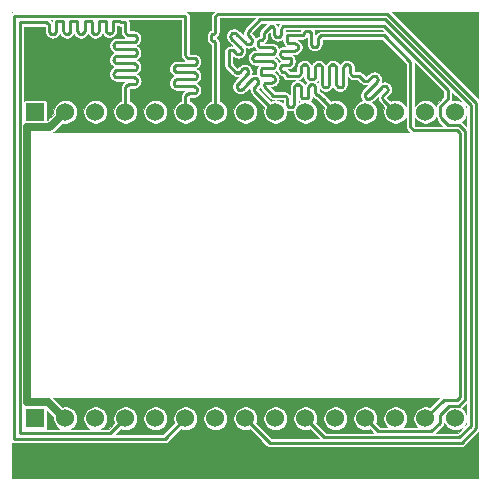
<source format=gbr>
%TF.GenerationSoftware,KiCad,Pcbnew,5.1.7*%
%TF.CreationDate,2020-10-08T13:52:21-04:00*%
%TF.ProjectId,window,77696e64-6f77-42e6-9b69-6361645f7063,rev?*%
%TF.SameCoordinates,Original*%
%TF.FileFunction,Copper,L2,Bot*%
%TF.FilePolarity,Positive*%
%FSLAX46Y46*%
G04 Gerber Fmt 4.6, Leading zero omitted, Abs format (unit mm)*
G04 Created by KiCad (PCBNEW 5.1.7) date 2020-10-08 13:52:21*
%MOMM*%
%LPD*%
G01*
G04 APERTURE LIST*
%TA.AperFunction,ComponentPad*%
%ADD10C,1.524000*%
%TD*%
%TA.AperFunction,ComponentPad*%
%ADD11R,1.524000X1.524000*%
%TD*%
%TA.AperFunction,Conductor*%
%ADD12C,0.254000*%
%TD*%
%TA.AperFunction,Conductor*%
%ADD13C,0.250000*%
%TD*%
%TA.AperFunction,Conductor*%
%ADD14C,0.635000*%
%TD*%
%TA.AperFunction,NonConductor*%
%ADD15C,0.100000*%
%TD*%
G04 APERTURE END LIST*
D10*
%TO.P,J2,15*%
%TO.N,/EXT_INTO*%
X87780000Y-58750000D03*
%TO.P,J2,14*%
%TO.N,N/C*%
X85240000Y-58750000D03*
%TO.P,J2,13*%
%TO.N,/CS7*%
X82700000Y-58750000D03*
%TO.P,J2,12*%
%TO.N,/CS6*%
X80160000Y-58750000D03*
%TO.P,J2,11*%
%TO.N,/CS5*%
X77620000Y-58750000D03*
%TO.P,J2,10*%
%TO.N,/CS4*%
X75080000Y-58750000D03*
%TO.P,J2,9*%
%TO.N,/CS3*%
X72540000Y-58750000D03*
%TO.P,J2,8*%
%TO.N,/CS2*%
X70000000Y-58750000D03*
%TO.P,J2,7*%
%TO.N,/CS1*%
X67460000Y-58750000D03*
%TO.P,J2,6*%
%TO.N,/CIPO*%
X64920000Y-58750000D03*
%TO.P,J2,5*%
%TO.N,/COPI*%
X62380000Y-58750000D03*
%TO.P,J2,4*%
%TO.N,/SCK*%
X59840000Y-58750000D03*
%TO.P,J2,3*%
%TO.N,/RESET*%
X57300000Y-58750000D03*
%TO.P,J2,2*%
%TO.N,GND*%
X54760000Y-58750000D03*
D11*
%TO.P,J2,1*%
%TO.N,+5V*%
X52220000Y-58750000D03*
%TD*%
D10*
%TO.P,J1,15*%
%TO.N,/EXT_INTO*%
X87780000Y-84700000D03*
%TO.P,J1,14*%
%TO.N,/CS7*%
X85240000Y-84700000D03*
%TO.P,J1,13*%
%TO.N,/CS6*%
X82700000Y-84700000D03*
%TO.P,J1,12*%
%TO.N,/CS5*%
X80160000Y-84700000D03*
%TO.P,J1,11*%
%TO.N,/CS4*%
X77620000Y-84700000D03*
%TO.P,J1,10*%
%TO.N,/CS3*%
X75080000Y-84700000D03*
%TO.P,J1,9*%
%TO.N,/CS2*%
X72540000Y-84700000D03*
%TO.P,J1,8*%
%TO.N,/CS1*%
X70000000Y-84700000D03*
%TO.P,J1,7*%
%TO.N,N/C*%
X67460000Y-84700000D03*
%TO.P,J1,6*%
%TO.N,/CIPO*%
X64920000Y-84700000D03*
%TO.P,J1,5*%
%TO.N,/COPI*%
X62380000Y-84700000D03*
%TO.P,J1,4*%
%TO.N,/SCK*%
X59840000Y-84700000D03*
%TO.P,J1,3*%
%TO.N,/RESET*%
X57300000Y-84700000D03*
%TO.P,J1,2*%
%TO.N,GND*%
X54760000Y-84700000D03*
D11*
%TO.P,J1,1*%
%TO.N,+5V*%
X52220000Y-84700000D03*
%TD*%
D12*
%TO.N,/CS7*%
X87887228Y-60297990D02*
X88152010Y-60562772D01*
X88152010Y-60562772D02*
X88152010Y-82887228D01*
X88152010Y-82887228D02*
X87887228Y-83152010D01*
X87887228Y-83152010D02*
X86787990Y-83152010D01*
X86787990Y-83152010D02*
X85240000Y-84700000D01*
X84247990Y-60297990D02*
X87887228Y-60297990D01*
X83970000Y-60020000D02*
X84247990Y-60297990D01*
D13*
X76167478Y-53020741D02*
X76175000Y-52953985D01*
X76145290Y-53084150D02*
X76167478Y-53020741D01*
X76005165Y-53224275D02*
X76062046Y-53188534D01*
X75687953Y-53188534D02*
X75744834Y-53224275D01*
X75575000Y-52270000D02*
X75575000Y-52953985D01*
X75566992Y-52270000D02*
X75575000Y-52270000D01*
X75566992Y-52103008D02*
X75566992Y-52270000D01*
X75562805Y-52065848D02*
X75566992Y-52103008D01*
X75550454Y-52030552D02*
X75562805Y-52065848D01*
X75400000Y-51936015D02*
X75437159Y-51940202D01*
X75029866Y-51972448D02*
X75061528Y-51952553D01*
X75003424Y-51998890D02*
X75029866Y-51972448D01*
X74962805Y-52140168D02*
X74971178Y-52065848D01*
X74930559Y-52207126D02*
X74950454Y-52175464D01*
X74904117Y-52233568D02*
X74930559Y-52207126D01*
X74872455Y-52253463D02*
X74904117Y-52233568D01*
X74800000Y-52270000D02*
X74837159Y-52265814D01*
X73500000Y-52270000D02*
X74800000Y-52270000D01*
X73500000Y-52655000D02*
X73500000Y-52270000D01*
X73507521Y-52721756D02*
X73500000Y-52655000D01*
X73529709Y-52785165D02*
X73507521Y-52721756D01*
X73565450Y-52842046D02*
X73529709Y-52785165D01*
X73669834Y-52925290D02*
X73612953Y-52889549D01*
X73733243Y-52947478D02*
X73669834Y-52925290D01*
X77092478Y-56450742D02*
X77070290Y-56514151D01*
X76866756Y-56676464D02*
X76800000Y-56683985D01*
X81792975Y-56543970D02*
X81725796Y-56543970D01*
X81009939Y-55710390D02*
X80944445Y-55695441D01*
X76565450Y-56571032D02*
X76529709Y-56514151D01*
X75300000Y-55816993D02*
X75300000Y-55016015D01*
X77100000Y-56383985D02*
X77092478Y-56450742D01*
X76930165Y-56654276D02*
X76866756Y-56676464D01*
X77100000Y-55016015D02*
X77100000Y-56383985D01*
X76987046Y-56618535D02*
X76930165Y-56654276D01*
X81164873Y-55833945D02*
X81122988Y-55781423D01*
X75325523Y-55889937D02*
X75311585Y-55867754D01*
X76204709Y-52439834D02*
X76240450Y-52382953D01*
X77129709Y-54885849D02*
X77107521Y-54949258D01*
X81194021Y-55894471D02*
X81164873Y-55833945D01*
X75344048Y-55908462D02*
X75325523Y-55889937D01*
X77212953Y-54781465D02*
X77165450Y-54828968D01*
X77333243Y-54723536D02*
X77269834Y-54745724D01*
X75783008Y-55933985D02*
X75416992Y-55933985D01*
X74530165Y-55670290D02*
X74466756Y-55692478D01*
X77400000Y-54716015D02*
X77333243Y-54723536D01*
X78533243Y-54723536D02*
X78469834Y-54745724D01*
X75809041Y-55931052D02*
X75783008Y-55933985D01*
X77466756Y-54723536D02*
X77400000Y-54716015D01*
X78600000Y-54716015D02*
X78533243Y-54723536D01*
X75833768Y-55922400D02*
X75809041Y-55931052D01*
X77670290Y-54885849D02*
X77634549Y-54828968D01*
X75897066Y-55843027D02*
X75888414Y-55867754D01*
X77692478Y-54949258D02*
X77670290Y-54885849D01*
X75900000Y-55816993D02*
X75897066Y-55843027D01*
X77707521Y-56450742D02*
X77700000Y-56383985D01*
X78900000Y-55400000D02*
X78900000Y-55016015D01*
X75929709Y-54885849D02*
X75907521Y-54949258D01*
X74812953Y-54781465D02*
X74765450Y-54828968D01*
X77729709Y-56514151D02*
X77707521Y-56450742D01*
X78907521Y-55466756D02*
X78900000Y-55400000D01*
X75965450Y-54828968D02*
X75929709Y-54885849D01*
X73800000Y-52955000D02*
X73733243Y-52947478D01*
X77765450Y-56571032D02*
X77729709Y-56514151D01*
X74183985Y-52955000D02*
X73800000Y-52955000D01*
X77812953Y-56618535D02*
X77765450Y-56571032D01*
X75000000Y-54716015D02*
X74933243Y-54723536D01*
X77869834Y-56654276D02*
X77812953Y-56618535D01*
X79012953Y-55634549D02*
X78965450Y-55587046D01*
X75066756Y-54723536D02*
X75000000Y-54716015D01*
X77933243Y-56676464D02*
X77869834Y-56654276D01*
X79069834Y-55670290D02*
X79012953Y-55634549D01*
X78000000Y-56683985D02*
X77933243Y-56676464D01*
X78130165Y-56654276D02*
X78066756Y-56676464D01*
X78187046Y-56618535D02*
X78130165Y-56654276D01*
X76733243Y-56676464D02*
X76669834Y-56654276D01*
X74454275Y-53124834D02*
X74418534Y-53067953D01*
X78300000Y-55016015D02*
X78300000Y-56383985D01*
X78412953Y-54781465D02*
X78365450Y-54828968D01*
X78469834Y-54745724D02*
X78412953Y-54781465D01*
X78666756Y-54723536D02*
X78600000Y-54716015D01*
X77530165Y-54745724D02*
X77466756Y-54723536D01*
X75855951Y-55908462D02*
X75833768Y-55922400D01*
X78834549Y-54828968D02*
X78787046Y-54781465D01*
X78870290Y-54885849D02*
X78834549Y-54828968D01*
X78892478Y-54949258D02*
X78870290Y-54885849D01*
X78900000Y-55016015D02*
X78892478Y-54949258D01*
X78929709Y-55530165D02*
X78907521Y-55466756D01*
X78965450Y-55587046D02*
X78929709Y-55530165D01*
X79133243Y-55692478D02*
X79069834Y-55670290D01*
X79200000Y-55700000D02*
X79133243Y-55692478D01*
X74707521Y-54949258D02*
X74700000Y-55016015D01*
X82042551Y-56743000D02*
X82013403Y-56682474D01*
X80002940Y-56052941D02*
X79650000Y-55700000D01*
X80055462Y-56094826D02*
X80002940Y-56052941D01*
X75302933Y-55843027D02*
X75300000Y-55816993D01*
X80191043Y-57561898D02*
X80149156Y-57509374D01*
X78270290Y-56514151D02*
X78234549Y-56571032D01*
X80115988Y-56123974D02*
X80055462Y-56094826D01*
X75311585Y-55867754D02*
X75302933Y-55843027D01*
X80243566Y-57603783D02*
X80191043Y-57561898D01*
X78292478Y-56450742D02*
X78270290Y-56514151D01*
X80304092Y-57632931D02*
X80243566Y-57603783D01*
X77165450Y-54828968D02*
X77129709Y-54885849D01*
X81208970Y-55959966D02*
X81194021Y-55894471D01*
X74950454Y-52175464D02*
X74962805Y-52140168D01*
X81658114Y-57697477D02*
X81628967Y-57636951D01*
X76069834Y-54745724D02*
X76012953Y-54781465D01*
X74183985Y-53555000D02*
X74250741Y-53547478D01*
X81725796Y-56543970D02*
X81660302Y-56558919D01*
X82013403Y-57001694D02*
X82042551Y-56941168D01*
X76387046Y-54781465D02*
X76330165Y-54745724D01*
X73024265Y-53655525D02*
X73066541Y-53613249D01*
X80615307Y-57561898D02*
X80562784Y-57603782D01*
X80698723Y-55781423D02*
X80427204Y-56052941D01*
X75187046Y-54781465D02*
X75130165Y-54745724D01*
X74314150Y-52984709D02*
X74250741Y-52962521D01*
X81660302Y-56558919D02*
X81599776Y-56588066D01*
X78066756Y-56676464D02*
X78000000Y-56683985D01*
X82700000Y-58750000D02*
X81700000Y-57750000D01*
X79650000Y-55700000D02*
X79200000Y-55700000D01*
X82042551Y-56941168D02*
X82057500Y-56875673D01*
X80181483Y-56138923D02*
X80115988Y-56123974D01*
X81700000Y-57750000D02*
X81658114Y-57697477D01*
X75900000Y-55016015D02*
X75900000Y-55816993D01*
X74729709Y-54885849D02*
X74707521Y-54949258D01*
X76012953Y-54781465D02*
X75965450Y-54828968D01*
X74250741Y-53547478D02*
X74314150Y-53525290D01*
X78234549Y-56571032D02*
X78187046Y-56618535D01*
X75366231Y-55922400D02*
X75344048Y-55908462D01*
X80436764Y-57647878D02*
X80369586Y-57647879D01*
X80314156Y-56123974D02*
X80248661Y-56138923D01*
X74933243Y-54723536D02*
X74869834Y-54745724D01*
X81700000Y-57325735D02*
X81971518Y-57054216D01*
X81971518Y-56629952D02*
X81918995Y-56588066D01*
X75292478Y-54949258D02*
X75270290Y-54885849D01*
X80105060Y-57383354D02*
X80105061Y-57316176D01*
X81720000Y-52270000D02*
X83970000Y-54520000D01*
X80120009Y-57250681D02*
X80149157Y-57190156D01*
X75874476Y-55889937D02*
X75855951Y-55908462D01*
X82057500Y-56808495D02*
X82042551Y-56743000D01*
X78730165Y-54745724D02*
X78666756Y-54723536D01*
X81614018Y-57571457D02*
X81614018Y-57504278D01*
X75941756Y-53246463D02*
X76005165Y-53224275D01*
X77634549Y-54828968D02*
X77587046Y-54781465D01*
X75888414Y-55867754D02*
X75874476Y-55889937D01*
X81614018Y-57504278D02*
X81628967Y-57438784D01*
X81547253Y-56629952D02*
X81063602Y-57113602D01*
X77700000Y-55016015D02*
X77692478Y-54949258D01*
X81858469Y-56558919D02*
X81792975Y-56543970D01*
X75744834Y-53224275D02*
X75808243Y-53246463D01*
X73500000Y-54763008D02*
X73500000Y-54755000D01*
X73612953Y-52889549D02*
X73565450Y-52842046D01*
X81918995Y-56588066D02*
X81858469Y-56558919D01*
X77700000Y-56383985D02*
X77700000Y-55016015D01*
X75907521Y-54949258D02*
X75900000Y-55016015D01*
X74765450Y-54828968D02*
X74729709Y-54885849D01*
X82057500Y-56875673D02*
X82057500Y-56808495D01*
X81628967Y-57438784D02*
X81658114Y-57378258D01*
X75582521Y-53020741D02*
X75604709Y-53084150D01*
X73066541Y-54821257D02*
X73117164Y-54789448D01*
X74587046Y-55634549D02*
X74530165Y-55670290D01*
X80751246Y-55739537D02*
X80698723Y-55781423D01*
X81658114Y-57378258D02*
X81700000Y-57325735D01*
X78329709Y-54885849D02*
X78307521Y-54949258D01*
X80427204Y-56052941D02*
X80374682Y-56094826D01*
X81628967Y-57636951D02*
X81614018Y-57571457D01*
X80562784Y-57603782D02*
X80502258Y-57632930D01*
X75130165Y-54745724D02*
X75066756Y-54723536D01*
X74837159Y-52265814D02*
X74872455Y-52253463D01*
X81599776Y-56588066D02*
X81547253Y-56629952D01*
X75390958Y-55931052D02*
X75366231Y-55922400D01*
X80502258Y-57632930D02*
X80436764Y-57647878D01*
X80374682Y-56094826D02*
X80314156Y-56123974D01*
X80369586Y-57647879D02*
X80304092Y-57632931D01*
X80248661Y-56138923D02*
X80181483Y-56138923D01*
X82013403Y-56682474D02*
X81971518Y-56629952D01*
X74371031Y-53489549D02*
X74418534Y-53442046D01*
X76475000Y-52270000D02*
X81720000Y-52270000D01*
X77070290Y-56514151D02*
X77034549Y-56571032D01*
X80944445Y-55695441D02*
X80877266Y-55695441D01*
X76800000Y-56683985D02*
X76733243Y-56676464D01*
X75300000Y-55016015D02*
X75292478Y-54949258D01*
X81971518Y-57054216D02*
X82013403Y-57001694D01*
X76240450Y-52382953D02*
X76287953Y-52335450D01*
X77107521Y-54949258D02*
X77100000Y-55016015D01*
X73842098Y-54227286D02*
X73811698Y-54196886D01*
X80149156Y-57509374D02*
X80120010Y-57448849D01*
X80120010Y-57448849D02*
X80105060Y-57383354D01*
X80149157Y-57190156D02*
X80191042Y-57137632D01*
X80191042Y-57137632D02*
X81122988Y-56205687D01*
X81122988Y-56205687D02*
X81164873Y-56153165D01*
X81164873Y-56153165D02*
X81194021Y-56092639D01*
X75061528Y-51952553D02*
X75096824Y-51940202D01*
X73399475Y-55421257D02*
X73348852Y-55389448D01*
X78787046Y-54781465D02*
X78730165Y-54745724D01*
X81122988Y-55781423D02*
X81070465Y-55739537D01*
X81194021Y-56092639D02*
X81208970Y-56027144D01*
X75096824Y-51940202D02*
X75133984Y-51936015D01*
X73348852Y-55389448D02*
X73292420Y-55369702D01*
X74700000Y-55016015D02*
X74700000Y-55400000D01*
X81070465Y-55739537D02*
X81009939Y-55710390D01*
X81208970Y-56027144D02*
X81208970Y-55959966D01*
X75133984Y-51936015D02*
X75400000Y-51936015D01*
X73292420Y-55369702D02*
X73173596Y-55356313D01*
X80877266Y-55695441D02*
X80811772Y-55710390D01*
X74634549Y-55587046D02*
X74587046Y-55634549D01*
X80811772Y-55710390D02*
X80751246Y-55739537D01*
X78365450Y-54828968D02*
X78329709Y-54885849D01*
X78307521Y-54949258D02*
X78300000Y-55016015D01*
X76669834Y-56654276D02*
X76612953Y-56618535D01*
X80105061Y-57316176D02*
X80120009Y-57250681D01*
X75270290Y-54885849D02*
X75234549Y-54828968D01*
X74418534Y-53067953D02*
X74371031Y-53020450D01*
X78300000Y-56383985D02*
X78292478Y-56450742D01*
X76612953Y-56618535D02*
X76565450Y-56571032D01*
X75234549Y-54828968D02*
X75187046Y-54781465D01*
X74371031Y-53020450D02*
X74314150Y-52984709D01*
X74250741Y-52962521D02*
X74183985Y-52955000D01*
X76529709Y-56514151D02*
X76507521Y-56450742D01*
X75416992Y-55933985D02*
X75390958Y-55931052D01*
X74466756Y-55692478D02*
X74400000Y-55700000D01*
X77034549Y-56571032D02*
X76987046Y-56618535D01*
X74869834Y-54745724D02*
X74812953Y-54781465D01*
X74700000Y-55400000D02*
X74692478Y-55466756D01*
X74692478Y-55466756D02*
X74670290Y-55530165D01*
X74670290Y-55530165D02*
X74634549Y-55587046D01*
X74400000Y-55700000D02*
X73570000Y-55700000D01*
X83970000Y-54520000D02*
X83970000Y-58162992D01*
X73570000Y-55700000D02*
X73500000Y-55630000D01*
X83970000Y-58162992D02*
X83970000Y-60020000D01*
X74971178Y-52065848D02*
X74983529Y-52030552D01*
X73500000Y-55630000D02*
X73493306Y-55570588D01*
X74983529Y-52030552D02*
X75003424Y-51998890D01*
X73493306Y-55570588D02*
X73473560Y-55514156D01*
X73473560Y-55514156D02*
X73441751Y-55463533D01*
X76175000Y-52953985D02*
X76175000Y-52570000D01*
X73883985Y-54563008D02*
X73883985Y-54346992D01*
X74418534Y-53442046D02*
X74454275Y-53385165D01*
X73441751Y-55463533D02*
X73399475Y-55421257D01*
X76175000Y-52570000D02*
X76182521Y-52503243D01*
X73883985Y-54346992D02*
X73879171Y-54304269D01*
X74454275Y-53385165D02*
X74476463Y-53321756D01*
X77587046Y-54781465D02*
X77530165Y-54745724D01*
X73173596Y-55356313D02*
X73117164Y-55336567D01*
X75437159Y-51940202D02*
X75472455Y-51952553D01*
X73117164Y-55336567D02*
X73066541Y-55304758D01*
X76344834Y-52299709D02*
X76408243Y-52277521D01*
X73775295Y-54174013D02*
X73734715Y-54159813D01*
X75472455Y-51952553D02*
X75504117Y-51972448D01*
X73066541Y-55304758D02*
X73024265Y-55262482D01*
X76408243Y-52277521D02*
X76475000Y-52270000D01*
X73734715Y-54159813D02*
X73691993Y-54155000D01*
X75504117Y-51972448D02*
X75530559Y-51998890D01*
X73024265Y-55262482D02*
X72992456Y-55211859D01*
X73691993Y-54155000D02*
X73233007Y-54155000D01*
X75530559Y-51998890D02*
X75550454Y-52030552D01*
X72992456Y-55211859D02*
X72972710Y-55155427D01*
X77269834Y-54745724D02*
X77212953Y-54781465D01*
X72972710Y-55155427D02*
X72966015Y-55096016D01*
X72966015Y-55096016D02*
X72966015Y-55030000D01*
X73117164Y-54128559D02*
X73066541Y-54096750D01*
X72966015Y-55030000D02*
X72972710Y-54970588D01*
X73066541Y-54096750D02*
X73024265Y-54054474D01*
X72972710Y-54970588D02*
X72992456Y-54914156D01*
X73024265Y-54054474D02*
X72992456Y-54003851D01*
X72992456Y-54914156D02*
X73024265Y-54863533D01*
X75575000Y-52953985D02*
X75582521Y-53020741D01*
X73024265Y-54863533D02*
X73066541Y-54821257D01*
X75604709Y-53084150D02*
X75640450Y-53141031D01*
X73117164Y-54789448D02*
X73173596Y-54769702D01*
X75640450Y-53141031D02*
X75687953Y-53188534D01*
X73173596Y-54769702D02*
X73233008Y-54763008D01*
X76470290Y-54885849D02*
X76434549Y-54828968D01*
X72972710Y-53762580D02*
X72992456Y-53706148D01*
X73233008Y-54763008D02*
X73500000Y-54763008D01*
X76434549Y-54828968D02*
X76387046Y-54781465D01*
X72992456Y-53706148D02*
X73024265Y-53655525D01*
X75808243Y-53246463D02*
X75875000Y-53253985D01*
X73500000Y-54755000D02*
X73691993Y-54755000D01*
X75875000Y-53253985D02*
X75941756Y-53246463D01*
X73691993Y-54755000D02*
X73734715Y-54750186D01*
X73734715Y-54750186D02*
X73775295Y-54735986D01*
X76200000Y-54716015D02*
X76133243Y-54723536D01*
X73173596Y-53561694D02*
X73233007Y-53555000D01*
X73775295Y-54735986D02*
X73811698Y-54713113D01*
X76133243Y-54723536D02*
X76069834Y-54745724D01*
X73233007Y-53555000D02*
X74183985Y-53555000D01*
X76062046Y-53188534D02*
X76109549Y-53141031D01*
X73811698Y-54713113D02*
X73842098Y-54682713D01*
X76109549Y-53141031D02*
X76145290Y-53084150D01*
X73842098Y-54682713D02*
X73864971Y-54646310D01*
X73864971Y-54646310D02*
X73879171Y-54605730D01*
X73879171Y-54605730D02*
X73883985Y-54563008D01*
X76182521Y-52503243D02*
X76204709Y-52439834D01*
X73879171Y-54304269D02*
X73864971Y-54263689D01*
X74476463Y-53321756D02*
X74483985Y-53255000D01*
X73864971Y-54263689D02*
X73842098Y-54227286D01*
X74483985Y-53255000D02*
X74476463Y-53188243D01*
X76287953Y-52335450D02*
X76344834Y-52299709D01*
X73811698Y-54196886D02*
X73775295Y-54174013D01*
X73233007Y-54155000D02*
X73173596Y-54148305D01*
X73173596Y-54148305D02*
X73117164Y-54128559D01*
X76507521Y-56450742D02*
X76500000Y-56383985D01*
X72992456Y-54003851D02*
X72972710Y-53947419D01*
X76500000Y-56383985D02*
X76500000Y-55016015D01*
X72972710Y-53947419D02*
X72966015Y-53888008D01*
X76500000Y-55016015D02*
X76492478Y-54949258D01*
X72966015Y-53888008D02*
X72966015Y-53821992D01*
X81063602Y-57113602D02*
X80615307Y-57561898D01*
X76492478Y-54949258D02*
X76470290Y-54885849D01*
X72966015Y-53821992D02*
X72972710Y-53762580D01*
X76330165Y-54745724D02*
X76266756Y-54723536D01*
X73066541Y-53613249D02*
X73117164Y-53581440D01*
X76266756Y-54723536D02*
X76200000Y-54716015D01*
X73117164Y-53581440D02*
X73173596Y-53561694D01*
X74314150Y-53525290D02*
X74371031Y-53489549D01*
X74476463Y-53188243D02*
X74454275Y-53124834D01*
D12*
%TO.N,/CS5*%
X86520000Y-59080000D02*
X86520000Y-58260000D01*
X88606020Y-83075286D02*
X88606021Y-60374715D01*
X85762721Y-85789001D02*
X86490000Y-85061722D01*
X86490000Y-84378278D02*
X87257279Y-83610999D01*
X88070307Y-83610999D02*
X88606020Y-83075286D01*
X81249001Y-85789001D02*
X85762721Y-85789001D01*
X86490000Y-85061722D02*
X86490000Y-84378278D01*
X80160000Y-84700000D02*
X81249001Y-85789001D01*
X88606021Y-60374715D02*
X88075286Y-59843980D01*
X87257279Y-83610999D02*
X88070307Y-83610999D01*
X88075286Y-59843980D02*
X87143980Y-59843980D01*
X87143980Y-59843980D02*
X86600000Y-59300000D01*
X86600000Y-59300000D02*
X86600000Y-59160000D01*
X86600000Y-59160000D02*
X86520000Y-59080000D01*
D13*
X77620000Y-58750000D02*
X76555633Y-57685633D01*
X73340000Y-51460000D02*
X81758694Y-51460000D01*
X73209834Y-51489709D02*
X73273243Y-51467521D01*
X73152953Y-51525450D02*
X73209834Y-51489709D01*
X73105450Y-51572953D02*
X73152953Y-51525450D01*
X73069709Y-51629834D02*
X73105450Y-51572953D01*
X73040000Y-51760000D02*
X73047521Y-51693243D01*
X73032478Y-52192158D02*
X73040000Y-52125402D01*
X73010290Y-52255567D02*
X73032478Y-52192158D01*
X72974549Y-52312448D02*
X73010290Y-52255567D01*
X72927046Y-52359951D02*
X72974549Y-52312448D01*
X72552953Y-52359951D02*
X72609834Y-52395692D01*
X72505450Y-52312448D02*
X72552953Y-52359951D01*
X72469709Y-52255567D02*
X72505450Y-52312448D01*
X72447521Y-52192158D02*
X72469709Y-52255567D01*
X72440000Y-52125402D02*
X72447521Y-52192158D01*
X72440000Y-51760000D02*
X72440000Y-52125402D01*
X72432478Y-51693243D02*
X72440000Y-51760000D01*
X72410290Y-51629834D02*
X72432478Y-51693243D01*
X72374549Y-51572953D02*
X72410290Y-51629834D01*
X72327046Y-51525450D02*
X72374549Y-51572953D01*
X72270165Y-51489709D02*
X72327046Y-51525450D01*
X72206756Y-51467521D02*
X72270165Y-51489709D01*
X72140000Y-51460000D02*
X72206756Y-51467521D01*
X71560000Y-52040000D02*
X72140000Y-51460000D01*
X71560000Y-52412299D02*
X71560000Y-52040000D01*
X71553539Y-52469642D02*
X71560000Y-52412299D01*
X71100821Y-52767027D02*
X71141626Y-52726222D01*
X71070119Y-52815888D02*
X71100821Y-52767027D01*
X71051060Y-52870357D02*
X71070119Y-52815888D01*
X71044598Y-52927701D02*
X71051060Y-52870357D01*
X71044598Y-53012299D02*
X71044598Y-52927701D01*
X71051060Y-53069642D02*
X71044598Y-53012299D01*
X71070119Y-53124111D02*
X71051060Y-53069642D01*
X71100821Y-53172972D02*
X71070119Y-53124111D01*
X72292158Y-53277521D02*
X72225402Y-53270000D01*
X72525402Y-53570000D02*
X72517880Y-53503243D01*
X72517880Y-53636756D02*
X72525402Y-53570000D01*
X72412448Y-53804549D02*
X72459951Y-53757046D01*
X71414112Y-52644479D02*
X71462973Y-52613777D01*
X72355567Y-53840290D02*
X72412448Y-53804549D01*
X71359643Y-52663538D02*
X71414112Y-52644479D01*
X72292158Y-53862478D02*
X72355567Y-53840290D01*
X70707552Y-53935450D02*
X70764433Y-53899709D01*
X70594598Y-54170000D02*
X70602120Y-54103243D01*
X70764433Y-54440290D02*
X70707552Y-54404549D01*
X72412448Y-53335450D02*
X72355567Y-53299709D01*
X72355567Y-54499709D02*
X72292158Y-54477521D01*
X71141626Y-53213777D02*
X71100821Y-53172972D01*
X72495692Y-54639834D02*
X72459951Y-54582953D01*
X74110290Y-58165568D02*
X74074549Y-58222449D01*
X73273243Y-51467521D02*
X73340000Y-51460000D01*
X75940000Y-57070000D02*
X75940000Y-56704598D01*
X74132478Y-58102159D02*
X74110290Y-58165568D01*
X71344562Y-55098951D02*
X71369723Y-55083141D01*
X72495692Y-53700165D02*
X72517880Y-53636756D01*
X71567521Y-56503243D02*
X71589709Y-56439834D01*
X74147521Y-56637841D02*
X74140000Y-56704598D01*
X74205450Y-56517551D02*
X74169709Y-56574432D01*
X74674549Y-56517551D02*
X74627046Y-56470048D01*
X73040000Y-52125402D02*
X73040000Y-51760000D01*
X73306756Y-57377522D02*
X73240000Y-57370000D01*
X74252953Y-56470048D02*
X74205450Y-56517551D01*
X74710290Y-56574432D02*
X74674549Y-56517551D01*
X73370165Y-57399710D02*
X73306756Y-57377522D01*
X74506756Y-56412119D02*
X74440000Y-56404598D01*
X72740000Y-52425402D02*
X72806756Y-52417880D01*
X74740000Y-56704598D02*
X74732478Y-56637841D01*
X75910290Y-56574432D02*
X75874549Y-56517551D01*
X73474549Y-57482954D02*
X73427046Y-57435451D01*
X70624308Y-54039834D02*
X70660049Y-53982953D01*
X72412448Y-55735450D02*
X72355567Y-55699709D01*
X74570165Y-56434307D02*
X74506756Y-56412119D01*
X72673243Y-52417880D02*
X72740000Y-52425402D01*
X74740000Y-57477701D02*
X74740000Y-56704598D01*
X73510290Y-57539835D02*
X73474549Y-57482954D01*
X70602120Y-54103243D02*
X70624308Y-54039834D01*
X72459951Y-55782953D02*
X72412448Y-55735450D01*
X74780550Y-57561906D02*
X74763496Y-57544852D01*
X75509834Y-56434307D02*
X75452953Y-56470048D01*
X73547521Y-58102159D02*
X73540000Y-58035402D01*
X70660049Y-54357046D02*
X70624308Y-54300165D01*
X72517880Y-56036756D02*
X72525402Y-55970000D01*
X76109834Y-57340290D02*
X76052953Y-57304549D01*
X74800971Y-57574737D02*
X74780550Y-57561906D01*
X75340000Y-57477701D02*
X75337299Y-57501667D01*
X73569709Y-58165568D02*
X73547521Y-58102159D01*
X70707552Y-54404549D02*
X70660049Y-54357046D01*
X72495692Y-56100165D02*
X72517880Y-56036756D01*
X75947521Y-57136756D02*
X75940000Y-57070000D01*
X74823735Y-57582702D02*
X74800971Y-57574737D01*
X73047521Y-51693243D02*
X73069709Y-51629834D01*
X75770165Y-56434307D02*
X75706756Y-56412119D01*
X72459951Y-56157046D02*
X72495692Y-56100165D01*
X75874549Y-56517551D02*
X75827046Y-56470048D01*
X71369723Y-55083141D02*
X71397771Y-55073327D01*
X75969709Y-57200165D02*
X75947521Y-57136756D01*
X72517880Y-53503243D02*
X72495692Y-53439834D01*
X75640000Y-56404598D02*
X75573243Y-56412119D01*
X73709834Y-58305693D02*
X73652953Y-58269952D01*
X70894598Y-54470000D02*
X70827842Y-54462478D01*
X72355567Y-56240290D02*
X72412448Y-56204549D01*
X75706756Y-56412119D02*
X75640000Y-56404598D01*
X74847701Y-57585402D02*
X74823735Y-57582702D01*
X71534480Y-52524111D02*
X71553539Y-52469642D01*
X71294598Y-55537299D02*
X71294598Y-55202701D01*
X75827046Y-56470048D02*
X75770165Y-56434307D01*
X73773243Y-58327881D02*
X73709834Y-58305693D01*
X72225402Y-54470000D02*
X70894598Y-54470000D01*
X72292158Y-56262478D02*
X72355567Y-56240290D01*
X75573243Y-56412119D02*
X75509834Y-56434307D01*
X75347521Y-56637841D02*
X75340000Y-56704598D01*
X70764433Y-53899709D02*
X70827842Y-53877521D01*
X72225402Y-55670000D02*
X71427299Y-55670000D01*
X74074549Y-58222449D02*
X74027046Y-58269952D01*
X75279028Y-57574737D02*
X75256264Y-57582702D01*
X72225402Y-56270000D02*
X72292158Y-56262478D01*
X76052953Y-57304549D02*
X76005450Y-57257046D01*
X71297926Y-55173172D02*
X71307740Y-55145124D01*
X71625450Y-56382953D02*
X71672953Y-56335450D01*
X72355567Y-53299709D02*
X72292158Y-53277521D01*
X72292158Y-54477521D02*
X72225402Y-54470000D01*
X72412448Y-55004549D02*
X72459951Y-54957046D01*
X74627046Y-56470048D02*
X74570165Y-56434307D01*
X72609834Y-52395692D02*
X72673243Y-52417880D01*
X74742700Y-57501667D02*
X74740000Y-57477701D01*
X72495692Y-55839834D02*
X72459951Y-55782953D01*
X76173243Y-57362478D02*
X76109834Y-57340290D01*
X75940000Y-56704598D02*
X75932478Y-56637841D01*
X87160000Y-57620000D02*
X86520000Y-58260000D01*
X71344562Y-55641048D02*
X71323550Y-55620036D01*
X74309834Y-56434307D02*
X74252953Y-56470048D01*
X74440000Y-56404598D02*
X74373243Y-56412119D01*
X72806756Y-52417880D02*
X72870165Y-52395692D01*
X74732478Y-56637841D02*
X74710290Y-56574432D01*
X81758694Y-51460000D02*
X87160000Y-56861306D01*
X73427046Y-57435451D02*
X73370165Y-57399710D01*
X70660049Y-53982953D02*
X70707552Y-53935450D01*
X72355567Y-55699709D02*
X72292158Y-55677521D01*
X72459951Y-53757046D02*
X72495692Y-53700165D01*
X71560000Y-56570000D02*
X71567521Y-56503243D01*
X74169709Y-56574432D02*
X74147521Y-56637841D01*
X87160000Y-56861306D02*
X87160000Y-57620000D01*
X75452953Y-56470048D02*
X75405450Y-56517551D01*
X75316503Y-57544852D02*
X75299449Y-57561906D01*
X74140000Y-56704598D02*
X74140000Y-58035402D01*
X75337299Y-57501667D02*
X75329334Y-57524431D01*
X75405450Y-56517551D02*
X75369709Y-56574432D01*
X75932478Y-56637841D02*
X75910290Y-56574432D01*
X75369709Y-56574432D02*
X75347521Y-56637841D01*
X72292158Y-55677521D02*
X72225402Y-55670000D01*
X75340000Y-56704598D02*
X75340000Y-57477701D01*
X74140000Y-58035402D02*
X74132478Y-58102159D01*
X75329334Y-57524431D02*
X75316503Y-57544852D01*
X75299449Y-57561906D02*
X75279028Y-57574737D01*
X71860000Y-56270000D02*
X72225402Y-56270000D01*
X75256264Y-57582702D02*
X75232299Y-57585402D01*
X74027046Y-58269952D02*
X73970165Y-58305693D01*
X75232299Y-57585402D02*
X74847701Y-57585402D01*
X73970165Y-58305693D02*
X73906756Y-58327881D01*
X72459951Y-53382953D02*
X72412448Y-53335450D01*
X72412448Y-54535450D02*
X72355567Y-54499709D01*
X71793243Y-56277521D02*
X71860000Y-56270000D01*
X73906756Y-58327881D02*
X73840000Y-58335402D01*
X73840000Y-58335402D02*
X73773243Y-58327881D01*
X74763496Y-57544852D02*
X74750665Y-57524431D01*
X73652953Y-58269952D02*
X73605450Y-58222449D01*
X70827842Y-54462478D02*
X70764433Y-54440290D01*
X72412448Y-56204549D02*
X72459951Y-56157046D01*
X74750665Y-57524431D02*
X74742700Y-57501667D01*
X77620000Y-58750000D02*
X76240000Y-57370000D01*
X73605450Y-58222449D02*
X73569709Y-58165568D01*
X73540000Y-58035402D02*
X73540000Y-57670000D01*
X70624308Y-54300165D02*
X70602120Y-54236756D01*
X72525402Y-55970000D02*
X72517880Y-55903243D01*
X73540000Y-57670000D02*
X73532478Y-57603244D01*
X70602120Y-54236756D02*
X70594598Y-54170000D01*
X72517880Y-55903243D02*
X72495692Y-55839834D01*
X72870165Y-52395692D02*
X72927046Y-52359951D01*
X73532478Y-57603244D02*
X73510290Y-57539835D01*
X74373243Y-56412119D02*
X74309834Y-56434307D01*
X73240000Y-57370000D02*
X72360000Y-57370000D01*
X71141626Y-52726222D02*
X71190487Y-52695520D01*
X70827842Y-53877521D02*
X70894598Y-53870000D01*
X71427299Y-55670000D02*
X71397771Y-55666672D01*
X76005450Y-57257046D02*
X75969709Y-57200165D01*
X72360000Y-57370000D02*
X71560000Y-56570000D01*
X71294598Y-55202701D02*
X71297926Y-55173172D01*
X71589709Y-56439834D02*
X71625450Y-56382953D01*
X71190487Y-52695520D02*
X71244956Y-52676461D01*
X70894598Y-53870000D02*
X72225402Y-53870000D01*
X71397771Y-55666672D02*
X71369723Y-55656858D01*
X71244956Y-52676461D02*
X71359643Y-52663538D01*
X72225402Y-53870000D02*
X72292158Y-53862478D01*
X71369723Y-55656858D02*
X71344562Y-55641048D01*
X71323550Y-55620036D02*
X71307740Y-55594875D01*
X71462973Y-52613777D02*
X71503778Y-52572972D01*
X71307740Y-55594875D02*
X71297926Y-55566827D01*
X71503778Y-52572972D02*
X71534480Y-52524111D01*
X71297926Y-55566827D02*
X71294598Y-55537299D01*
X71672953Y-56335450D02*
X71729834Y-56299709D01*
X71307740Y-55145124D02*
X71323550Y-55119963D01*
X72495692Y-53439834D02*
X72459951Y-53382953D01*
X71729834Y-56299709D02*
X71793243Y-56277521D01*
X71323550Y-55119963D02*
X71344562Y-55098951D01*
X71397771Y-55073327D02*
X71427299Y-55070000D01*
X72459951Y-54957046D02*
X72495692Y-54900165D01*
X71427299Y-55070000D02*
X72225402Y-55070000D01*
X72225402Y-53270000D02*
X71302299Y-53270000D01*
X72459951Y-54582953D02*
X72412448Y-54535450D01*
X76240000Y-57370000D02*
X76173243Y-57362478D01*
X72495692Y-54900165D02*
X72517880Y-54836756D01*
X72225402Y-55070000D02*
X72292158Y-55062478D01*
X71244956Y-53263538D02*
X71190487Y-53244479D01*
X72525402Y-54770000D02*
X72517880Y-54703243D01*
X72355567Y-55040290D02*
X72412448Y-55004549D01*
X71302299Y-53270000D02*
X71244956Y-53263538D01*
X72292158Y-55062478D02*
X72355567Y-55040290D01*
X72517880Y-54836756D02*
X72525402Y-54770000D01*
X71190487Y-53244479D02*
X71141626Y-53213777D01*
X72517880Y-54703243D02*
X72495692Y-54639834D01*
D12*
%TO.N,/CS3*%
X76680000Y-86300000D02*
X75080000Y-84700000D01*
X89093979Y-58156047D02*
X89093979Y-85333953D01*
X81843953Y-50906021D02*
X89093979Y-58156047D01*
X89093979Y-85333953D02*
X88127932Y-86300000D01*
X88127932Y-86300000D02*
X76680000Y-86300000D01*
X78493979Y-50906021D02*
X81843953Y-50906021D01*
D13*
X71871763Y-50906021D02*
X78493979Y-50906021D01*
X71273979Y-50906021D02*
X71871763Y-50906021D01*
X70245169Y-51945466D02*
X70287054Y-51892943D01*
X70216021Y-52005992D02*
X70245169Y-51945466D01*
X70201073Y-52071486D02*
X70216021Y-52005992D01*
X70201073Y-52138665D02*
X70201073Y-52071486D01*
X70216021Y-52204159D02*
X70201073Y-52138665D01*
X70245169Y-52264685D02*
X70216021Y-52204159D01*
X70287054Y-52317207D02*
X70245169Y-52264685D01*
X70475991Y-52506144D02*
X70287054Y-52317207D01*
X70547023Y-52619193D02*
X70517876Y-52558667D01*
X70561972Y-52684687D02*
X70547023Y-52619193D01*
X70561972Y-52751866D02*
X70561972Y-52684687D01*
X70547023Y-52817360D02*
X70561972Y-52751866D01*
X70475991Y-52930409D02*
X70517876Y-52877886D01*
X70423468Y-52972294D02*
X70475991Y-52930409D01*
X70362942Y-53001442D02*
X70423468Y-52972294D01*
X70297448Y-53016390D02*
X70362942Y-53001442D01*
X70230269Y-53016390D02*
X70297448Y-53016390D01*
X70164775Y-53001442D02*
X70230269Y-53016390D01*
X70104249Y-52972294D02*
X70164775Y-53001442D01*
X70051727Y-52930409D02*
X70104249Y-52972294D01*
X69249592Y-52128273D02*
X70051727Y-52930409D01*
X69197069Y-52086388D02*
X69249592Y-52128273D01*
X68825328Y-52128272D02*
X68877851Y-52086387D01*
X68783443Y-52180795D02*
X68825328Y-52128272D01*
X68754294Y-52439489D02*
X68739346Y-52373995D01*
X69698496Y-53665887D02*
X69713445Y-53600393D01*
X69448921Y-53864917D02*
X69514415Y-53849969D01*
X69203200Y-53778936D02*
X69255722Y-53820821D01*
X68835721Y-53504018D02*
X68901215Y-53518967D01*
X68768542Y-53504018D02*
X68835721Y-53504018D01*
X70517876Y-52558667D02*
X70475991Y-52506144D01*
X68703048Y-53518967D02*
X68768542Y-53504018D01*
X68642522Y-53548114D02*
X68703048Y-53518967D01*
X68590000Y-53590000D02*
X68642522Y-53548114D01*
X68590000Y-54800000D02*
X68590000Y-53590000D01*
X69175463Y-55374826D02*
X69122940Y-55332941D01*
X69235989Y-55403974D02*
X69175463Y-55374826D01*
X69698496Y-53467720D02*
X69669349Y-53407194D01*
X69301483Y-55418922D02*
X69235989Y-55403974D01*
X69669349Y-53407194D02*
X69627464Y-53354671D01*
X69669485Y-56865703D02*
X69603991Y-56880651D01*
X69782534Y-56794671D02*
X69730011Y-56836555D01*
X70183602Y-56393602D02*
X69782534Y-56794671D01*
X69730011Y-56836555D02*
X69669485Y-56865703D01*
X70734018Y-56851457D02*
X70734018Y-56784278D01*
X70748967Y-56718784D02*
X70778114Y-56658258D01*
X71008936Y-55992534D02*
X70956413Y-55950648D01*
X70763214Y-55906552D02*
X70697720Y-55921501D01*
X70637194Y-55950648D02*
X70584671Y-55992534D01*
X70830393Y-55906552D02*
X70763214Y-55906552D01*
X70697720Y-55921501D02*
X70637194Y-55950648D01*
X71050821Y-56045057D02*
X71008936Y-55992534D01*
X70246387Y-55389727D02*
X70246387Y-55322548D01*
X69914684Y-55058023D02*
X69849190Y-55072972D01*
X69574941Y-53820821D02*
X69627464Y-53778936D01*
X69788664Y-55102119D02*
X69736141Y-55144005D01*
X71079969Y-56105583D02*
X71050821Y-56045057D01*
X72540000Y-58750000D02*
X70820000Y-57030000D01*
X68739347Y-52306815D02*
X68754295Y-52241321D01*
X69316383Y-56742147D02*
X69287237Y-56681622D01*
X69272287Y-56616127D02*
X69272288Y-56548949D01*
X69136544Y-52057240D02*
X69197069Y-52086388D01*
X70956413Y-55950648D02*
X70895887Y-55921501D01*
X70202291Y-55515747D02*
X70231439Y-55455221D01*
X70160406Y-55144005D02*
X70107883Y-55102119D01*
X69316248Y-53849969D02*
X69381742Y-53864917D01*
X70047357Y-55072972D02*
X69981863Y-55058023D01*
X70287054Y-51892943D02*
X71273979Y-50906021D01*
X71008936Y-56416798D02*
X71050821Y-56364276D01*
X70820000Y-57030000D02*
X70778114Y-56977477D01*
X70778114Y-56977477D02*
X70748967Y-56916951D01*
X71079969Y-56303750D02*
X71094917Y-56238256D01*
X69713445Y-53533214D02*
X69698496Y-53467720D01*
X69368662Y-55418922D02*
X69301483Y-55418922D01*
X69627464Y-53354671D02*
X68825328Y-52552536D01*
X69603991Y-56880651D02*
X69536813Y-56880652D01*
X70584671Y-55992534D02*
X70183602Y-56393602D01*
X71050821Y-56364276D02*
X71079969Y-56303750D01*
X70734018Y-56784278D02*
X70748967Y-56718784D01*
X70895887Y-55921501D02*
X70830393Y-55906552D01*
X69014264Y-53590000D02*
X69203200Y-53778936D01*
X70748967Y-56916951D02*
X70734018Y-56851457D01*
X69494682Y-55374826D02*
X69434156Y-55403974D01*
X70820000Y-56605735D02*
X71008936Y-56416798D01*
X68783442Y-52500015D02*
X68754294Y-52439489D01*
X69471319Y-56865704D02*
X69410793Y-56836556D01*
X68739346Y-52373995D02*
X68739347Y-52306815D01*
X69358270Y-56794671D02*
X69316383Y-56742147D01*
X70517876Y-52877886D02*
X70547023Y-52817360D01*
X71094917Y-56238256D02*
X71094917Y-56171077D01*
X68825328Y-52552536D02*
X68783442Y-52500015D01*
X69122940Y-55332941D02*
X68590000Y-54800000D01*
X69536813Y-56880652D02*
X69471319Y-56865704D01*
X69410793Y-56836556D02*
X69358270Y-56794671D01*
X68754295Y-52241321D02*
X68783443Y-52180795D01*
X69287237Y-56681622D02*
X69272287Y-56616127D01*
X69272288Y-56548949D02*
X69287236Y-56483454D01*
X68877851Y-52086387D02*
X68938376Y-52057241D01*
X69287236Y-56483454D02*
X69316384Y-56422929D01*
X68938376Y-52057241D02*
X69003871Y-52042291D01*
X69316384Y-56422929D02*
X69358269Y-56370405D01*
X68901215Y-53518967D02*
X68961741Y-53548114D01*
X70246387Y-55322548D02*
X70231439Y-55257054D01*
X69003871Y-52042291D02*
X69071049Y-52042292D01*
X69358269Y-56370405D02*
X70160406Y-55568269D01*
X68961741Y-53548114D02*
X69014264Y-53590000D01*
X71094917Y-56171077D02*
X71079969Y-56105583D01*
X70231439Y-55257054D02*
X70202291Y-55196528D01*
X69071049Y-52042292D02*
X69136544Y-52057240D01*
X70160406Y-55568269D02*
X70202291Y-55515747D01*
X70202291Y-55196528D02*
X70160406Y-55144005D01*
X69255722Y-53820821D02*
X69316248Y-53849969D01*
X70107883Y-55102119D02*
X70047357Y-55072972D01*
X70231439Y-55455221D02*
X70246387Y-55389727D01*
X69381742Y-53864917D02*
X69448921Y-53864917D01*
X69981863Y-55058023D02*
X69914684Y-55058023D01*
X69514415Y-53849969D02*
X69574941Y-53820821D01*
X69849190Y-55072972D02*
X69788664Y-55102119D01*
X69627464Y-53778936D02*
X69669349Y-53726413D01*
X70778114Y-56658258D02*
X70820000Y-56605735D01*
X69736141Y-55144005D02*
X69547204Y-55332941D01*
X69669349Y-53726413D02*
X69698496Y-53665887D01*
X69547204Y-55332941D02*
X69494682Y-55374826D01*
X69713445Y-53600393D02*
X69713445Y-53533214D01*
X69434156Y-55403974D02*
X69368662Y-55418922D01*
D12*
%TO.N,/CS1*%
X70000000Y-84700000D02*
X72054010Y-86754010D01*
X72054010Y-86754010D02*
X88315989Y-86754011D01*
X88315989Y-86754011D02*
X89547990Y-85522010D01*
X89547990Y-57967990D02*
X82032010Y-50452010D01*
X89547990Y-85522010D02*
X89547990Y-57967990D01*
X82032010Y-50452010D02*
X77117990Y-50452010D01*
D13*
X67460000Y-56112695D02*
X67460000Y-58750000D01*
X67460000Y-52899268D02*
X67460000Y-56112695D01*
X67184600Y-52166642D02*
X67157740Y-52193502D01*
X67455746Y-52861520D02*
X67460000Y-52899268D01*
X67667990Y-50452010D02*
X67460000Y-50660000D01*
X67422991Y-52793502D02*
X67443200Y-52825666D01*
X67252618Y-52133887D02*
X67216764Y-52146433D01*
X67363967Y-52112834D02*
X67328113Y-52125380D01*
X67216764Y-52146433D02*
X67184600Y-52166642D01*
X67422991Y-52065765D02*
X67396131Y-52092625D01*
X77117990Y-50452010D02*
X67667990Y-50452010D01*
X67443200Y-52033601D02*
X67422991Y-52065765D01*
X67157740Y-52193502D02*
X67137531Y-52225666D01*
X67460000Y-51960000D02*
X67455746Y-51997747D01*
X67455746Y-51997747D02*
X67443200Y-52033601D01*
X67460000Y-50660000D02*
X67460000Y-51960000D01*
X67328113Y-52125380D02*
X67252618Y-52133887D01*
X67184600Y-52692625D02*
X67216764Y-52712834D01*
X67137531Y-52225666D02*
X67124985Y-52261520D01*
X67124985Y-52261520D02*
X67120732Y-52299268D01*
X67363967Y-52746433D02*
X67396131Y-52766642D01*
X67396131Y-52766642D02*
X67422991Y-52793502D01*
X67396131Y-52092625D02*
X67363967Y-52112834D01*
X67120732Y-52560000D02*
X67124985Y-52597747D01*
X67120732Y-52299268D02*
X67120732Y-52560000D01*
X67124985Y-52597747D02*
X67137531Y-52633601D01*
X67137531Y-52633601D02*
X67157740Y-52665765D01*
X67157740Y-52665765D02*
X67184600Y-52692625D01*
X67216764Y-52712834D02*
X67252618Y-52725380D01*
X67252618Y-52725380D02*
X67328113Y-52733887D01*
X67328113Y-52733887D02*
X67363967Y-52746433D01*
X67443200Y-52825666D02*
X67455746Y-52861520D01*
D12*
%TO.N,/CIPO*%
X63190000Y-86430000D02*
X64920000Y-84700000D01*
X64920000Y-53890000D02*
X64920000Y-50610000D01*
X64927521Y-53956756D02*
X64920000Y-53890000D01*
X64949709Y-54020165D02*
X64927521Y-53956756D01*
X64985450Y-54077046D02*
X64949709Y-54020165D01*
X65032953Y-54124549D02*
X64985450Y-54077046D01*
X65089834Y-54160290D02*
X65032953Y-54124549D01*
X65614449Y-54190000D02*
X65220000Y-54190000D01*
X65681205Y-54197521D02*
X65614449Y-54190000D01*
X65801495Y-54255450D02*
X65744614Y-54219709D01*
X65848998Y-54302953D02*
X65801495Y-54255450D01*
X65906927Y-54423243D02*
X65884739Y-54359834D01*
X65914449Y-54490000D02*
X65906927Y-54423243D01*
X65744614Y-54760290D02*
X65801495Y-54724549D01*
X65614449Y-54790000D02*
X65681205Y-54782478D01*
X64158795Y-54797521D02*
X64225551Y-54790000D01*
X64038505Y-54855450D02*
X64095386Y-54819709D01*
X63955261Y-54959834D02*
X63991002Y-54902953D01*
X63933073Y-55023243D02*
X63955261Y-54959834D01*
X63933073Y-55156756D02*
X63925551Y-55090000D01*
X63955261Y-55220165D02*
X63933073Y-55156756D01*
X65884739Y-54359834D02*
X65848998Y-54302953D01*
X63991002Y-56477046D02*
X63955261Y-56420165D01*
X64038505Y-56524549D02*
X63991002Y-56477046D01*
X64225551Y-55990000D02*
X65614449Y-55990000D01*
X65884739Y-55820165D02*
X65906927Y-55756756D01*
X65914449Y-55690000D02*
X65906927Y-55623243D01*
X65744614Y-54219709D02*
X65681205Y-54197521D01*
X64095386Y-56560290D02*
X64038505Y-56524549D01*
X64158795Y-55382478D02*
X64095386Y-55360290D01*
X65801495Y-56655450D02*
X65744614Y-56619709D01*
X65848998Y-56702953D02*
X65801495Y-56655450D01*
X65884739Y-56759834D02*
X65848998Y-56702953D01*
X65220000Y-57190000D02*
X65614449Y-57190000D01*
X65681205Y-57182478D02*
X65744614Y-57160290D01*
X65153243Y-54182478D02*
X65089834Y-54160290D01*
X65801495Y-57124549D02*
X65848998Y-57077046D01*
X65884739Y-57020165D02*
X65906927Y-56956756D01*
X64225551Y-56590000D02*
X64158795Y-56582478D01*
X65914449Y-56890000D02*
X65906927Y-56823243D01*
X65906927Y-56956756D02*
X65914449Y-56890000D01*
X65848998Y-55877046D02*
X65884739Y-55820165D01*
X64095386Y-54819709D02*
X64158795Y-54797521D01*
X64158795Y-56582478D02*
X64095386Y-56560290D01*
X64920000Y-57490000D02*
X64927521Y-57423243D01*
X50452010Y-50610000D02*
X50452010Y-86430000D01*
X64225551Y-54790000D02*
X65614449Y-54790000D01*
X65848998Y-57077046D02*
X65884739Y-57020165D01*
X65906927Y-54556756D02*
X65914449Y-54490000D01*
X64985450Y-57302953D02*
X65032953Y-57255450D01*
X63925551Y-56290000D02*
X63933073Y-56223243D01*
X65032953Y-57255450D02*
X65089834Y-57219709D01*
X65681205Y-55397521D02*
X65614449Y-55390000D01*
X65614449Y-57190000D02*
X65681205Y-57182478D01*
X63955261Y-56420165D02*
X63933073Y-56356756D01*
X63991002Y-54902953D02*
X64038505Y-54855450D01*
X64949709Y-57359834D02*
X64985450Y-57302953D01*
X65153243Y-57197521D02*
X65220000Y-57190000D01*
X65089834Y-57219709D02*
X65153243Y-57197521D01*
X63925551Y-55090000D02*
X63933073Y-55023243D01*
X64927521Y-57423243D02*
X64949709Y-57359834D01*
X65614449Y-56590000D02*
X64225551Y-56590000D01*
X65681205Y-56597521D02*
X65614449Y-56590000D01*
X50452010Y-86430000D02*
X63190000Y-86430000D01*
X65744614Y-57160290D02*
X65801495Y-57124549D01*
X63933073Y-56356756D02*
X63925551Y-56290000D01*
X63933073Y-56223243D02*
X63955261Y-56159834D01*
X63955261Y-56159834D02*
X63991002Y-56102953D01*
X64920000Y-50610000D02*
X50452010Y-50610000D01*
X65744614Y-56619709D02*
X65681205Y-56597521D01*
X63991002Y-56102953D02*
X64038505Y-56055450D01*
X65220000Y-54190000D02*
X65153243Y-54182478D01*
X65906927Y-56823243D02*
X65884739Y-56759834D01*
X64095386Y-56019709D02*
X64158795Y-55997521D01*
X65681205Y-54782478D02*
X65744614Y-54760290D01*
X64158795Y-55997521D02*
X64225551Y-55990000D01*
X65801495Y-54724549D02*
X65848998Y-54677046D01*
X65614449Y-55990000D02*
X65681205Y-55982478D01*
X65906927Y-55756756D02*
X65914449Y-55690000D01*
X65906927Y-55623243D02*
X65884739Y-55559834D01*
X65848998Y-54677046D02*
X65884739Y-54620165D01*
X65681205Y-55982478D02*
X65744614Y-55960290D01*
X65884739Y-55559834D02*
X65848998Y-55502953D01*
X65801495Y-55455450D02*
X65744614Y-55419709D01*
X65884739Y-54620165D02*
X65906927Y-54556756D01*
X64920000Y-58750000D02*
X64920000Y-57490000D01*
X65744614Y-55960290D02*
X65801495Y-55924549D01*
X64038505Y-56055450D02*
X64095386Y-56019709D01*
X65848998Y-55502953D02*
X65801495Y-55455450D01*
X65744614Y-55419709D02*
X65681205Y-55397521D01*
X65801495Y-55924549D02*
X65848998Y-55877046D01*
X65614449Y-55390000D02*
X64225551Y-55390000D01*
X64225551Y-55390000D02*
X64158795Y-55382478D01*
X64095386Y-55360290D02*
X64038505Y-55324549D01*
X63991002Y-55277046D02*
X63955261Y-55220165D01*
X64038505Y-55324549D02*
X63991002Y-55277046D01*
%TO.N,/SCK*%
X50906021Y-51170000D02*
X50906021Y-85950000D01*
X53090000Y-51170000D02*
X50906021Y-51170000D01*
X53156756Y-51177522D02*
X53090000Y-51170000D01*
X53220165Y-51199710D02*
X53156756Y-51177522D01*
X53277046Y-51235451D02*
X53220165Y-51199710D01*
X53324549Y-51282954D02*
X53277046Y-51235451D01*
X53360290Y-51339835D02*
X53324549Y-51282954D01*
X53382478Y-51403244D02*
X53360290Y-51339835D01*
X53390000Y-51470000D02*
X53382478Y-51403244D01*
X53390000Y-51870000D02*
X53390000Y-51470000D01*
X53397521Y-51936757D02*
X53390000Y-51870000D01*
X53419709Y-52000166D02*
X53397521Y-51936757D01*
X53455450Y-52057047D02*
X53419709Y-52000166D01*
X53502953Y-52104550D02*
X53455450Y-52057047D01*
X53559834Y-52140291D02*
X53502953Y-52104550D01*
X53623243Y-52162479D02*
X53559834Y-52140291D01*
X53690000Y-52170000D02*
X53623243Y-52162479D01*
X53756756Y-52162479D02*
X53690000Y-52170000D01*
X53820165Y-52140291D02*
X53756756Y-52162479D01*
X53877046Y-52104550D02*
X53820165Y-52140291D01*
X53924549Y-52057047D02*
X53877046Y-52104550D01*
X53960290Y-52000166D02*
X53924549Y-52057047D01*
X53982478Y-51936757D02*
X53960290Y-52000166D01*
X53990000Y-51870000D02*
X53982478Y-51936757D01*
X53990000Y-51120000D02*
X53990000Y-51870000D01*
X53991253Y-51108873D02*
X53990000Y-51120000D01*
X53994951Y-51098305D02*
X53991253Y-51108873D01*
X54000908Y-51088825D02*
X53994951Y-51098305D01*
X54008825Y-51080908D02*
X54000908Y-51088825D01*
X54028873Y-51071253D02*
X54018305Y-51074951D01*
X54040000Y-51070000D02*
X54028873Y-51071253D01*
X54571174Y-51080908D02*
X54561694Y-51074951D01*
X59840000Y-51930000D02*
X59840000Y-51170000D01*
X60670165Y-56400290D02*
X60727046Y-56364549D01*
X58847522Y-53063243D02*
X58869710Y-52999834D01*
X59952953Y-52164549D02*
X59905450Y-52117046D01*
X60009834Y-52200290D02*
X59952953Y-52164549D01*
X60009834Y-56459709D02*
X60073243Y-56437521D01*
X60606756Y-52237521D02*
X60540000Y-52230000D01*
X60670165Y-52259709D02*
X60606756Y-52237521D01*
X60670165Y-54659709D02*
X60606756Y-54637521D01*
X60840000Y-52530000D02*
X60832478Y-52463243D01*
X60832478Y-52596756D02*
X60840000Y-52530000D01*
X60606756Y-55222478D02*
X60670165Y-55200290D01*
X55160290Y-52000166D02*
X55124549Y-52057047D01*
X58840000Y-54330000D02*
X58847522Y-54263243D01*
X60606756Y-55837521D02*
X60540000Y-55830000D01*
X58847522Y-54396756D02*
X58840000Y-54330000D01*
X58952954Y-53364549D02*
X58905451Y-53317046D01*
X59952953Y-56495450D02*
X60009834Y-56459709D01*
X60670165Y-53459709D02*
X60606756Y-53437521D01*
X54590000Y-51870000D02*
X54590000Y-51120000D01*
X60840000Y-53730000D02*
X60832478Y-53663243D01*
X56997521Y-51936757D02*
X56990000Y-51870000D01*
X60670165Y-54000290D02*
X60727046Y-53964549D01*
X59073244Y-54037521D02*
X59140000Y-54030000D01*
X59140000Y-55230000D02*
X60540000Y-55230000D01*
X59009835Y-54059709D02*
X59073244Y-54037521D01*
X60810290Y-52399834D02*
X60774549Y-52342953D01*
X55190000Y-51120000D02*
X55190000Y-51870000D01*
X58847522Y-54263243D02*
X58869710Y-54199834D01*
X58869710Y-54460165D02*
X58847522Y-54396756D01*
X60540000Y-55830000D02*
X59140000Y-55830000D01*
X60774549Y-56317046D02*
X60810290Y-56260165D01*
X54619709Y-52000166D02*
X54597521Y-51936757D01*
X60774549Y-55942953D02*
X60727046Y-55895450D01*
X60810290Y-56260165D02*
X60832478Y-56196756D01*
X60840000Y-56130000D02*
X60832478Y-56063243D01*
X58620165Y-52090291D02*
X58556756Y-52112479D01*
X60727046Y-52764549D02*
X60774549Y-52717046D01*
X55228873Y-51071253D02*
X55218305Y-51074951D01*
X59140000Y-54630000D02*
X59073244Y-54622478D01*
X58140000Y-51070000D02*
X57640000Y-51070000D01*
X54590000Y-51120000D02*
X54588746Y-51108873D01*
X55790000Y-51120000D02*
X55788746Y-51108873D01*
X58869710Y-52999834D02*
X58905451Y-52942953D01*
X58171174Y-51080908D02*
X58161694Y-51074951D01*
X58952954Y-55295450D02*
X59009835Y-55259709D01*
X60832478Y-56196756D02*
X60840000Y-56130000D01*
X58677046Y-52054550D02*
X58620165Y-52090291D01*
X60540000Y-54630000D02*
X59140000Y-54630000D01*
X59840000Y-51170000D02*
X59440000Y-51170000D01*
X57524549Y-52057047D02*
X57477046Y-52104550D01*
X59400908Y-51151174D02*
X59394951Y-51141694D01*
X60832478Y-53796756D02*
X60840000Y-53730000D01*
X57019709Y-52000166D02*
X56997521Y-51936757D01*
X58952954Y-55764549D02*
X58905451Y-55717046D01*
X58818305Y-51074951D02*
X58808825Y-51080908D01*
X57640000Y-51070000D02*
X57628873Y-51071253D01*
X59840000Y-58750000D02*
X59840000Y-56730000D01*
X54579091Y-51088825D02*
X54571174Y-51080908D01*
X59840000Y-56730000D02*
X59847521Y-56663243D01*
X60540000Y-55230000D02*
X60606756Y-55222478D01*
X60727046Y-52295450D02*
X60670165Y-52259709D01*
X55182478Y-51936757D02*
X55160290Y-52000166D01*
X59418305Y-51165048D02*
X59408825Y-51159091D01*
X57582478Y-51936757D02*
X57560290Y-52000166D01*
X55194951Y-51098305D02*
X55191253Y-51108873D01*
X58869710Y-55399834D02*
X58905451Y-55342953D01*
X60810290Y-52660165D02*
X60832478Y-52596756D01*
X55208825Y-51080908D02*
X55200908Y-51088825D01*
X59847521Y-56663243D02*
X59869709Y-56599834D01*
X60810290Y-55999834D02*
X60774549Y-55942953D01*
X57102953Y-52104550D02*
X57055450Y-52057047D01*
X59009835Y-53400290D02*
X58952954Y-53364549D01*
X56023243Y-52162479D02*
X55959834Y-52140291D01*
X60073243Y-52222478D02*
X60009834Y-52200290D01*
X54956756Y-52162479D02*
X54890000Y-52170000D01*
X59905450Y-56542953D02*
X59952953Y-56495450D01*
X58490000Y-52120000D02*
X58423243Y-52112479D01*
X60774549Y-52717046D02*
X60810290Y-52660165D01*
X55218305Y-51074951D02*
X55208825Y-51080908D01*
X60774549Y-54742953D02*
X60727046Y-54695450D01*
X54823243Y-52162479D02*
X54759834Y-52140291D01*
X59394951Y-51141694D02*
X59391253Y-51131126D01*
X58185048Y-51098305D02*
X58179091Y-51088825D01*
X58840000Y-53130000D02*
X58847522Y-53063243D01*
X55797521Y-51936757D02*
X55790000Y-51870000D01*
X59073244Y-54622478D02*
X59009835Y-54600290D01*
X54588746Y-51108873D02*
X54585048Y-51098305D01*
X55190000Y-51870000D02*
X55182478Y-51936757D01*
X60774549Y-52342953D02*
X60727046Y-52295450D01*
X60670165Y-55859709D02*
X60606756Y-55837521D01*
X59869709Y-56599834D02*
X59905450Y-56542953D01*
X54597521Y-51936757D02*
X54590000Y-51870000D01*
X58952954Y-54564549D02*
X58905451Y-54517046D01*
X60140000Y-56430000D02*
X60540000Y-56430000D01*
X59009835Y-55800290D02*
X58952954Y-55764549D01*
X59869709Y-52060165D02*
X59847521Y-51996756D01*
X54702953Y-52104550D02*
X54655450Y-52057047D01*
X60832478Y-56063243D02*
X60810290Y-55999834D01*
X60606756Y-54022478D02*
X60670165Y-54000290D01*
X57290000Y-52170000D02*
X57223243Y-52162479D01*
X58151126Y-51071253D02*
X58140000Y-51070000D01*
X59073244Y-55237521D02*
X59140000Y-55230000D01*
X55785048Y-51098305D02*
X55779091Y-51088825D01*
X58952954Y-52895450D02*
X59009835Y-52859709D01*
X57159834Y-52140291D02*
X57102953Y-52104550D01*
X59073244Y-53422478D02*
X59009835Y-53400290D01*
X56090000Y-52170000D02*
X56023243Y-52162479D01*
X60140000Y-52230000D02*
X60073243Y-52222478D01*
X55020165Y-52140291D02*
X54956756Y-52162479D01*
X60832478Y-54996756D02*
X60840000Y-54930000D01*
X59391253Y-51131126D02*
X59388746Y-51108873D01*
X59009835Y-52859709D02*
X59073244Y-52837521D01*
X60832478Y-54863243D02*
X60810290Y-54799834D01*
X58840000Y-55530000D02*
X58847522Y-55463243D01*
X58190000Y-51120000D02*
X58188746Y-51108873D01*
X58869710Y-53260165D02*
X58847522Y-53196756D01*
X55855450Y-52057047D02*
X55819709Y-52000166D01*
X54018305Y-51074951D02*
X54008825Y-51080908D01*
X60727046Y-56364549D02*
X60774549Y-56317046D01*
X58905451Y-54517046D02*
X58869710Y-54460165D01*
X58760290Y-51950166D02*
X58724549Y-52007047D01*
X57590000Y-51870000D02*
X57582478Y-51936757D01*
X55200908Y-51088825D02*
X55194951Y-51098305D01*
X58952954Y-54095450D02*
X59009835Y-54059709D01*
X60832478Y-52463243D02*
X60810290Y-52399834D01*
X55191253Y-51108873D02*
X55190000Y-51120000D01*
X58905451Y-55342953D02*
X58952954Y-55295450D01*
X60727046Y-55164549D02*
X60774549Y-55117046D01*
X58302953Y-52054550D02*
X58255450Y-52007047D01*
X56951126Y-51071253D02*
X56940000Y-51070000D01*
X59140000Y-54030000D02*
X60540000Y-54030000D01*
X57420165Y-52140291D02*
X57356756Y-52162479D01*
X56324549Y-52057047D02*
X56277046Y-52104550D01*
X60774549Y-55117046D02*
X60810290Y-55060165D01*
X58255450Y-52007047D02*
X58219709Y-51950166D01*
X57356756Y-52162479D02*
X57290000Y-52170000D01*
X54655450Y-52057047D02*
X54619709Y-52000166D01*
X59847521Y-51996756D02*
X59840000Y-51930000D01*
X60810290Y-55060165D02*
X60832478Y-54996756D01*
X60840000Y-54930000D02*
X60832478Y-54863243D01*
X58847522Y-55596756D02*
X58840000Y-55530000D01*
X58190000Y-51820000D02*
X58190000Y-51120000D01*
X58905451Y-53317046D02*
X58869710Y-53260165D01*
X55902953Y-52104550D02*
X55855450Y-52057047D01*
X59073244Y-52837521D02*
X59140000Y-52830000D01*
X60810290Y-54799834D02*
X60774549Y-54742953D01*
X58847522Y-55463243D02*
X58869710Y-55399834D01*
X58188746Y-51108873D02*
X58185048Y-51098305D01*
X58847522Y-53196756D02*
X58840000Y-53130000D01*
X55819709Y-52000166D02*
X55797521Y-51936757D01*
X55751126Y-51071253D02*
X55740000Y-51070000D01*
X60540000Y-52830000D02*
X60606756Y-52822478D01*
X60670165Y-55200290D02*
X60727046Y-55164549D01*
X55124549Y-52057047D02*
X55077046Y-52104550D01*
X60727046Y-54695450D02*
X60670165Y-54659709D01*
X55790000Y-51870000D02*
X55790000Y-51120000D01*
X60727046Y-55895450D02*
X60670165Y-55859709D01*
X60810290Y-53860165D02*
X60832478Y-53796756D01*
X57055450Y-52057047D02*
X57019709Y-52000166D01*
X54890000Y-52170000D02*
X54823243Y-52162479D01*
X55740000Y-51070000D02*
X55240000Y-51070000D01*
X60606756Y-52822478D02*
X60670165Y-52800290D01*
X60670165Y-52800290D02*
X60727046Y-52764549D01*
X60606756Y-54637521D02*
X60540000Y-54630000D01*
X60073243Y-56437521D02*
X60140000Y-56430000D01*
X57560290Y-52000166D02*
X57524549Y-52057047D01*
X59408825Y-51159091D02*
X59400908Y-51151174D01*
X59009835Y-55259709D02*
X59073244Y-55237521D01*
X58161694Y-51074951D02*
X58151126Y-51071253D01*
X58905451Y-52942953D02*
X58952954Y-52895450D01*
X55788746Y-51108873D02*
X55785048Y-51098305D01*
X58179091Y-51088825D02*
X58171174Y-51080908D01*
X60540000Y-56430000D02*
X60606756Y-56422478D01*
X59009835Y-54600290D02*
X58952954Y-54564549D01*
X54585048Y-51098305D02*
X54579091Y-51088825D01*
X59388746Y-51108873D02*
X59385048Y-51098305D01*
X59385048Y-51098305D02*
X59379091Y-51088825D01*
X59379091Y-51088825D02*
X59371174Y-51080908D01*
X59371174Y-51080908D02*
X59361694Y-51074951D01*
X59361694Y-51074951D02*
X59351126Y-51071253D01*
X58869710Y-54199834D02*
X58905451Y-54142953D01*
X56988746Y-51108873D02*
X56985048Y-51098305D01*
X59351126Y-51071253D02*
X59340000Y-51070000D01*
X58905451Y-54142953D02*
X58952954Y-54095450D01*
X56985048Y-51098305D02*
X56979091Y-51088825D01*
X59340000Y-51070000D02*
X58840000Y-51070000D01*
X58840000Y-51070000D02*
X58828873Y-51071253D01*
X58828873Y-51071253D02*
X58818305Y-51074951D01*
X55779091Y-51088825D02*
X55771174Y-51080908D01*
X58808825Y-51080908D02*
X58800908Y-51088825D01*
X57628873Y-51071253D02*
X57618305Y-51074951D01*
X60540000Y-54030000D02*
X60606756Y-54022478D01*
X56940000Y-51070000D02*
X56440000Y-51070000D01*
X58800908Y-51088825D02*
X58794951Y-51098305D01*
X57618305Y-51074951D02*
X57608825Y-51080908D01*
X58794951Y-51098305D02*
X58791253Y-51108873D01*
X57608825Y-51080908D02*
X57600908Y-51088825D01*
X58791253Y-51108873D02*
X58790000Y-51120000D01*
X55240000Y-51070000D02*
X55228873Y-51071253D01*
X58790000Y-51120000D02*
X58790000Y-51820000D01*
X57594951Y-51098305D02*
X57591253Y-51108873D01*
X60606756Y-56422478D02*
X60670165Y-56400290D01*
X60774549Y-53917046D02*
X60810290Y-53860165D01*
X56408825Y-51080908D02*
X56400908Y-51088825D01*
X58790000Y-51820000D02*
X58782478Y-51886757D01*
X57591253Y-51108873D02*
X57590000Y-51120000D01*
X58782478Y-51886757D02*
X58760290Y-51950166D01*
X57590000Y-51120000D02*
X57590000Y-51870000D01*
X59073244Y-55822478D02*
X59009835Y-55800290D01*
X58724549Y-52007047D02*
X58677046Y-52054550D01*
X58556756Y-52112479D02*
X58490000Y-52120000D01*
X59140000Y-55830000D02*
X59073244Y-55822478D01*
X58423243Y-52112479D02*
X58359834Y-52090291D01*
X58359834Y-52090291D02*
X58302953Y-52054550D01*
X58905451Y-55717046D02*
X58869710Y-55660165D01*
X58219709Y-51950166D02*
X58197521Y-51886757D01*
X58869710Y-55660165D02*
X58847522Y-55596756D01*
X58197521Y-51886757D02*
X58190000Y-51820000D01*
X55959834Y-52140291D02*
X55902953Y-52104550D01*
X57600908Y-51088825D02*
X57594951Y-51098305D01*
X54540000Y-51070000D02*
X54040000Y-51070000D01*
X60727046Y-53964549D02*
X60774549Y-53917046D01*
X56418305Y-51074951D02*
X56408825Y-51080908D01*
X57477046Y-52104550D02*
X57420165Y-52140291D01*
X60727046Y-53495450D02*
X60670165Y-53459709D01*
X56360290Y-52000166D02*
X56324549Y-52057047D01*
X56990000Y-51870000D02*
X56990000Y-51120000D01*
X56990000Y-51120000D02*
X56988746Y-51108873D01*
X59440000Y-51170000D02*
X59428873Y-51168746D01*
X56979091Y-51088825D02*
X56971174Y-51080908D01*
X59428873Y-51168746D02*
X59418305Y-51165048D01*
X56971174Y-51080908D02*
X56961694Y-51074951D01*
X56961694Y-51074951D02*
X56951126Y-51071253D01*
X54561694Y-51074951D02*
X54551126Y-51071253D01*
X56440000Y-51070000D02*
X56428873Y-51071253D01*
X54551126Y-51071253D02*
X54540000Y-51070000D01*
X56428873Y-51071253D02*
X56418305Y-51074951D01*
X57223243Y-52162479D02*
X57159834Y-52140291D01*
X56400908Y-51088825D02*
X56394951Y-51098305D01*
X56394951Y-51098305D02*
X56391253Y-51108873D01*
X50906021Y-85950000D02*
X58590000Y-85950000D01*
X56391253Y-51108873D02*
X56390000Y-51120000D01*
X60832478Y-53663243D02*
X60810290Y-53599834D01*
X56390000Y-51120000D02*
X56390000Y-51870000D01*
X60810290Y-53599834D02*
X60774549Y-53542953D01*
X56390000Y-51870000D02*
X56382478Y-51936757D01*
X60774549Y-53542953D02*
X60727046Y-53495450D01*
X56382478Y-51936757D02*
X56360290Y-52000166D01*
X60606756Y-53437521D02*
X60540000Y-53430000D01*
X56277046Y-52104550D02*
X56220165Y-52140291D01*
X60540000Y-53430000D02*
X59140000Y-53430000D01*
X56220165Y-52140291D02*
X56156756Y-52162479D01*
X59140000Y-53430000D02*
X59073244Y-53422478D01*
X56156756Y-52162479D02*
X56090000Y-52170000D01*
X60540000Y-52230000D02*
X60140000Y-52230000D01*
X55077046Y-52104550D02*
X55020165Y-52140291D01*
X55771174Y-51080908D02*
X55761694Y-51074951D01*
X59140000Y-52830000D02*
X60540000Y-52830000D01*
X55761694Y-51074951D02*
X55751126Y-51071253D01*
X58590000Y-85950000D02*
X59840000Y-84700000D01*
X59905450Y-52117046D02*
X59869709Y-52060165D01*
X54759834Y-52140291D02*
X54702953Y-52104550D01*
D14*
%TO.N,GND*%
X54675502Y-84700000D02*
X54760000Y-84700000D01*
X51550532Y-60029501D02*
X51550532Y-83320000D01*
X53396001Y-60029501D02*
X51550532Y-60029501D01*
X53499501Y-59926001D02*
X53396001Y-60029501D01*
X53583999Y-59926001D02*
X53499501Y-59926001D01*
X53295502Y-83320000D02*
X54675502Y-84700000D01*
X51550532Y-83320000D02*
X53295502Y-83320000D01*
X54760000Y-58750000D02*
X53583999Y-59926001D01*
%TD*%
D15*
X85637552Y-83769290D02*
X85535190Y-83726890D01*
X85339673Y-83688000D01*
X85140327Y-83688000D01*
X84944810Y-83726890D01*
X84760638Y-83803177D01*
X84594887Y-83913928D01*
X84453928Y-84054887D01*
X84343177Y-84220638D01*
X84266890Y-84404810D01*
X84228000Y-84600327D01*
X84228000Y-84799673D01*
X84266890Y-84995190D01*
X84343177Y-85179362D01*
X84453928Y-85345113D01*
X84520816Y-85412001D01*
X83419184Y-85412001D01*
X83486072Y-85345113D01*
X83596823Y-85179362D01*
X83673110Y-84995190D01*
X83712000Y-84799673D01*
X83712000Y-84600327D01*
X83673110Y-84404810D01*
X83596823Y-84220638D01*
X83486072Y-84054887D01*
X83345113Y-83913928D01*
X83179362Y-83803177D01*
X82995190Y-83726890D01*
X82799673Y-83688000D01*
X82600327Y-83688000D01*
X82404810Y-83726890D01*
X82220638Y-83803177D01*
X82054887Y-83913928D01*
X81913928Y-84054887D01*
X81803177Y-84220638D01*
X81726890Y-84404810D01*
X81688000Y-84600327D01*
X81688000Y-84799673D01*
X81726890Y-84995190D01*
X81803177Y-85179362D01*
X81913928Y-85345113D01*
X81980816Y-85412001D01*
X81405160Y-85412001D01*
X81090710Y-85097552D01*
X81133110Y-84995190D01*
X81172000Y-84799673D01*
X81172000Y-84600327D01*
X81133110Y-84404810D01*
X81056823Y-84220638D01*
X80946072Y-84054887D01*
X80805113Y-83913928D01*
X80639362Y-83803177D01*
X80455190Y-83726890D01*
X80259673Y-83688000D01*
X80060327Y-83688000D01*
X79864810Y-83726890D01*
X79680638Y-83803177D01*
X79514887Y-83913928D01*
X79373928Y-84054887D01*
X79263177Y-84220638D01*
X79186890Y-84404810D01*
X79148000Y-84600327D01*
X79148000Y-84799673D01*
X79186890Y-84995190D01*
X79263177Y-85179362D01*
X79373928Y-85345113D01*
X79514887Y-85486072D01*
X79680638Y-85596823D01*
X79864810Y-85673110D01*
X80060327Y-85712000D01*
X80259673Y-85712000D01*
X80455190Y-85673110D01*
X80557552Y-85630710D01*
X80849841Y-85923000D01*
X76836159Y-85923000D01*
X76010710Y-85097552D01*
X76053110Y-84995190D01*
X76092000Y-84799673D01*
X76092000Y-84600327D01*
X76608000Y-84600327D01*
X76608000Y-84799673D01*
X76646890Y-84995190D01*
X76723177Y-85179362D01*
X76833928Y-85345113D01*
X76974887Y-85486072D01*
X77140638Y-85596823D01*
X77324810Y-85673110D01*
X77520327Y-85712000D01*
X77719673Y-85712000D01*
X77915190Y-85673110D01*
X78099362Y-85596823D01*
X78265113Y-85486072D01*
X78406072Y-85345113D01*
X78516823Y-85179362D01*
X78593110Y-84995190D01*
X78632000Y-84799673D01*
X78632000Y-84600327D01*
X78593110Y-84404810D01*
X78516823Y-84220638D01*
X78406072Y-84054887D01*
X78265113Y-83913928D01*
X78099362Y-83803177D01*
X77915190Y-83726890D01*
X77719673Y-83688000D01*
X77520327Y-83688000D01*
X77324810Y-83726890D01*
X77140638Y-83803177D01*
X76974887Y-83913928D01*
X76833928Y-84054887D01*
X76723177Y-84220638D01*
X76646890Y-84404810D01*
X76608000Y-84600327D01*
X76092000Y-84600327D01*
X76053110Y-84404810D01*
X75976823Y-84220638D01*
X75866072Y-84054887D01*
X75725113Y-83913928D01*
X75559362Y-83803177D01*
X75375190Y-83726890D01*
X75179673Y-83688000D01*
X74980327Y-83688000D01*
X74784810Y-83726890D01*
X74600638Y-83803177D01*
X74434887Y-83913928D01*
X74293928Y-84054887D01*
X74183177Y-84220638D01*
X74106890Y-84404810D01*
X74068000Y-84600327D01*
X74068000Y-84799673D01*
X74106890Y-84995190D01*
X74183177Y-85179362D01*
X74293928Y-85345113D01*
X74434887Y-85486072D01*
X74600638Y-85596823D01*
X74784810Y-85673110D01*
X74980327Y-85712000D01*
X75179673Y-85712000D01*
X75375190Y-85673110D01*
X75477552Y-85630710D01*
X76223852Y-86377011D01*
X72210169Y-86377010D01*
X70930710Y-85097552D01*
X70973110Y-84995190D01*
X71012000Y-84799673D01*
X71012000Y-84600327D01*
X71528000Y-84600327D01*
X71528000Y-84799673D01*
X71566890Y-84995190D01*
X71643177Y-85179362D01*
X71753928Y-85345113D01*
X71894887Y-85486072D01*
X72060638Y-85596823D01*
X72244810Y-85673110D01*
X72440327Y-85712000D01*
X72639673Y-85712000D01*
X72835190Y-85673110D01*
X73019362Y-85596823D01*
X73185113Y-85486072D01*
X73326072Y-85345113D01*
X73436823Y-85179362D01*
X73513110Y-84995190D01*
X73552000Y-84799673D01*
X73552000Y-84600327D01*
X73513110Y-84404810D01*
X73436823Y-84220638D01*
X73326072Y-84054887D01*
X73185113Y-83913928D01*
X73019362Y-83803177D01*
X72835190Y-83726890D01*
X72639673Y-83688000D01*
X72440327Y-83688000D01*
X72244810Y-83726890D01*
X72060638Y-83803177D01*
X71894887Y-83913928D01*
X71753928Y-84054887D01*
X71643177Y-84220638D01*
X71566890Y-84404810D01*
X71528000Y-84600327D01*
X71012000Y-84600327D01*
X70973110Y-84404810D01*
X70896823Y-84220638D01*
X70786072Y-84054887D01*
X70645113Y-83913928D01*
X70479362Y-83803177D01*
X70295190Y-83726890D01*
X70099673Y-83688000D01*
X69900327Y-83688000D01*
X69704810Y-83726890D01*
X69520638Y-83803177D01*
X69354887Y-83913928D01*
X69213928Y-84054887D01*
X69103177Y-84220638D01*
X69026890Y-84404810D01*
X68988000Y-84600327D01*
X68988000Y-84799673D01*
X69026890Y-84995190D01*
X69103177Y-85179362D01*
X69213928Y-85345113D01*
X69354887Y-85486072D01*
X69520638Y-85596823D01*
X69704810Y-85673110D01*
X69900327Y-85712000D01*
X70099673Y-85712000D01*
X70295190Y-85673110D01*
X70397552Y-85630710D01*
X71774342Y-87007501D01*
X71786141Y-87021878D01*
X71800518Y-87033677D01*
X71800525Y-87033684D01*
X71843546Y-87068990D01*
X71909040Y-87103998D01*
X71980104Y-87125555D01*
X72054010Y-87132834D01*
X72072540Y-87131009D01*
X88297477Y-87131011D01*
X88315989Y-87132834D01*
X88334501Y-87131011D01*
X88334507Y-87131011D01*
X88382210Y-87126313D01*
X88389894Y-87125556D01*
X88460958Y-87103999D01*
X88460962Y-87103997D01*
X88526451Y-87068992D01*
X88583857Y-87021880D01*
X88595660Y-87007498D01*
X89725001Y-85878158D01*
X89725001Y-89725000D01*
X50275000Y-89725000D01*
X50275000Y-86762862D01*
X50307040Y-86779988D01*
X50378105Y-86801545D01*
X50433491Y-86807000D01*
X50452010Y-86808824D01*
X50470529Y-86807000D01*
X63171488Y-86807000D01*
X63190000Y-86808823D01*
X63208512Y-86807000D01*
X63208519Y-86807000D01*
X63263905Y-86801545D01*
X63334970Y-86779988D01*
X63400463Y-86744981D01*
X63457869Y-86697869D01*
X63469677Y-86683481D01*
X64522448Y-85630710D01*
X64624810Y-85673110D01*
X64820327Y-85712000D01*
X65019673Y-85712000D01*
X65215190Y-85673110D01*
X65399362Y-85596823D01*
X65565113Y-85486072D01*
X65706072Y-85345113D01*
X65816823Y-85179362D01*
X65893110Y-84995190D01*
X65932000Y-84799673D01*
X65932000Y-84600327D01*
X66448000Y-84600327D01*
X66448000Y-84799673D01*
X66486890Y-84995190D01*
X66563177Y-85179362D01*
X66673928Y-85345113D01*
X66814887Y-85486072D01*
X66980638Y-85596823D01*
X67164810Y-85673110D01*
X67360327Y-85712000D01*
X67559673Y-85712000D01*
X67755190Y-85673110D01*
X67939362Y-85596823D01*
X68105113Y-85486072D01*
X68246072Y-85345113D01*
X68356823Y-85179362D01*
X68433110Y-84995190D01*
X68472000Y-84799673D01*
X68472000Y-84600327D01*
X68433110Y-84404810D01*
X68356823Y-84220638D01*
X68246072Y-84054887D01*
X68105113Y-83913928D01*
X67939362Y-83803177D01*
X67755190Y-83726890D01*
X67559673Y-83688000D01*
X67360327Y-83688000D01*
X67164810Y-83726890D01*
X66980638Y-83803177D01*
X66814887Y-83913928D01*
X66673928Y-84054887D01*
X66563177Y-84220638D01*
X66486890Y-84404810D01*
X66448000Y-84600327D01*
X65932000Y-84600327D01*
X65893110Y-84404810D01*
X65816823Y-84220638D01*
X65706072Y-84054887D01*
X65565113Y-83913928D01*
X65399362Y-83803177D01*
X65215190Y-83726890D01*
X65019673Y-83688000D01*
X64820327Y-83688000D01*
X64624810Y-83726890D01*
X64440638Y-83803177D01*
X64274887Y-83913928D01*
X64133928Y-84054887D01*
X64023177Y-84220638D01*
X63946890Y-84404810D01*
X63908000Y-84600327D01*
X63908000Y-84799673D01*
X63946890Y-84995190D01*
X63989290Y-85097552D01*
X63033842Y-86053000D01*
X59020158Y-86053000D01*
X59442448Y-85630710D01*
X59544810Y-85673110D01*
X59740327Y-85712000D01*
X59939673Y-85712000D01*
X60135190Y-85673110D01*
X60319362Y-85596823D01*
X60485113Y-85486072D01*
X60626072Y-85345113D01*
X60736823Y-85179362D01*
X60813110Y-84995190D01*
X60852000Y-84799673D01*
X60852000Y-84600327D01*
X61368000Y-84600327D01*
X61368000Y-84799673D01*
X61406890Y-84995190D01*
X61483177Y-85179362D01*
X61593928Y-85345113D01*
X61734887Y-85486072D01*
X61900638Y-85596823D01*
X62084810Y-85673110D01*
X62280327Y-85712000D01*
X62479673Y-85712000D01*
X62675190Y-85673110D01*
X62859362Y-85596823D01*
X63025113Y-85486072D01*
X63166072Y-85345113D01*
X63276823Y-85179362D01*
X63353110Y-84995190D01*
X63392000Y-84799673D01*
X63392000Y-84600327D01*
X63353110Y-84404810D01*
X63276823Y-84220638D01*
X63166072Y-84054887D01*
X63025113Y-83913928D01*
X62859362Y-83803177D01*
X62675190Y-83726890D01*
X62479673Y-83688000D01*
X62280327Y-83688000D01*
X62084810Y-83726890D01*
X61900638Y-83803177D01*
X61734887Y-83913928D01*
X61593928Y-84054887D01*
X61483177Y-84220638D01*
X61406890Y-84404810D01*
X61368000Y-84600327D01*
X60852000Y-84600327D01*
X60813110Y-84404810D01*
X60736823Y-84220638D01*
X60626072Y-84054887D01*
X60485113Y-83913928D01*
X60319362Y-83803177D01*
X60135190Y-83726890D01*
X59939673Y-83688000D01*
X59740327Y-83688000D01*
X59544810Y-83726890D01*
X59360638Y-83803177D01*
X59194887Y-83913928D01*
X59053928Y-84054887D01*
X58943177Y-84220638D01*
X58866890Y-84404810D01*
X58828000Y-84600327D01*
X58828000Y-84799673D01*
X58866890Y-84995190D01*
X58909290Y-85097552D01*
X58433842Y-85573000D01*
X57815016Y-85573000D01*
X57945113Y-85486072D01*
X58086072Y-85345113D01*
X58196823Y-85179362D01*
X58273110Y-84995190D01*
X58312000Y-84799673D01*
X58312000Y-84600327D01*
X58273110Y-84404810D01*
X58196823Y-84220638D01*
X58086072Y-84054887D01*
X57945113Y-83913928D01*
X57779362Y-83803177D01*
X57595190Y-83726890D01*
X57399673Y-83688000D01*
X57200327Y-83688000D01*
X57004810Y-83726890D01*
X56820638Y-83803177D01*
X56654887Y-83913928D01*
X56513928Y-84054887D01*
X56403177Y-84220638D01*
X56326890Y-84404810D01*
X56288000Y-84600327D01*
X56288000Y-84799673D01*
X56326890Y-84995190D01*
X56403177Y-85179362D01*
X56513928Y-85345113D01*
X56654887Y-85486072D01*
X56784984Y-85573000D01*
X55275016Y-85573000D01*
X55405113Y-85486072D01*
X55546072Y-85345113D01*
X55656823Y-85179362D01*
X55733110Y-84995190D01*
X55772000Y-84799673D01*
X55772000Y-84600327D01*
X55733110Y-84404810D01*
X55656823Y-84220638D01*
X55546072Y-84054887D01*
X55405113Y-83913928D01*
X55239362Y-83803177D01*
X55055190Y-83726890D01*
X54859673Y-83688000D01*
X54660327Y-83688000D01*
X54498297Y-83720229D01*
X53753067Y-82975000D01*
X86431842Y-82975000D01*
X85637552Y-83769290D01*
%TA.AperFunction,NonConductor*%
G36*
X85637552Y-83769290D02*
G01*
X85535190Y-83726890D01*
X85339673Y-83688000D01*
X85140327Y-83688000D01*
X84944810Y-83726890D01*
X84760638Y-83803177D01*
X84594887Y-83913928D01*
X84453928Y-84054887D01*
X84343177Y-84220638D01*
X84266890Y-84404810D01*
X84228000Y-84600327D01*
X84228000Y-84799673D01*
X84266890Y-84995190D01*
X84343177Y-85179362D01*
X84453928Y-85345113D01*
X84520816Y-85412001D01*
X83419184Y-85412001D01*
X83486072Y-85345113D01*
X83596823Y-85179362D01*
X83673110Y-84995190D01*
X83712000Y-84799673D01*
X83712000Y-84600327D01*
X83673110Y-84404810D01*
X83596823Y-84220638D01*
X83486072Y-84054887D01*
X83345113Y-83913928D01*
X83179362Y-83803177D01*
X82995190Y-83726890D01*
X82799673Y-83688000D01*
X82600327Y-83688000D01*
X82404810Y-83726890D01*
X82220638Y-83803177D01*
X82054887Y-83913928D01*
X81913928Y-84054887D01*
X81803177Y-84220638D01*
X81726890Y-84404810D01*
X81688000Y-84600327D01*
X81688000Y-84799673D01*
X81726890Y-84995190D01*
X81803177Y-85179362D01*
X81913928Y-85345113D01*
X81980816Y-85412001D01*
X81405160Y-85412001D01*
X81090710Y-85097552D01*
X81133110Y-84995190D01*
X81172000Y-84799673D01*
X81172000Y-84600327D01*
X81133110Y-84404810D01*
X81056823Y-84220638D01*
X80946072Y-84054887D01*
X80805113Y-83913928D01*
X80639362Y-83803177D01*
X80455190Y-83726890D01*
X80259673Y-83688000D01*
X80060327Y-83688000D01*
X79864810Y-83726890D01*
X79680638Y-83803177D01*
X79514887Y-83913928D01*
X79373928Y-84054887D01*
X79263177Y-84220638D01*
X79186890Y-84404810D01*
X79148000Y-84600327D01*
X79148000Y-84799673D01*
X79186890Y-84995190D01*
X79263177Y-85179362D01*
X79373928Y-85345113D01*
X79514887Y-85486072D01*
X79680638Y-85596823D01*
X79864810Y-85673110D01*
X80060327Y-85712000D01*
X80259673Y-85712000D01*
X80455190Y-85673110D01*
X80557552Y-85630710D01*
X80849841Y-85923000D01*
X76836159Y-85923000D01*
X76010710Y-85097552D01*
X76053110Y-84995190D01*
X76092000Y-84799673D01*
X76092000Y-84600327D01*
X76608000Y-84600327D01*
X76608000Y-84799673D01*
X76646890Y-84995190D01*
X76723177Y-85179362D01*
X76833928Y-85345113D01*
X76974887Y-85486072D01*
X77140638Y-85596823D01*
X77324810Y-85673110D01*
X77520327Y-85712000D01*
X77719673Y-85712000D01*
X77915190Y-85673110D01*
X78099362Y-85596823D01*
X78265113Y-85486072D01*
X78406072Y-85345113D01*
X78516823Y-85179362D01*
X78593110Y-84995190D01*
X78632000Y-84799673D01*
X78632000Y-84600327D01*
X78593110Y-84404810D01*
X78516823Y-84220638D01*
X78406072Y-84054887D01*
X78265113Y-83913928D01*
X78099362Y-83803177D01*
X77915190Y-83726890D01*
X77719673Y-83688000D01*
X77520327Y-83688000D01*
X77324810Y-83726890D01*
X77140638Y-83803177D01*
X76974887Y-83913928D01*
X76833928Y-84054887D01*
X76723177Y-84220638D01*
X76646890Y-84404810D01*
X76608000Y-84600327D01*
X76092000Y-84600327D01*
X76053110Y-84404810D01*
X75976823Y-84220638D01*
X75866072Y-84054887D01*
X75725113Y-83913928D01*
X75559362Y-83803177D01*
X75375190Y-83726890D01*
X75179673Y-83688000D01*
X74980327Y-83688000D01*
X74784810Y-83726890D01*
X74600638Y-83803177D01*
X74434887Y-83913928D01*
X74293928Y-84054887D01*
X74183177Y-84220638D01*
X74106890Y-84404810D01*
X74068000Y-84600327D01*
X74068000Y-84799673D01*
X74106890Y-84995190D01*
X74183177Y-85179362D01*
X74293928Y-85345113D01*
X74434887Y-85486072D01*
X74600638Y-85596823D01*
X74784810Y-85673110D01*
X74980327Y-85712000D01*
X75179673Y-85712000D01*
X75375190Y-85673110D01*
X75477552Y-85630710D01*
X76223852Y-86377011D01*
X72210169Y-86377010D01*
X70930710Y-85097552D01*
X70973110Y-84995190D01*
X71012000Y-84799673D01*
X71012000Y-84600327D01*
X71528000Y-84600327D01*
X71528000Y-84799673D01*
X71566890Y-84995190D01*
X71643177Y-85179362D01*
X71753928Y-85345113D01*
X71894887Y-85486072D01*
X72060638Y-85596823D01*
X72244810Y-85673110D01*
X72440327Y-85712000D01*
X72639673Y-85712000D01*
X72835190Y-85673110D01*
X73019362Y-85596823D01*
X73185113Y-85486072D01*
X73326072Y-85345113D01*
X73436823Y-85179362D01*
X73513110Y-84995190D01*
X73552000Y-84799673D01*
X73552000Y-84600327D01*
X73513110Y-84404810D01*
X73436823Y-84220638D01*
X73326072Y-84054887D01*
X73185113Y-83913928D01*
X73019362Y-83803177D01*
X72835190Y-83726890D01*
X72639673Y-83688000D01*
X72440327Y-83688000D01*
X72244810Y-83726890D01*
X72060638Y-83803177D01*
X71894887Y-83913928D01*
X71753928Y-84054887D01*
X71643177Y-84220638D01*
X71566890Y-84404810D01*
X71528000Y-84600327D01*
X71012000Y-84600327D01*
X70973110Y-84404810D01*
X70896823Y-84220638D01*
X70786072Y-84054887D01*
X70645113Y-83913928D01*
X70479362Y-83803177D01*
X70295190Y-83726890D01*
X70099673Y-83688000D01*
X69900327Y-83688000D01*
X69704810Y-83726890D01*
X69520638Y-83803177D01*
X69354887Y-83913928D01*
X69213928Y-84054887D01*
X69103177Y-84220638D01*
X69026890Y-84404810D01*
X68988000Y-84600327D01*
X68988000Y-84799673D01*
X69026890Y-84995190D01*
X69103177Y-85179362D01*
X69213928Y-85345113D01*
X69354887Y-85486072D01*
X69520638Y-85596823D01*
X69704810Y-85673110D01*
X69900327Y-85712000D01*
X70099673Y-85712000D01*
X70295190Y-85673110D01*
X70397552Y-85630710D01*
X71774342Y-87007501D01*
X71786141Y-87021878D01*
X71800518Y-87033677D01*
X71800525Y-87033684D01*
X71843546Y-87068990D01*
X71909040Y-87103998D01*
X71980104Y-87125555D01*
X72054010Y-87132834D01*
X72072540Y-87131009D01*
X88297477Y-87131011D01*
X88315989Y-87132834D01*
X88334501Y-87131011D01*
X88334507Y-87131011D01*
X88382210Y-87126313D01*
X88389894Y-87125556D01*
X88460958Y-87103999D01*
X88460962Y-87103997D01*
X88526451Y-87068992D01*
X88583857Y-87021880D01*
X88595660Y-87007498D01*
X89725001Y-85878158D01*
X89725001Y-89725000D01*
X50275000Y-89725000D01*
X50275000Y-86762862D01*
X50307040Y-86779988D01*
X50378105Y-86801545D01*
X50433491Y-86807000D01*
X50452010Y-86808824D01*
X50470529Y-86807000D01*
X63171488Y-86807000D01*
X63190000Y-86808823D01*
X63208512Y-86807000D01*
X63208519Y-86807000D01*
X63263905Y-86801545D01*
X63334970Y-86779988D01*
X63400463Y-86744981D01*
X63457869Y-86697869D01*
X63469677Y-86683481D01*
X64522448Y-85630710D01*
X64624810Y-85673110D01*
X64820327Y-85712000D01*
X65019673Y-85712000D01*
X65215190Y-85673110D01*
X65399362Y-85596823D01*
X65565113Y-85486072D01*
X65706072Y-85345113D01*
X65816823Y-85179362D01*
X65893110Y-84995190D01*
X65932000Y-84799673D01*
X65932000Y-84600327D01*
X66448000Y-84600327D01*
X66448000Y-84799673D01*
X66486890Y-84995190D01*
X66563177Y-85179362D01*
X66673928Y-85345113D01*
X66814887Y-85486072D01*
X66980638Y-85596823D01*
X67164810Y-85673110D01*
X67360327Y-85712000D01*
X67559673Y-85712000D01*
X67755190Y-85673110D01*
X67939362Y-85596823D01*
X68105113Y-85486072D01*
X68246072Y-85345113D01*
X68356823Y-85179362D01*
X68433110Y-84995190D01*
X68472000Y-84799673D01*
X68472000Y-84600327D01*
X68433110Y-84404810D01*
X68356823Y-84220638D01*
X68246072Y-84054887D01*
X68105113Y-83913928D01*
X67939362Y-83803177D01*
X67755190Y-83726890D01*
X67559673Y-83688000D01*
X67360327Y-83688000D01*
X67164810Y-83726890D01*
X66980638Y-83803177D01*
X66814887Y-83913928D01*
X66673928Y-84054887D01*
X66563177Y-84220638D01*
X66486890Y-84404810D01*
X66448000Y-84600327D01*
X65932000Y-84600327D01*
X65893110Y-84404810D01*
X65816823Y-84220638D01*
X65706072Y-84054887D01*
X65565113Y-83913928D01*
X65399362Y-83803177D01*
X65215190Y-83726890D01*
X65019673Y-83688000D01*
X64820327Y-83688000D01*
X64624810Y-83726890D01*
X64440638Y-83803177D01*
X64274887Y-83913928D01*
X64133928Y-84054887D01*
X64023177Y-84220638D01*
X63946890Y-84404810D01*
X63908000Y-84600327D01*
X63908000Y-84799673D01*
X63946890Y-84995190D01*
X63989290Y-85097552D01*
X63033842Y-86053000D01*
X59020158Y-86053000D01*
X59442448Y-85630710D01*
X59544810Y-85673110D01*
X59740327Y-85712000D01*
X59939673Y-85712000D01*
X60135190Y-85673110D01*
X60319362Y-85596823D01*
X60485113Y-85486072D01*
X60626072Y-85345113D01*
X60736823Y-85179362D01*
X60813110Y-84995190D01*
X60852000Y-84799673D01*
X60852000Y-84600327D01*
X61368000Y-84600327D01*
X61368000Y-84799673D01*
X61406890Y-84995190D01*
X61483177Y-85179362D01*
X61593928Y-85345113D01*
X61734887Y-85486072D01*
X61900638Y-85596823D01*
X62084810Y-85673110D01*
X62280327Y-85712000D01*
X62479673Y-85712000D01*
X62675190Y-85673110D01*
X62859362Y-85596823D01*
X63025113Y-85486072D01*
X63166072Y-85345113D01*
X63276823Y-85179362D01*
X63353110Y-84995190D01*
X63392000Y-84799673D01*
X63392000Y-84600327D01*
X63353110Y-84404810D01*
X63276823Y-84220638D01*
X63166072Y-84054887D01*
X63025113Y-83913928D01*
X62859362Y-83803177D01*
X62675190Y-83726890D01*
X62479673Y-83688000D01*
X62280327Y-83688000D01*
X62084810Y-83726890D01*
X61900638Y-83803177D01*
X61734887Y-83913928D01*
X61593928Y-84054887D01*
X61483177Y-84220638D01*
X61406890Y-84404810D01*
X61368000Y-84600327D01*
X60852000Y-84600327D01*
X60813110Y-84404810D01*
X60736823Y-84220638D01*
X60626072Y-84054887D01*
X60485113Y-83913928D01*
X60319362Y-83803177D01*
X60135190Y-83726890D01*
X59939673Y-83688000D01*
X59740327Y-83688000D01*
X59544810Y-83726890D01*
X59360638Y-83803177D01*
X59194887Y-83913928D01*
X59053928Y-84054887D01*
X58943177Y-84220638D01*
X58866890Y-84404810D01*
X58828000Y-84600327D01*
X58828000Y-84799673D01*
X58866890Y-84995190D01*
X58909290Y-85097552D01*
X58433842Y-85573000D01*
X57815016Y-85573000D01*
X57945113Y-85486072D01*
X58086072Y-85345113D01*
X58196823Y-85179362D01*
X58273110Y-84995190D01*
X58312000Y-84799673D01*
X58312000Y-84600327D01*
X58273110Y-84404810D01*
X58196823Y-84220638D01*
X58086072Y-84054887D01*
X57945113Y-83913928D01*
X57779362Y-83803177D01*
X57595190Y-83726890D01*
X57399673Y-83688000D01*
X57200327Y-83688000D01*
X57004810Y-83726890D01*
X56820638Y-83803177D01*
X56654887Y-83913928D01*
X56513928Y-84054887D01*
X56403177Y-84220638D01*
X56326890Y-84404810D01*
X56288000Y-84600327D01*
X56288000Y-84799673D01*
X56326890Y-84995190D01*
X56403177Y-85179362D01*
X56513928Y-85345113D01*
X56654887Y-85486072D01*
X56784984Y-85573000D01*
X55275016Y-85573000D01*
X55405113Y-85486072D01*
X55546072Y-85345113D01*
X55656823Y-85179362D01*
X55733110Y-84995190D01*
X55772000Y-84799673D01*
X55772000Y-84600327D01*
X55733110Y-84404810D01*
X55656823Y-84220638D01*
X55546072Y-84054887D01*
X55405113Y-83913928D01*
X55239362Y-83803177D01*
X55055190Y-83726890D01*
X54859673Y-83688000D01*
X54660327Y-83688000D01*
X54498297Y-83720229D01*
X53753067Y-82975000D01*
X86431842Y-82975000D01*
X85637552Y-83769290D01*
G37*
%TD.AperFunction*%
X86883177Y-85179362D02*
X86993928Y-85345113D01*
X87134887Y-85486072D01*
X87300638Y-85596823D01*
X87484810Y-85673110D01*
X87680327Y-85712000D01*
X87879673Y-85712000D01*
X88075190Y-85673110D01*
X88259362Y-85596823D01*
X88375654Y-85519119D01*
X87971774Y-85923000D01*
X86161880Y-85923000D01*
X86743488Y-85341393D01*
X86757869Y-85329591D01*
X86772678Y-85311547D01*
X86804980Y-85272186D01*
X86804982Y-85272184D01*
X86839988Y-85206692D01*
X86861545Y-85135627D01*
X86862220Y-85128769D01*
X86883177Y-85179362D01*
%TA.AperFunction,NonConductor*%
G36*
X86883177Y-85179362D02*
G01*
X86993928Y-85345113D01*
X87134887Y-85486072D01*
X87300638Y-85596823D01*
X87484810Y-85673110D01*
X87680327Y-85712000D01*
X87879673Y-85712000D01*
X88075190Y-85673110D01*
X88259362Y-85596823D01*
X88375654Y-85519119D01*
X87971774Y-85923000D01*
X86161880Y-85923000D01*
X86743488Y-85341393D01*
X86757869Y-85329591D01*
X86772678Y-85311547D01*
X86804980Y-85272186D01*
X86804982Y-85272184D01*
X86839988Y-85206692D01*
X86861545Y-85135627D01*
X86862220Y-85128769D01*
X86883177Y-85179362D01*
G37*
%TD.AperFunction*%
X53752191Y-84579256D02*
X53748000Y-84600327D01*
X53748000Y-84799673D01*
X53786890Y-84995190D01*
X53863177Y-85179362D01*
X53973928Y-85345113D01*
X54114887Y-85486072D01*
X54244984Y-85573000D01*
X53206141Y-85573000D01*
X53214087Y-85558134D01*
X53228382Y-85511008D01*
X53233209Y-85462000D01*
X53233209Y-84060273D01*
X53752191Y-84579256D01*
%TA.AperFunction,NonConductor*%
G36*
X53752191Y-84579256D02*
G01*
X53748000Y-84600327D01*
X53748000Y-84799673D01*
X53786890Y-84995190D01*
X53863177Y-85179362D01*
X53973928Y-85345113D01*
X54114887Y-85486072D01*
X54244984Y-85573000D01*
X53206141Y-85573000D01*
X53214087Y-85558134D01*
X53228382Y-85511008D01*
X53233209Y-85462000D01*
X53233209Y-84060273D01*
X53752191Y-84579256D01*
G37*
%TD.AperFunction*%
X88716980Y-85177793D02*
X88599120Y-85295654D01*
X88676823Y-85179362D01*
X88716980Y-85082415D01*
X88716980Y-85177793D01*
%TA.AperFunction,NonConductor*%
G36*
X88716980Y-85177793D02*
G01*
X88599120Y-85295654D01*
X88676823Y-85179362D01*
X88716980Y-85082415D01*
X88716980Y-85177793D01*
G37*
%TD.AperFunction*%
X88716980Y-84317585D02*
X88676823Y-84220638D01*
X88566072Y-84054887D01*
X88425113Y-83913928D01*
X88350435Y-83864030D01*
X88716980Y-83497485D01*
X88716980Y-84317585D01*
%TA.AperFunction,NonConductor*%
G36*
X88716980Y-84317585D02*
G01*
X88676823Y-84220638D01*
X88566072Y-84054887D01*
X88425113Y-83913928D01*
X88350435Y-83864030D01*
X88716980Y-83497485D01*
X88716980Y-84317585D01*
G37*
%TD.AperFunction*%
X67207866Y-50381805D02*
X67193552Y-50393552D01*
X67146691Y-50450654D01*
X67111869Y-50515801D01*
X67090426Y-50586488D01*
X67085338Y-50638152D01*
X67083186Y-50660000D01*
X67085000Y-50678416D01*
X67085001Y-51793680D01*
X67082392Y-51794392D01*
X67054050Y-51808533D01*
X67025313Y-51821879D01*
X67006118Y-51835908D01*
X66996224Y-51842125D01*
X66975254Y-51853333D01*
X66950776Y-51873421D01*
X66925736Y-51892821D01*
X66910139Y-51910774D01*
X66901872Y-51919041D01*
X66883919Y-51934638D01*
X66864519Y-51959678D01*
X66844431Y-51984156D01*
X66833224Y-52005123D01*
X66827003Y-52015024D01*
X66812977Y-52034215D01*
X66799644Y-52062925D01*
X66785490Y-52091294D01*
X66779230Y-52114228D01*
X66775371Y-52125257D01*
X66765966Y-52147092D01*
X66759354Y-52178056D01*
X66751871Y-52208844D01*
X66751159Y-52225752D01*
X66751158Y-52225756D01*
X66747795Y-52259903D01*
X66746028Y-52275587D01*
X66745991Y-52278219D01*
X66745732Y-52280850D01*
X66745732Y-52296668D01*
X66745252Y-52330941D01*
X66745732Y-52333544D01*
X66745732Y-52525725D01*
X66745252Y-52528328D01*
X66745732Y-52562568D01*
X66745732Y-52578419D01*
X66745991Y-52581050D01*
X66746028Y-52583682D01*
X66747793Y-52599349D01*
X66751158Y-52633513D01*
X66751159Y-52633517D01*
X66751871Y-52650423D01*
X66759354Y-52681211D01*
X66765966Y-52712176D01*
X66775373Y-52734015D01*
X66779230Y-52745039D01*
X66785490Y-52767973D01*
X66799635Y-52796324D01*
X66812977Y-52825052D01*
X66827003Y-52844243D01*
X66833224Y-52854144D01*
X66844431Y-52875111D01*
X66864519Y-52899589D01*
X66883919Y-52924629D01*
X66901872Y-52940226D01*
X66910139Y-52948493D01*
X66925736Y-52966446D01*
X66950776Y-52985846D01*
X66975254Y-53005934D01*
X66996224Y-53017142D01*
X67006118Y-53023359D01*
X67025313Y-53037388D01*
X67054050Y-53050734D01*
X67082392Y-53064875D01*
X67085000Y-53065587D01*
X67085001Y-56094267D01*
X67085000Y-56094277D01*
X67085001Y-57809948D01*
X66980638Y-57853177D01*
X66814887Y-57963928D01*
X66673928Y-58104887D01*
X66563177Y-58270638D01*
X66486890Y-58454810D01*
X66448000Y-58650327D01*
X66448000Y-58849673D01*
X66486890Y-59045190D01*
X66563177Y-59229362D01*
X66673928Y-59395113D01*
X66814887Y-59536072D01*
X66980638Y-59646823D01*
X67164810Y-59723110D01*
X67360327Y-59762000D01*
X67559673Y-59762000D01*
X67755190Y-59723110D01*
X67939362Y-59646823D01*
X68105113Y-59536072D01*
X68246072Y-59395113D01*
X68356823Y-59229362D01*
X68433110Y-59045190D01*
X68472000Y-58849673D01*
X68472000Y-58650327D01*
X68988000Y-58650327D01*
X68988000Y-58849673D01*
X69026890Y-59045190D01*
X69103177Y-59229362D01*
X69213928Y-59395113D01*
X69354887Y-59536072D01*
X69520638Y-59646823D01*
X69704810Y-59723110D01*
X69900327Y-59762000D01*
X70099673Y-59762000D01*
X70295190Y-59723110D01*
X70479362Y-59646823D01*
X70645113Y-59536072D01*
X70786072Y-59395113D01*
X70896823Y-59229362D01*
X70973110Y-59045190D01*
X71012000Y-58849673D01*
X71012000Y-58650327D01*
X70973110Y-58454810D01*
X70896823Y-58270638D01*
X70786072Y-58104887D01*
X70645113Y-57963928D01*
X70479362Y-57853177D01*
X70295190Y-57776890D01*
X70099673Y-57738000D01*
X69900327Y-57738000D01*
X69704810Y-57776890D01*
X69520638Y-57853177D01*
X69354887Y-57963928D01*
X69213928Y-58104887D01*
X69103177Y-58270638D01*
X69026890Y-58454810D01*
X68988000Y-58650327D01*
X68472000Y-58650327D01*
X68433110Y-58454810D01*
X68356823Y-58270638D01*
X68246072Y-58104887D01*
X68105113Y-57963928D01*
X67939362Y-57853177D01*
X67835000Y-57809949D01*
X67835000Y-52933540D01*
X67835481Y-52930931D01*
X67835000Y-52896708D01*
X67835000Y-52880849D01*
X67834740Y-52878209D01*
X67834703Y-52875576D01*
X67832939Y-52859926D01*
X67829574Y-52825755D01*
X67829572Y-52825747D01*
X67828860Y-52808845D01*
X67821375Y-52778051D01*
X67814762Y-52747083D01*
X67805359Y-52725256D01*
X67801501Y-52714228D01*
X67795241Y-52691294D01*
X67781100Y-52662952D01*
X67767754Y-52634215D01*
X67753725Y-52615020D01*
X67747508Y-52605126D01*
X67736300Y-52584156D01*
X67716212Y-52559678D01*
X67696812Y-52534638D01*
X67678859Y-52519041D01*
X67670592Y-52510774D01*
X67654995Y-52492821D01*
X67629955Y-52473421D01*
X67605477Y-52453333D01*
X67584510Y-52442126D01*
X67574609Y-52435905D01*
X67566028Y-52429634D01*
X67574609Y-52423362D01*
X67584510Y-52417141D01*
X67605477Y-52405934D01*
X67629955Y-52385846D01*
X67654995Y-52366446D01*
X67670592Y-52348493D01*
X67678859Y-52340226D01*
X67696812Y-52324629D01*
X67716212Y-52299589D01*
X67736300Y-52275111D01*
X67747508Y-52254141D01*
X67753725Y-52244247D01*
X67767754Y-52225052D01*
X67781100Y-52196315D01*
X67795241Y-52167973D01*
X67801501Y-52145039D01*
X67805358Y-52134017D01*
X67814762Y-52112185D01*
X67821377Y-52081209D01*
X67828860Y-52050422D01*
X67829572Y-52033521D01*
X67829574Y-52033513D01*
X67832939Y-51999348D01*
X67834703Y-51983693D01*
X67834740Y-51981059D01*
X67835000Y-51978419D01*
X67835000Y-51962561D01*
X67835481Y-51928338D01*
X67835000Y-51925729D01*
X67835000Y-50827010D01*
X70822660Y-50827010D01*
X70046130Y-51603539D01*
X70043942Y-51605045D01*
X70020049Y-51629619D01*
X70008866Y-51640802D01*
X70007188Y-51642847D01*
X70005350Y-51644737D01*
X69995524Y-51657059D01*
X69973745Y-51683596D01*
X69972492Y-51685940D01*
X69960185Y-51701373D01*
X69944092Y-51718880D01*
X69927611Y-51745944D01*
X69910389Y-51772518D01*
X69901601Y-51794606D01*
X69883863Y-51831439D01*
X69872070Y-51852088D01*
X69862027Y-51882136D01*
X69851151Y-51911872D01*
X69847497Y-51935367D01*
X69838402Y-51975217D01*
X69831499Y-51997973D01*
X69828393Y-52029505D01*
X69824407Y-52060922D01*
X69826073Y-52084634D01*
X69826073Y-52125517D01*
X69824407Y-52149229D01*
X69827827Y-52176178D01*
X69538994Y-51887345D01*
X69537490Y-51885161D01*
X69512953Y-51861304D01*
X69501733Y-51850084D01*
X69499682Y-51848401D01*
X69497798Y-51846569D01*
X69485478Y-51836745D01*
X69458938Y-51814964D01*
X69456597Y-51813713D01*
X69441161Y-51801403D01*
X69423656Y-51785312D01*
X69396606Y-51768840D01*
X69370017Y-51751608D01*
X69347922Y-51742817D01*
X69311099Y-51725084D01*
X69290447Y-51713289D01*
X69260402Y-51703247D01*
X69230666Y-51692371D01*
X69207168Y-51688716D01*
X69167311Y-51679620D01*
X69144567Y-51672720D01*
X69113055Y-51669616D01*
X69081612Y-51665626D01*
X69057894Y-51667292D01*
X69017027Y-51667292D01*
X68993296Y-51665625D01*
X68961878Y-51669613D01*
X68930364Y-51672716D01*
X68907601Y-51679621D01*
X68867755Y-51688716D01*
X68844264Y-51692369D01*
X68814511Y-51703250D01*
X68784463Y-51713294D01*
X68763817Y-51725086D01*
X68727001Y-51742815D01*
X68704903Y-51751607D01*
X68678319Y-51768836D01*
X68651272Y-51785305D01*
X68633762Y-51801400D01*
X68601808Y-51826882D01*
X68582216Y-51840374D01*
X68560138Y-51863082D01*
X68537430Y-51885160D01*
X68523938Y-51904752D01*
X68498459Y-51936702D01*
X68482366Y-51954209D01*
X68465885Y-51981273D01*
X68448663Y-52007847D01*
X68439875Y-52029935D01*
X68422137Y-52066768D01*
X68410344Y-52087417D01*
X68400301Y-52117465D01*
X68389425Y-52147201D01*
X68385771Y-52170696D01*
X68376673Y-52210557D01*
X68369775Y-52233297D01*
X68366672Y-52264802D01*
X68362681Y-52296251D01*
X68364347Y-52319969D01*
X68364347Y-52360838D01*
X68362680Y-52384559D01*
X68366667Y-52415981D01*
X68369771Y-52447502D01*
X68376673Y-52470257D01*
X68385770Y-52510114D01*
X68389424Y-52533609D01*
X68400300Y-52563345D01*
X68410343Y-52593393D01*
X68422136Y-52614042D01*
X68439875Y-52650877D01*
X68448667Y-52672973D01*
X68465892Y-52699550D01*
X68482365Y-52726601D01*
X68498457Y-52744107D01*
X68510772Y-52759549D01*
X68512019Y-52761882D01*
X68533774Y-52788391D01*
X68543631Y-52800751D01*
X68545465Y-52802637D01*
X68547139Y-52804677D01*
X68558350Y-52815888D01*
X68582225Y-52840441D01*
X68584403Y-52841941D01*
X68873234Y-53130771D01*
X68846291Y-53127352D01*
X68822574Y-53129018D01*
X68781688Y-53129018D01*
X68757971Y-53127352D01*
X68726553Y-53131339D01*
X68695029Y-53134444D01*
X68672269Y-53141348D01*
X68632426Y-53150443D01*
X68608933Y-53154096D01*
X68579169Y-53164981D01*
X68549139Y-53175019D01*
X68528501Y-53186806D01*
X68491670Y-53204543D01*
X68469567Y-53213337D01*
X68442970Y-53230575D01*
X68415941Y-53247034D01*
X68398434Y-53263126D01*
X68382990Y-53275442D01*
X68380654Y-53276691D01*
X68354136Y-53298453D01*
X68341788Y-53308301D01*
X68339902Y-53310135D01*
X68323553Y-53323552D01*
X68313481Y-53335825D01*
X68302097Y-53346894D01*
X68290102Y-53364313D01*
X68276692Y-53380653D01*
X68269209Y-53394652D01*
X68260202Y-53407732D01*
X68251836Y-53427155D01*
X68241870Y-53445800D01*
X68237261Y-53460993D01*
X68230980Y-53475576D01*
X68226565Y-53496254D01*
X68220427Y-53516487D01*
X68218871Y-53532285D01*
X68215555Y-53547815D01*
X68215259Y-53568964D01*
X68215001Y-53571581D01*
X68215001Y-53587320D01*
X68214520Y-53621675D01*
X68215001Y-53624283D01*
X68215000Y-54781584D01*
X68213186Y-54800000D01*
X68215000Y-54818416D01*
X68215000Y-54818418D01*
X68220426Y-54873512D01*
X68241869Y-54944199D01*
X68252071Y-54963285D01*
X68276690Y-55009346D01*
X68294429Y-55030961D01*
X68323552Y-55066448D01*
X68337866Y-55078195D01*
X68833538Y-55573868D01*
X68835042Y-55576053D01*
X68859580Y-55599911D01*
X68870799Y-55611130D01*
X68872850Y-55612813D01*
X68874734Y-55614645D01*
X68887040Y-55624459D01*
X68913593Y-55646250D01*
X68915937Y-55647503D01*
X68931375Y-55659814D01*
X68948878Y-55675903D01*
X68975935Y-55692380D01*
X69002515Y-55709606D01*
X69024603Y-55718394D01*
X69061436Y-55736132D01*
X69082085Y-55747925D01*
X69112133Y-55757968D01*
X69141869Y-55768844D01*
X69165364Y-55772498D01*
X69205217Y-55781594D01*
X69227970Y-55788496D01*
X69259496Y-55791601D01*
X69290917Y-55795588D01*
X69314630Y-55793922D01*
X69355514Y-55793922D01*
X69379226Y-55795588D01*
X69406176Y-55792168D01*
X69117339Y-56081005D01*
X69115155Y-56082509D01*
X69091298Y-56107046D01*
X69080080Y-56118264D01*
X69078397Y-56120314D01*
X69076563Y-56122201D01*
X69066735Y-56134526D01*
X69044960Y-56161059D01*
X69043708Y-56163401D01*
X69031399Y-56178837D01*
X69015308Y-56196342D01*
X68998837Y-56223390D01*
X68981602Y-56249984D01*
X68972811Y-56272081D01*
X68955080Y-56308899D01*
X68943285Y-56329551D01*
X68933243Y-56359596D01*
X68922367Y-56389332D01*
X68918712Y-56412830D01*
X68909616Y-56452687D01*
X68902716Y-56475431D01*
X68899612Y-56506943D01*
X68895622Y-56538386D01*
X68897288Y-56562104D01*
X68897288Y-56602971D01*
X68895621Y-56626701D01*
X68899608Y-56658115D01*
X68902712Y-56689634D01*
X68909617Y-56712398D01*
X68918713Y-56752245D01*
X68922365Y-56775734D01*
X68933242Y-56805476D01*
X68943290Y-56835536D01*
X68955084Y-56856185D01*
X68972811Y-56892996D01*
X68981605Y-56915099D01*
X68998832Y-56941679D01*
X69015301Y-56968726D01*
X69031397Y-56986237D01*
X69056883Y-57018196D01*
X69070372Y-57037783D01*
X69093079Y-57059861D01*
X69115162Y-57082572D01*
X69134750Y-57096062D01*
X69166705Y-57121544D01*
X69184208Y-57137633D01*
X69211265Y-57154110D01*
X69237845Y-57171336D01*
X69259933Y-57180124D01*
X69296766Y-57197862D01*
X69317415Y-57209655D01*
X69347463Y-57219698D01*
X69377199Y-57230574D01*
X69400694Y-57234228D01*
X69440553Y-57243325D01*
X69463306Y-57250227D01*
X69494820Y-57253330D01*
X69526247Y-57257318D01*
X69549969Y-57255651D01*
X69590837Y-57255651D01*
X69614555Y-57257317D01*
X69646004Y-57253326D01*
X69677509Y-57250223D01*
X69700249Y-57243325D01*
X69740110Y-57234227D01*
X69763605Y-57230573D01*
X69793341Y-57219697D01*
X69823389Y-57209654D01*
X69844038Y-57197861D01*
X69880867Y-57180125D01*
X69902955Y-57171337D01*
X69929541Y-57154108D01*
X69956597Y-57137632D01*
X69974097Y-57121546D01*
X69989538Y-57109233D01*
X69991881Y-57107980D01*
X70018388Y-57086226D01*
X70030737Y-57076378D01*
X70032631Y-57074537D01*
X70034675Y-57072859D01*
X70045856Y-57061678D01*
X70070429Y-57037786D01*
X70071936Y-57035598D01*
X70360772Y-56746762D01*
X70357352Y-56773708D01*
X70359018Y-56797425D01*
X70359018Y-56838310D01*
X70357352Y-56862027D01*
X70361337Y-56893424D01*
X70364444Y-56924969D01*
X70371348Y-56947728D01*
X70380443Y-56987574D01*
X70384096Y-57011066D01*
X70394979Y-57040823D01*
X70405019Y-57070860D01*
X70416808Y-57091501D01*
X70434543Y-57128329D01*
X70443336Y-57150429D01*
X70460568Y-57177018D01*
X70477033Y-57204058D01*
X70493126Y-57221565D01*
X70505442Y-57237010D01*
X70506691Y-57239346D01*
X70528437Y-57265843D01*
X70538299Y-57278210D01*
X70540137Y-57280101D01*
X70541811Y-57282140D01*
X70552974Y-57293303D01*
X70576892Y-57317901D01*
X70579076Y-57319405D01*
X71610118Y-58350448D01*
X71566890Y-58454810D01*
X71528000Y-58650327D01*
X71528000Y-58849673D01*
X71566890Y-59045190D01*
X71643177Y-59229362D01*
X71753928Y-59395113D01*
X71894887Y-59536072D01*
X72060638Y-59646823D01*
X72244810Y-59723110D01*
X72440327Y-59762000D01*
X72639673Y-59762000D01*
X72835190Y-59723110D01*
X73019362Y-59646823D01*
X73185113Y-59536072D01*
X73326072Y-59395113D01*
X73436823Y-59229362D01*
X73513110Y-59045190D01*
X73552000Y-58849673D01*
X73552000Y-58650327D01*
X73551051Y-58645554D01*
X73575453Y-58657731D01*
X73598393Y-58663993D01*
X73636978Y-58677494D01*
X73658817Y-58686901D01*
X73689780Y-58693512D01*
X73720566Y-58700995D01*
X73744330Y-58701995D01*
X73784947Y-58706571D01*
X73808326Y-58710882D01*
X73840000Y-58710438D01*
X73871675Y-58710882D01*
X73895054Y-58706571D01*
X73935671Y-58701995D01*
X73959432Y-58700995D01*
X73990211Y-58693514D01*
X74021182Y-58686901D01*
X74043021Y-58677494D01*
X74068000Y-58668754D01*
X74068000Y-58849673D01*
X74106890Y-59045190D01*
X74183177Y-59229362D01*
X74293928Y-59395113D01*
X74434887Y-59536072D01*
X74600638Y-59646823D01*
X74784810Y-59723110D01*
X74980327Y-59762000D01*
X75179673Y-59762000D01*
X75375190Y-59723110D01*
X75559362Y-59646823D01*
X75725113Y-59536072D01*
X75866072Y-59395113D01*
X75976823Y-59229362D01*
X76053110Y-59045190D01*
X76092000Y-58849673D01*
X76092000Y-58650327D01*
X76053110Y-58454810D01*
X75976823Y-58270638D01*
X75866072Y-58104887D01*
X75725113Y-57963928D01*
X75559362Y-57853177D01*
X75544002Y-57846814D01*
X75558315Y-57835725D01*
X75573196Y-57818597D01*
X75590322Y-57803718D01*
X75609716Y-57778685D01*
X75629812Y-57754198D01*
X75640504Y-57734194D01*
X75653892Y-57715875D01*
X75667229Y-57687154D01*
X75681374Y-57658806D01*
X75687346Y-57636927D01*
X75696315Y-57616106D01*
X75702935Y-57585108D01*
X75710414Y-57554335D01*
X75711270Y-57533997D01*
X75712938Y-57517058D01*
X75714703Y-57501395D01*
X75714740Y-57498760D01*
X75715000Y-57496120D01*
X75715000Y-57494446D01*
X75731636Y-57515917D01*
X75749584Y-57531509D01*
X75778490Y-57560415D01*
X75794082Y-57578363D01*
X75819124Y-57597766D01*
X75843606Y-57617858D01*
X75864573Y-57629065D01*
X75899187Y-57650814D01*
X75918383Y-57664844D01*
X75947109Y-57678185D01*
X75975453Y-57692328D01*
X75998393Y-57698590D01*
X76036980Y-57712092D01*
X76058812Y-57721496D01*
X76061806Y-57722135D01*
X76277444Y-57937773D01*
X76690118Y-58350448D01*
X76646890Y-58454810D01*
X76608000Y-58650327D01*
X76608000Y-58849673D01*
X76646890Y-59045190D01*
X76723177Y-59229362D01*
X76833928Y-59395113D01*
X76974887Y-59536072D01*
X77140638Y-59646823D01*
X77324810Y-59723110D01*
X77520327Y-59762000D01*
X77719673Y-59762000D01*
X77915190Y-59723110D01*
X78099362Y-59646823D01*
X78265113Y-59536072D01*
X78406072Y-59395113D01*
X78516823Y-59229362D01*
X78593110Y-59045190D01*
X78632000Y-58849673D01*
X78632000Y-58650327D01*
X78593110Y-58454810D01*
X78516823Y-58270638D01*
X78406072Y-58104887D01*
X78265113Y-57963928D01*
X78099362Y-57853177D01*
X77915190Y-57776890D01*
X77719673Y-57738000D01*
X77520327Y-57738000D01*
X77324810Y-57776890D01*
X77220448Y-57820118D01*
X76807773Y-57407444D01*
X76506977Y-57106648D01*
X76483110Y-57082102D01*
X76465698Y-57070111D01*
X76449346Y-57056691D01*
X76435347Y-57049208D01*
X76422272Y-57040204D01*
X76402846Y-57031836D01*
X76384200Y-57021870D01*
X76369013Y-57017263D01*
X76354431Y-57010982D01*
X76333746Y-57006565D01*
X76315000Y-57000878D01*
X76315000Y-56850911D01*
X76338490Y-56874401D01*
X76354082Y-56892349D01*
X76379124Y-56911752D01*
X76403606Y-56931844D01*
X76424573Y-56943051D01*
X76459187Y-56964800D01*
X76478383Y-56978830D01*
X76507109Y-56992171D01*
X76535453Y-57006314D01*
X76558393Y-57012576D01*
X76596978Y-57026077D01*
X76618817Y-57035484D01*
X76649780Y-57042095D01*
X76680566Y-57049578D01*
X76704330Y-57050578D01*
X76744947Y-57055154D01*
X76768326Y-57059465D01*
X76800000Y-57059021D01*
X76831675Y-57059465D01*
X76855054Y-57055154D01*
X76895671Y-57050578D01*
X76919432Y-57049578D01*
X76950211Y-57042097D01*
X76981182Y-57035484D01*
X77003021Y-57026077D01*
X77041606Y-57012576D01*
X77064546Y-57006314D01*
X77092890Y-56992171D01*
X77121616Y-56978830D01*
X77140812Y-56964800D01*
X77175431Y-56943048D01*
X77196392Y-56931844D01*
X77220869Y-56911756D01*
X77245917Y-56892349D01*
X77261509Y-56874401D01*
X77290415Y-56845495D01*
X77308363Y-56829903D01*
X77327766Y-56804861D01*
X77347858Y-56780379D01*
X77359065Y-56759412D01*
X77380814Y-56724798D01*
X77394844Y-56705602D01*
X77400000Y-56694501D01*
X77405155Y-56705602D01*
X77419185Y-56724798D01*
X77440937Y-56759417D01*
X77452141Y-56780378D01*
X77472229Y-56804855D01*
X77491636Y-56829903D01*
X77509584Y-56845495D01*
X77538490Y-56874401D01*
X77554082Y-56892349D01*
X77579124Y-56911752D01*
X77603606Y-56931844D01*
X77624573Y-56943051D01*
X77659187Y-56964800D01*
X77678383Y-56978830D01*
X77707109Y-56992171D01*
X77735453Y-57006314D01*
X77758393Y-57012576D01*
X77796978Y-57026077D01*
X77818817Y-57035484D01*
X77849780Y-57042095D01*
X77880566Y-57049578D01*
X77904330Y-57050578D01*
X77944947Y-57055154D01*
X77968326Y-57059465D01*
X78000000Y-57059021D01*
X78031675Y-57059465D01*
X78055054Y-57055154D01*
X78095671Y-57050578D01*
X78119432Y-57049578D01*
X78150211Y-57042097D01*
X78181182Y-57035484D01*
X78203021Y-57026077D01*
X78241606Y-57012576D01*
X78264546Y-57006314D01*
X78292890Y-56992171D01*
X78321616Y-56978830D01*
X78340812Y-56964800D01*
X78375431Y-56943048D01*
X78396392Y-56931844D01*
X78420869Y-56911756D01*
X78445917Y-56892349D01*
X78461509Y-56874401D01*
X78490415Y-56845495D01*
X78508363Y-56829903D01*
X78527766Y-56804861D01*
X78547858Y-56780379D01*
X78559065Y-56759412D01*
X78580814Y-56724798D01*
X78594844Y-56705602D01*
X78608185Y-56676876D01*
X78622328Y-56648532D01*
X78628590Y-56625592D01*
X78642092Y-56587005D01*
X78651496Y-56565173D01*
X78658107Y-56534213D01*
X78665592Y-56503419D01*
X78666593Y-56479651D01*
X78668803Y-56460040D01*
X78669574Y-56457498D01*
X78672936Y-56423361D01*
X78674704Y-56407671D01*
X78674741Y-56405034D01*
X78675000Y-56402404D01*
X78675000Y-56386551D01*
X78675481Y-56352316D01*
X78675000Y-56349707D01*
X78675000Y-55824446D01*
X78691636Y-55845917D01*
X78709584Y-55861509D01*
X78738490Y-55890415D01*
X78754082Y-55908363D01*
X78779124Y-55927766D01*
X78803606Y-55947858D01*
X78824573Y-55959065D01*
X78859187Y-55980814D01*
X78878383Y-55994844D01*
X78907109Y-56008185D01*
X78935453Y-56022328D01*
X78958393Y-56028590D01*
X78996980Y-56042092D01*
X79018812Y-56051496D01*
X79049772Y-56058107D01*
X79080566Y-56065592D01*
X79104326Y-56066592D01*
X79123945Y-56068803D01*
X79126487Y-56069574D01*
X79160624Y-56072936D01*
X79176314Y-56074704D01*
X79178951Y-56074741D01*
X79181581Y-56075000D01*
X79197402Y-56075000D01*
X79231669Y-56075481D01*
X79234278Y-56075000D01*
X79494670Y-56075000D01*
X79713538Y-56293868D01*
X79715040Y-56296050D01*
X79739587Y-56319918D01*
X79750798Y-56331129D01*
X79752844Y-56332808D01*
X79754731Y-56334643D01*
X79767054Y-56344470D01*
X79793592Y-56366250D01*
X79795936Y-56367503D01*
X79811375Y-56379815D01*
X79828877Y-56395903D01*
X79855935Y-56412381D01*
X79882511Y-56429604D01*
X79904596Y-56438391D01*
X79941434Y-56456131D01*
X79962080Y-56467923D01*
X79992129Y-56477967D01*
X80021868Y-56488844D01*
X80045361Y-56492497D01*
X80085212Y-56501593D01*
X80107970Y-56508497D01*
X80139498Y-56511602D01*
X80170913Y-56515589D01*
X80194630Y-56513923D01*
X80235513Y-56513923D01*
X80259230Y-56515589D01*
X80286176Y-56512169D01*
X79950116Y-56848229D01*
X79947928Y-56849736D01*
X79924036Y-56874309D01*
X79912853Y-56885492D01*
X79911175Y-56887536D01*
X79909336Y-56889428D01*
X79899490Y-56901774D01*
X79877733Y-56928286D01*
X79876481Y-56930628D01*
X79864172Y-56946064D01*
X79848081Y-56963569D01*
X79831610Y-56990617D01*
X79814375Y-57017211D01*
X79805584Y-57039308D01*
X79787853Y-57076126D01*
X79776058Y-57096778D01*
X79766016Y-57126823D01*
X79755140Y-57156559D01*
X79751485Y-57180057D01*
X79742389Y-57219914D01*
X79735489Y-57242658D01*
X79732385Y-57274170D01*
X79728395Y-57305613D01*
X79730061Y-57329331D01*
X79730061Y-57370198D01*
X79728394Y-57393928D01*
X79732381Y-57425342D01*
X79735485Y-57456861D01*
X79742390Y-57479625D01*
X79751486Y-57519472D01*
X79755138Y-57542961D01*
X79766015Y-57572703D01*
X79776063Y-57602763D01*
X79787857Y-57623412D01*
X79805584Y-57660223D01*
X79814378Y-57682326D01*
X79831605Y-57708906D01*
X79848074Y-57735953D01*
X79864170Y-57753464D01*
X79880381Y-57773793D01*
X79864810Y-57776890D01*
X79680638Y-57853177D01*
X79514887Y-57963928D01*
X79373928Y-58104887D01*
X79263177Y-58270638D01*
X79186890Y-58454810D01*
X79148000Y-58650327D01*
X79148000Y-58849673D01*
X79186890Y-59045190D01*
X79263177Y-59229362D01*
X79373928Y-59395113D01*
X79514887Y-59536072D01*
X79680638Y-59646823D01*
X79864810Y-59723110D01*
X80060327Y-59762000D01*
X80259673Y-59762000D01*
X80455190Y-59723110D01*
X80639362Y-59646823D01*
X80805113Y-59536072D01*
X80946072Y-59395113D01*
X81056823Y-59229362D01*
X81133110Y-59045190D01*
X81172000Y-58849673D01*
X81172000Y-58650327D01*
X81133110Y-58454810D01*
X81056823Y-58270638D01*
X80946072Y-58104887D01*
X80805113Y-57963928D01*
X80751681Y-57928226D01*
X80762314Y-57921335D01*
X80789370Y-57904859D01*
X80806870Y-57888773D01*
X80822311Y-57876460D01*
X80824654Y-57875207D01*
X80851161Y-57853453D01*
X80863510Y-57843605D01*
X80865404Y-57841764D01*
X80867448Y-57840086D01*
X80878629Y-57828905D01*
X80903202Y-57805013D01*
X80904709Y-57802825D01*
X81240772Y-57466762D01*
X81237352Y-57493708D01*
X81239018Y-57517425D01*
X81239018Y-57558310D01*
X81237352Y-57582027D01*
X81241339Y-57613445D01*
X81244444Y-57644969D01*
X81251348Y-57667728D01*
X81260443Y-57707574D01*
X81264096Y-57731066D01*
X81274979Y-57760823D01*
X81285019Y-57790860D01*
X81296808Y-57811501D01*
X81314543Y-57848329D01*
X81323336Y-57870429D01*
X81340568Y-57897018D01*
X81357033Y-57924058D01*
X81373126Y-57941565D01*
X81385442Y-57957010D01*
X81386691Y-57959346D01*
X81408437Y-57985843D01*
X81418299Y-57998210D01*
X81420137Y-58000101D01*
X81421811Y-58002140D01*
X81432991Y-58013320D01*
X81456892Y-58037901D01*
X81459076Y-58039405D01*
X81770118Y-58350448D01*
X81726890Y-58454810D01*
X81688000Y-58650327D01*
X81688000Y-58849673D01*
X81726890Y-59045190D01*
X81803177Y-59229362D01*
X81913928Y-59395113D01*
X82054887Y-59536072D01*
X82220638Y-59646823D01*
X82404810Y-59723110D01*
X82600327Y-59762000D01*
X82799673Y-59762000D01*
X82995190Y-59723110D01*
X83179362Y-59646823D01*
X83345113Y-59536072D01*
X83486072Y-59395113D01*
X83595001Y-59232089D01*
X83595001Y-59981169D01*
X83591177Y-60020000D01*
X83598455Y-60093905D01*
X83620012Y-60164969D01*
X83655020Y-60230463D01*
X83690326Y-60273484D01*
X83891841Y-60475000D01*
X53747713Y-60475000D01*
X53758587Y-60466075D01*
X53802222Y-60452839D01*
X53900810Y-60400142D01*
X53987223Y-60329225D01*
X54004993Y-60307572D01*
X54568776Y-59743790D01*
X54660327Y-59762000D01*
X54859673Y-59762000D01*
X55055190Y-59723110D01*
X55239362Y-59646823D01*
X55405113Y-59536072D01*
X55546072Y-59395113D01*
X55656823Y-59229362D01*
X55733110Y-59045190D01*
X55772000Y-58849673D01*
X55772000Y-58650327D01*
X56288000Y-58650327D01*
X56288000Y-58849673D01*
X56326890Y-59045190D01*
X56403177Y-59229362D01*
X56513928Y-59395113D01*
X56654887Y-59536072D01*
X56820638Y-59646823D01*
X57004810Y-59723110D01*
X57200327Y-59762000D01*
X57399673Y-59762000D01*
X57595190Y-59723110D01*
X57779362Y-59646823D01*
X57945113Y-59536072D01*
X58086072Y-59395113D01*
X58196823Y-59229362D01*
X58273110Y-59045190D01*
X58312000Y-58849673D01*
X58312000Y-58650327D01*
X58273110Y-58454810D01*
X58196823Y-58270638D01*
X58086072Y-58104887D01*
X57945113Y-57963928D01*
X57779362Y-57853177D01*
X57595190Y-57776890D01*
X57399673Y-57738000D01*
X57200327Y-57738000D01*
X57004810Y-57776890D01*
X56820638Y-57853177D01*
X56654887Y-57963928D01*
X56513928Y-58104887D01*
X56403177Y-58270638D01*
X56326890Y-58454810D01*
X56288000Y-58650327D01*
X55772000Y-58650327D01*
X55733110Y-58454810D01*
X55656823Y-58270638D01*
X55546072Y-58104887D01*
X55405113Y-57963928D01*
X55239362Y-57853177D01*
X55055190Y-57776890D01*
X54859673Y-57738000D01*
X54660327Y-57738000D01*
X54464810Y-57776890D01*
X54280638Y-57853177D01*
X54114887Y-57963928D01*
X53973928Y-58104887D01*
X53863177Y-58270638D01*
X53786890Y-58454810D01*
X53748000Y-58650327D01*
X53748000Y-58849673D01*
X53766210Y-58941224D01*
X53320026Y-59387409D01*
X53281278Y-59399163D01*
X53233209Y-59424857D01*
X53233209Y-57988000D01*
X53228382Y-57938992D01*
X53214087Y-57891866D01*
X53190873Y-57848436D01*
X53159632Y-57810368D01*
X53121564Y-57779127D01*
X53078134Y-57755913D01*
X53031008Y-57741618D01*
X52982000Y-57736791D01*
X51458000Y-57736791D01*
X51408992Y-57741618D01*
X51361866Y-57755913D01*
X51318436Y-57779127D01*
X51283021Y-57808191D01*
X51283021Y-51547000D01*
X53013000Y-51547000D01*
X53013000Y-51835536D01*
X53012517Y-51838156D01*
X53013000Y-51872615D01*
X53013000Y-51888518D01*
X53013260Y-51891157D01*
X53013297Y-51893804D01*
X53015074Y-51909577D01*
X53018455Y-51943904D01*
X53019229Y-51946456D01*
X53021411Y-51965821D01*
X53022417Y-51989714D01*
X53029941Y-52020669D01*
X53036586Y-52051793D01*
X53046042Y-52073747D01*
X53059500Y-52112206D01*
X53065794Y-52135264D01*
X53080008Y-52163751D01*
X53093424Y-52192638D01*
X53107532Y-52211941D01*
X53129200Y-52246426D01*
X53140470Y-52267510D01*
X53160674Y-52292129D01*
X53180175Y-52317299D01*
X53198225Y-52332979D01*
X53227018Y-52361772D01*
X53242701Y-52379825D01*
X53267884Y-52399336D01*
X53292490Y-52419530D01*
X53313571Y-52430798D01*
X53348059Y-52452468D01*
X53367362Y-52466576D01*
X53396255Y-52479994D01*
X53424737Y-52494206D01*
X53447791Y-52500499D01*
X53486251Y-52513957D01*
X53508207Y-52523414D01*
X53539335Y-52530060D01*
X53570286Y-52537583D01*
X53594178Y-52538589D01*
X53634653Y-52543149D01*
X53658157Y-52547483D01*
X53690000Y-52547037D01*
X53721844Y-52547483D01*
X53745350Y-52543149D01*
X53785821Y-52538589D01*
X53809713Y-52537583D01*
X53840664Y-52530060D01*
X53871792Y-52523414D01*
X53893748Y-52513957D01*
X53932205Y-52500500D01*
X53955263Y-52494206D01*
X53983750Y-52479992D01*
X54012637Y-52466576D01*
X54031940Y-52452468D01*
X54066425Y-52430800D01*
X54087509Y-52419530D01*
X54112138Y-52399318D01*
X54137298Y-52379825D01*
X54152978Y-52361775D01*
X54181771Y-52332982D01*
X54199824Y-52317299D01*
X54219335Y-52292116D01*
X54239529Y-52267510D01*
X54250797Y-52246429D01*
X54272467Y-52211941D01*
X54286575Y-52192638D01*
X54290000Y-52185264D01*
X54293424Y-52192638D01*
X54307532Y-52211941D01*
X54329200Y-52246426D01*
X54340470Y-52267510D01*
X54360674Y-52292129D01*
X54380175Y-52317299D01*
X54398225Y-52332979D01*
X54427018Y-52361772D01*
X54442701Y-52379825D01*
X54467884Y-52399336D01*
X54492490Y-52419530D01*
X54513571Y-52430798D01*
X54548059Y-52452468D01*
X54567362Y-52466576D01*
X54596255Y-52479994D01*
X54624737Y-52494206D01*
X54647791Y-52500499D01*
X54686251Y-52513957D01*
X54708207Y-52523414D01*
X54739335Y-52530060D01*
X54770286Y-52537583D01*
X54794178Y-52538589D01*
X54834653Y-52543149D01*
X54858157Y-52547483D01*
X54890000Y-52547037D01*
X54921844Y-52547483D01*
X54945350Y-52543149D01*
X54985821Y-52538589D01*
X55009713Y-52537583D01*
X55040664Y-52530060D01*
X55071792Y-52523414D01*
X55093748Y-52513957D01*
X55132205Y-52500500D01*
X55155263Y-52494206D01*
X55183750Y-52479992D01*
X55212637Y-52466576D01*
X55231940Y-52452468D01*
X55266425Y-52430800D01*
X55287509Y-52419530D01*
X55312138Y-52399318D01*
X55337298Y-52379825D01*
X55352978Y-52361775D01*
X55381771Y-52332982D01*
X55399824Y-52317299D01*
X55419335Y-52292116D01*
X55439529Y-52267510D01*
X55450797Y-52246429D01*
X55472467Y-52211941D01*
X55486575Y-52192638D01*
X55490000Y-52185264D01*
X55493424Y-52192638D01*
X55507532Y-52211941D01*
X55529200Y-52246426D01*
X55540470Y-52267510D01*
X55560674Y-52292129D01*
X55580175Y-52317299D01*
X55598225Y-52332979D01*
X55627018Y-52361772D01*
X55642701Y-52379825D01*
X55667884Y-52399336D01*
X55692490Y-52419530D01*
X55713571Y-52430798D01*
X55748059Y-52452468D01*
X55767362Y-52466576D01*
X55796255Y-52479994D01*
X55824737Y-52494206D01*
X55847791Y-52500499D01*
X55886251Y-52513957D01*
X55908207Y-52523414D01*
X55939335Y-52530060D01*
X55970286Y-52537583D01*
X55994178Y-52538589D01*
X56034653Y-52543149D01*
X56058157Y-52547483D01*
X56090000Y-52547037D01*
X56121844Y-52547483D01*
X56145350Y-52543149D01*
X56185821Y-52538589D01*
X56209713Y-52537583D01*
X56240664Y-52530060D01*
X56271792Y-52523414D01*
X56293748Y-52513957D01*
X56332205Y-52500500D01*
X56355263Y-52494206D01*
X56383750Y-52479992D01*
X56412637Y-52466576D01*
X56431940Y-52452468D01*
X56466425Y-52430800D01*
X56487509Y-52419530D01*
X56512138Y-52399318D01*
X56537298Y-52379825D01*
X56552978Y-52361775D01*
X56581771Y-52332982D01*
X56599824Y-52317299D01*
X56619335Y-52292116D01*
X56639529Y-52267510D01*
X56650797Y-52246429D01*
X56672467Y-52211941D01*
X56686575Y-52192638D01*
X56690000Y-52185264D01*
X56693424Y-52192638D01*
X56707532Y-52211941D01*
X56729200Y-52246426D01*
X56740470Y-52267510D01*
X56760674Y-52292129D01*
X56780175Y-52317299D01*
X56798225Y-52332979D01*
X56827018Y-52361772D01*
X56842701Y-52379825D01*
X56867884Y-52399336D01*
X56892490Y-52419530D01*
X56913571Y-52430798D01*
X56948059Y-52452468D01*
X56967362Y-52466576D01*
X56996255Y-52479994D01*
X57024737Y-52494206D01*
X57047791Y-52500499D01*
X57086251Y-52513957D01*
X57108207Y-52523414D01*
X57139335Y-52530060D01*
X57170286Y-52537583D01*
X57194178Y-52538589D01*
X57234653Y-52543149D01*
X57258157Y-52547483D01*
X57290000Y-52547037D01*
X57321844Y-52547483D01*
X57345350Y-52543149D01*
X57385821Y-52538589D01*
X57409713Y-52537583D01*
X57440664Y-52530060D01*
X57471792Y-52523414D01*
X57493748Y-52513957D01*
X57532205Y-52500500D01*
X57555263Y-52494206D01*
X57583750Y-52479992D01*
X57612637Y-52466576D01*
X57631940Y-52452468D01*
X57666425Y-52430800D01*
X57687509Y-52419530D01*
X57712138Y-52399318D01*
X57737298Y-52379825D01*
X57752978Y-52361775D01*
X57781771Y-52332982D01*
X57799824Y-52317299D01*
X57819335Y-52292116D01*
X57839529Y-52267510D01*
X57850797Y-52246429D01*
X57872467Y-52211941D01*
X57886575Y-52192638D01*
X57899993Y-52163745D01*
X57903587Y-52156544D01*
X57907532Y-52161941D01*
X57929200Y-52196426D01*
X57940470Y-52217510D01*
X57960674Y-52242129D01*
X57980175Y-52267299D01*
X57998225Y-52282979D01*
X58027018Y-52311772D01*
X58042701Y-52329825D01*
X58067884Y-52349336D01*
X58092490Y-52369530D01*
X58113571Y-52380798D01*
X58148059Y-52402468D01*
X58167362Y-52416576D01*
X58196255Y-52429994D01*
X58224737Y-52444206D01*
X58247791Y-52450499D01*
X58286251Y-52463957D01*
X58308207Y-52473414D01*
X58339335Y-52480060D01*
X58370286Y-52487583D01*
X58394178Y-52488589D01*
X58434653Y-52493149D01*
X58458157Y-52497483D01*
X58490000Y-52497037D01*
X58521844Y-52497483D01*
X58545350Y-52493149D01*
X58585821Y-52488589D01*
X58609713Y-52487583D01*
X58640664Y-52480060D01*
X58671792Y-52473414D01*
X58693748Y-52463957D01*
X58732205Y-52450500D01*
X58755263Y-52444206D01*
X58783750Y-52429992D01*
X58812637Y-52416576D01*
X58831940Y-52402468D01*
X58866425Y-52380800D01*
X58887509Y-52369530D01*
X58912128Y-52349326D01*
X58937298Y-52329825D01*
X58952978Y-52311775D01*
X58981771Y-52282982D01*
X58999824Y-52267299D01*
X59019335Y-52242116D01*
X59039529Y-52217510D01*
X59050797Y-52196429D01*
X59072467Y-52161941D01*
X59086575Y-52142638D01*
X59099993Y-52113745D01*
X59114205Y-52085263D01*
X59120498Y-52062209D01*
X59133955Y-52023751D01*
X59143411Y-52001798D01*
X59150056Y-51970677D01*
X59157582Y-51939714D01*
X59158588Y-51915821D01*
X59160769Y-51896462D01*
X59161545Y-51893905D01*
X59164929Y-51859543D01*
X59166702Y-51843811D01*
X59166739Y-51841168D01*
X59167000Y-51838519D01*
X59167000Y-51822577D01*
X59167483Y-51788162D01*
X59167000Y-51785542D01*
X59167000Y-51448642D01*
X59173754Y-51453875D01*
X59198362Y-51474071D01*
X59212701Y-51481735D01*
X59225832Y-51491332D01*
X59254706Y-51504742D01*
X59283200Y-51518960D01*
X59298886Y-51523242D01*
X59313824Y-51529677D01*
X59344980Y-51536330D01*
X59364726Y-51541130D01*
X59366095Y-51541545D01*
X59366666Y-51541601D01*
X59375914Y-51543849D01*
X59399630Y-51544848D01*
X59400429Y-51544927D01*
X59416182Y-51546702D01*
X59418834Y-51546739D01*
X59421481Y-51547000D01*
X59437388Y-51547000D01*
X59463001Y-51547360D01*
X59463000Y-51895537D01*
X59462517Y-51898157D01*
X59463000Y-51932617D01*
X59463000Y-51948518D01*
X59463260Y-51951157D01*
X59463297Y-51953804D01*
X59465074Y-51969577D01*
X59468455Y-52003904D01*
X59469229Y-52006456D01*
X59471411Y-52025821D01*
X59472417Y-52049713D01*
X59479940Y-52080664D01*
X59486586Y-52111792D01*
X59496043Y-52133748D01*
X59509500Y-52172205D01*
X59515794Y-52195263D01*
X59530008Y-52223750D01*
X59543424Y-52252637D01*
X59557532Y-52271940D01*
X59579200Y-52306425D01*
X59590470Y-52327509D01*
X59610674Y-52352128D01*
X59630175Y-52377298D01*
X59648225Y-52392978D01*
X59677018Y-52421771D01*
X59692701Y-52439824D01*
X59709707Y-52453000D01*
X59174463Y-52453000D01*
X59171843Y-52452517D01*
X59137383Y-52453000D01*
X59121481Y-52453000D01*
X59118842Y-52453260D01*
X59116194Y-52453297D01*
X59100416Y-52455075D01*
X59066095Y-52458455D01*
X59063543Y-52459229D01*
X59044178Y-52461411D01*
X59020287Y-52462417D01*
X58989336Y-52469940D01*
X58958208Y-52476586D01*
X58936252Y-52486043D01*
X58897792Y-52499501D01*
X58874738Y-52505794D01*
X58846256Y-52520006D01*
X58817363Y-52533424D01*
X58798060Y-52547532D01*
X58763572Y-52569202D01*
X58742491Y-52580470D01*
X58717885Y-52600664D01*
X58692702Y-52620175D01*
X58677019Y-52638228D01*
X58648226Y-52667021D01*
X58630176Y-52682701D01*
X58610675Y-52707871D01*
X58590471Y-52732490D01*
X58579201Y-52753574D01*
X58557533Y-52788059D01*
X58543425Y-52807362D01*
X58530012Y-52836243D01*
X58515795Y-52864736D01*
X58509501Y-52887794D01*
X58496044Y-52926251D01*
X58486589Y-52948202D01*
X58479944Y-52979323D01*
X58472418Y-53010286D01*
X58471412Y-53034180D01*
X58466852Y-53074646D01*
X58462517Y-53098162D01*
X58462964Y-53130000D01*
X58462517Y-53161838D01*
X58466852Y-53185354D01*
X58471412Y-53225820D01*
X58472418Y-53249713D01*
X58479944Y-53280676D01*
X58486589Y-53311797D01*
X58496043Y-53333746D01*
X58509501Y-53372205D01*
X58515795Y-53395263D01*
X58530009Y-53423750D01*
X58543425Y-53452637D01*
X58557533Y-53471940D01*
X58579201Y-53506425D01*
X58590471Y-53527509D01*
X58610675Y-53552128D01*
X58630176Y-53577298D01*
X58648226Y-53592978D01*
X58677019Y-53621771D01*
X58692702Y-53639824D01*
X58717885Y-53659335D01*
X58742491Y-53679529D01*
X58763572Y-53690797D01*
X58798060Y-53712467D01*
X58817363Y-53726575D01*
X58824737Y-53730000D01*
X58817363Y-53733424D01*
X58798060Y-53747532D01*
X58763572Y-53769202D01*
X58742491Y-53780470D01*
X58717885Y-53800664D01*
X58692702Y-53820175D01*
X58677019Y-53838228D01*
X58648226Y-53867021D01*
X58630176Y-53882701D01*
X58610683Y-53907861D01*
X58590471Y-53932490D01*
X58579201Y-53953574D01*
X58557533Y-53988059D01*
X58543425Y-54007362D01*
X58530015Y-54036237D01*
X58515795Y-54064736D01*
X58509501Y-54087794D01*
X58496044Y-54126251D01*
X58486589Y-54148202D01*
X58479944Y-54179323D01*
X58472418Y-54210286D01*
X58471412Y-54234180D01*
X58466852Y-54274646D01*
X58462517Y-54298162D01*
X58462964Y-54330000D01*
X58462517Y-54361838D01*
X58466852Y-54385354D01*
X58471412Y-54425820D01*
X58472418Y-54449713D01*
X58479944Y-54480676D01*
X58486589Y-54511797D01*
X58496043Y-54533746D01*
X58509501Y-54572205D01*
X58515795Y-54595263D01*
X58530009Y-54623750D01*
X58543425Y-54652637D01*
X58557533Y-54671940D01*
X58579201Y-54706425D01*
X58590471Y-54727509D01*
X58610675Y-54752128D01*
X58630176Y-54777298D01*
X58648226Y-54792978D01*
X58677019Y-54821771D01*
X58692702Y-54839824D01*
X58717885Y-54859335D01*
X58742491Y-54879529D01*
X58763572Y-54890797D01*
X58798060Y-54912467D01*
X58817363Y-54926575D01*
X58824737Y-54930000D01*
X58817363Y-54933424D01*
X58798060Y-54947532D01*
X58763572Y-54969202D01*
X58742491Y-54980470D01*
X58717885Y-55000664D01*
X58692702Y-55020175D01*
X58677019Y-55038228D01*
X58648226Y-55067021D01*
X58630176Y-55082701D01*
X58610683Y-55107861D01*
X58590471Y-55132490D01*
X58579201Y-55153574D01*
X58557533Y-55188059D01*
X58543425Y-55207362D01*
X58530015Y-55236237D01*
X58515795Y-55264736D01*
X58509501Y-55287794D01*
X58496044Y-55326251D01*
X58486589Y-55348202D01*
X58479944Y-55379323D01*
X58472418Y-55410286D01*
X58471412Y-55434180D01*
X58466852Y-55474646D01*
X58462517Y-55498162D01*
X58462964Y-55530000D01*
X58462517Y-55561838D01*
X58466852Y-55585354D01*
X58471412Y-55625820D01*
X58472418Y-55649713D01*
X58479944Y-55680676D01*
X58486589Y-55711797D01*
X58496043Y-55733746D01*
X58509501Y-55772205D01*
X58515795Y-55795263D01*
X58530009Y-55823750D01*
X58543425Y-55852637D01*
X58557533Y-55871940D01*
X58579201Y-55906425D01*
X58590471Y-55927509D01*
X58610675Y-55952128D01*
X58630176Y-55977298D01*
X58648226Y-55992978D01*
X58677019Y-56021771D01*
X58692702Y-56039824D01*
X58717885Y-56059335D01*
X58742491Y-56079529D01*
X58763572Y-56090797D01*
X58798060Y-56112467D01*
X58817363Y-56126575D01*
X58846256Y-56139993D01*
X58874738Y-56154205D01*
X58897792Y-56160498D01*
X58936251Y-56173955D01*
X58958202Y-56183411D01*
X58989331Y-56190058D01*
X59020287Y-56197582D01*
X59044178Y-56198588D01*
X59063538Y-56200769D01*
X59066095Y-56201545D01*
X59100457Y-56204929D01*
X59116189Y-56206702D01*
X59118832Y-56206739D01*
X59121481Y-56207000D01*
X59137422Y-56207000D01*
X59171837Y-56207483D01*
X59174457Y-56207000D01*
X59709706Y-56207000D01*
X59692701Y-56220175D01*
X59677018Y-56238228D01*
X59648225Y-56267021D01*
X59630175Y-56282701D01*
X59610682Y-56307861D01*
X59590470Y-56332490D01*
X59579200Y-56353574D01*
X59557532Y-56388059D01*
X59543424Y-56407362D01*
X59530014Y-56436237D01*
X59515794Y-56464736D01*
X59509500Y-56487794D01*
X59496042Y-56526253D01*
X59486586Y-56548207D01*
X59479941Y-56579331D01*
X59472417Y-56610286D01*
X59471411Y-56634179D01*
X59469229Y-56653547D01*
X59468456Y-56656095D01*
X59465082Y-56690353D01*
X59463297Y-56706196D01*
X59463260Y-56708854D01*
X59463001Y-56711481D01*
X59463001Y-56727314D01*
X59462517Y-56761844D01*
X59463001Y-56764469D01*
X59463000Y-57810777D01*
X59360638Y-57853177D01*
X59194887Y-57963928D01*
X59053928Y-58104887D01*
X58943177Y-58270638D01*
X58866890Y-58454810D01*
X58828000Y-58650327D01*
X58828000Y-58849673D01*
X58866890Y-59045190D01*
X58943177Y-59229362D01*
X59053928Y-59395113D01*
X59194887Y-59536072D01*
X59360638Y-59646823D01*
X59544810Y-59723110D01*
X59740327Y-59762000D01*
X59939673Y-59762000D01*
X60135190Y-59723110D01*
X60319362Y-59646823D01*
X60485113Y-59536072D01*
X60626072Y-59395113D01*
X60736823Y-59229362D01*
X60813110Y-59045190D01*
X60852000Y-58849673D01*
X60852000Y-58650327D01*
X61368000Y-58650327D01*
X61368000Y-58849673D01*
X61406890Y-59045190D01*
X61483177Y-59229362D01*
X61593928Y-59395113D01*
X61734887Y-59536072D01*
X61900638Y-59646823D01*
X62084810Y-59723110D01*
X62280327Y-59762000D01*
X62479673Y-59762000D01*
X62675190Y-59723110D01*
X62859362Y-59646823D01*
X63025113Y-59536072D01*
X63166072Y-59395113D01*
X63276823Y-59229362D01*
X63353110Y-59045190D01*
X63392000Y-58849673D01*
X63392000Y-58650327D01*
X63353110Y-58454810D01*
X63276823Y-58270638D01*
X63166072Y-58104887D01*
X63025113Y-57963928D01*
X62859362Y-57853177D01*
X62675190Y-57776890D01*
X62479673Y-57738000D01*
X62280327Y-57738000D01*
X62084810Y-57776890D01*
X61900638Y-57853177D01*
X61734887Y-57963928D01*
X61593928Y-58104887D01*
X61483177Y-58270638D01*
X61406890Y-58454810D01*
X61368000Y-58650327D01*
X60852000Y-58650327D01*
X60813110Y-58454810D01*
X60736823Y-58270638D01*
X60626072Y-58104887D01*
X60485113Y-57963928D01*
X60319362Y-57853177D01*
X60217000Y-57810777D01*
X60217000Y-56807000D01*
X60505542Y-56807000D01*
X60508162Y-56807483D01*
X60542577Y-56807000D01*
X60558519Y-56807000D01*
X60561168Y-56806739D01*
X60563810Y-56806702D01*
X60579535Y-56804930D01*
X60613905Y-56801545D01*
X60616463Y-56800769D01*
X60635820Y-56798588D01*
X60659713Y-56797582D01*
X60690676Y-56790056D01*
X60721797Y-56783411D01*
X60743746Y-56773957D01*
X60782205Y-56760499D01*
X60805263Y-56754205D01*
X60833750Y-56739991D01*
X60862637Y-56726575D01*
X60881940Y-56712467D01*
X60916425Y-56690799D01*
X60937509Y-56679529D01*
X60962128Y-56659325D01*
X60987298Y-56639824D01*
X61002978Y-56621774D01*
X61031771Y-56592981D01*
X61049824Y-56577298D01*
X61069335Y-56552115D01*
X61089529Y-56527509D01*
X61100797Y-56506428D01*
X61122467Y-56471940D01*
X61136575Y-56452637D01*
X61149993Y-56423744D01*
X61164205Y-56395262D01*
X61170498Y-56372208D01*
X61183955Y-56333749D01*
X61193411Y-56311798D01*
X61200058Y-56280669D01*
X61207582Y-56249713D01*
X61208588Y-56225822D01*
X61213148Y-56185352D01*
X61217483Y-56161838D01*
X61217036Y-56130000D01*
X61217483Y-56098163D01*
X61213148Y-56074650D01*
X61208588Y-56034179D01*
X61207582Y-56010286D01*
X61200056Y-55979323D01*
X61193411Y-55948202D01*
X61183955Y-55926249D01*
X61170498Y-55887791D01*
X61164205Y-55864737D01*
X61149993Y-55836255D01*
X61136575Y-55807362D01*
X61122467Y-55788059D01*
X61100797Y-55753571D01*
X61089529Y-55732490D01*
X61069335Y-55707884D01*
X61049824Y-55682701D01*
X61031771Y-55667018D01*
X61002978Y-55638225D01*
X60987298Y-55620175D01*
X60962128Y-55600674D01*
X60937509Y-55580470D01*
X60916425Y-55569200D01*
X60881940Y-55547532D01*
X60862637Y-55533424D01*
X60855263Y-55530000D01*
X60862637Y-55526575D01*
X60881940Y-55512467D01*
X60916425Y-55490799D01*
X60937509Y-55479529D01*
X60962128Y-55459325D01*
X60987298Y-55439824D01*
X61002978Y-55421774D01*
X61031771Y-55392981D01*
X61049824Y-55377298D01*
X61069335Y-55352115D01*
X61089529Y-55327509D01*
X61100797Y-55306428D01*
X61122467Y-55271940D01*
X61136575Y-55252637D01*
X61149993Y-55223744D01*
X61164205Y-55195262D01*
X61170498Y-55172208D01*
X61183955Y-55133749D01*
X61193411Y-55111798D01*
X61200058Y-55080669D01*
X61207582Y-55049713D01*
X61208588Y-55025822D01*
X61213148Y-54985352D01*
X61217483Y-54961838D01*
X61217036Y-54930000D01*
X61217483Y-54898163D01*
X61213147Y-54874643D01*
X61208588Y-54834179D01*
X61207582Y-54810286D01*
X61200056Y-54779323D01*
X61193411Y-54748202D01*
X61183955Y-54726249D01*
X61170498Y-54687791D01*
X61164205Y-54664737D01*
X61149993Y-54636255D01*
X61136575Y-54607362D01*
X61122467Y-54588059D01*
X61100797Y-54553571D01*
X61089529Y-54532490D01*
X61069335Y-54507884D01*
X61049824Y-54482701D01*
X61031771Y-54467018D01*
X61002978Y-54438225D01*
X60987298Y-54420175D01*
X60962128Y-54400674D01*
X60937509Y-54380470D01*
X60916425Y-54369200D01*
X60881940Y-54347532D01*
X60862637Y-54333424D01*
X60855263Y-54330000D01*
X60862637Y-54326575D01*
X60881940Y-54312467D01*
X60916425Y-54290799D01*
X60937509Y-54279529D01*
X60962134Y-54259320D01*
X60987298Y-54239824D01*
X61002978Y-54221774D01*
X61031771Y-54192981D01*
X61049824Y-54177298D01*
X61069335Y-54152115D01*
X61089529Y-54127509D01*
X61100797Y-54106428D01*
X61122467Y-54071940D01*
X61136575Y-54052637D01*
X61149993Y-54023744D01*
X61164205Y-53995262D01*
X61170498Y-53972208D01*
X61183955Y-53933749D01*
X61193411Y-53911798D01*
X61200058Y-53880669D01*
X61207582Y-53849713D01*
X61208588Y-53825822D01*
X61213148Y-53785352D01*
X61217483Y-53761838D01*
X61217036Y-53730000D01*
X61217483Y-53698163D01*
X61213148Y-53674650D01*
X61208588Y-53634179D01*
X61207582Y-53610286D01*
X61200056Y-53579323D01*
X61193411Y-53548202D01*
X61183955Y-53526249D01*
X61170498Y-53487791D01*
X61164205Y-53464737D01*
X61149993Y-53436255D01*
X61136575Y-53407362D01*
X61122467Y-53388059D01*
X61100797Y-53353571D01*
X61089529Y-53332490D01*
X61069335Y-53307884D01*
X61049824Y-53282701D01*
X61031771Y-53267018D01*
X61002978Y-53238225D01*
X60987298Y-53220175D01*
X60962128Y-53200674D01*
X60937509Y-53180470D01*
X60916425Y-53169200D01*
X60881940Y-53147532D01*
X60862637Y-53133424D01*
X60855263Y-53130000D01*
X60862637Y-53126575D01*
X60881940Y-53112467D01*
X60916425Y-53090799D01*
X60937509Y-53079529D01*
X60962128Y-53059325D01*
X60987298Y-53039824D01*
X61002978Y-53021774D01*
X61031771Y-52992981D01*
X61049824Y-52977298D01*
X61069335Y-52952115D01*
X61089529Y-52927509D01*
X61100797Y-52906428D01*
X61122467Y-52871940D01*
X61136575Y-52852637D01*
X61149993Y-52823744D01*
X61164205Y-52795262D01*
X61170498Y-52772208D01*
X61183955Y-52733749D01*
X61193411Y-52711798D01*
X61200058Y-52680669D01*
X61207582Y-52649713D01*
X61208588Y-52625822D01*
X61213148Y-52585352D01*
X61217483Y-52561838D01*
X61217036Y-52530000D01*
X61217483Y-52498163D01*
X61213148Y-52474650D01*
X61208588Y-52434179D01*
X61207582Y-52410286D01*
X61200056Y-52379323D01*
X61193411Y-52348202D01*
X61183955Y-52326249D01*
X61170498Y-52287791D01*
X61164205Y-52264737D01*
X61149987Y-52236242D01*
X61136575Y-52207362D01*
X61122467Y-52188059D01*
X61100797Y-52153571D01*
X61089529Y-52132490D01*
X61069335Y-52107884D01*
X61049824Y-52082701D01*
X61031771Y-52067018D01*
X61002978Y-52038225D01*
X60987298Y-52020175D01*
X60962128Y-52000674D01*
X60937509Y-51980470D01*
X60916425Y-51969200D01*
X60881940Y-51947532D01*
X60862637Y-51933424D01*
X60833750Y-51920008D01*
X60805263Y-51905794D01*
X60782205Y-51899500D01*
X60743748Y-51886043D01*
X60721792Y-51876586D01*
X60690664Y-51869940D01*
X60659713Y-51862417D01*
X60635821Y-51861411D01*
X60616458Y-51859229D01*
X60613905Y-51858455D01*
X60579570Y-51855073D01*
X60563804Y-51853297D01*
X60561158Y-51853260D01*
X60558519Y-51853000D01*
X60542615Y-51853000D01*
X60508157Y-51852517D01*
X60505537Y-51853000D01*
X60217000Y-51853000D01*
X60217000Y-51188519D01*
X60218824Y-51170000D01*
X60211545Y-51096095D01*
X60189988Y-51025030D01*
X60169660Y-50987000D01*
X64543001Y-50987000D01*
X64543000Y-53855537D01*
X64542517Y-53858157D01*
X64543000Y-53892616D01*
X64543000Y-53908518D01*
X64543260Y-53911157D01*
X64543297Y-53913804D01*
X64545074Y-53929577D01*
X64548455Y-53963904D01*
X64549229Y-53966456D01*
X64551411Y-53985821D01*
X64552417Y-54009713D01*
X64559940Y-54040664D01*
X64566586Y-54071792D01*
X64576043Y-54093748D01*
X64589500Y-54132205D01*
X64595794Y-54155263D01*
X64610008Y-54183750D01*
X64623424Y-54212637D01*
X64637532Y-54231940D01*
X64659200Y-54266425D01*
X64670470Y-54287509D01*
X64690674Y-54312128D01*
X64710175Y-54337298D01*
X64728225Y-54352978D01*
X64757018Y-54381771D01*
X64772701Y-54399824D01*
X64789707Y-54413000D01*
X64260014Y-54413000D01*
X64257394Y-54412517D01*
X64222934Y-54413000D01*
X64207032Y-54413000D01*
X64204393Y-54413260D01*
X64201745Y-54413297D01*
X64185967Y-54415075D01*
X64151646Y-54418455D01*
X64149094Y-54419229D01*
X64129729Y-54421411D01*
X64105838Y-54422417D01*
X64074887Y-54429940D01*
X64043759Y-54436586D01*
X64021803Y-54446043D01*
X63983343Y-54459501D01*
X63960289Y-54465794D01*
X63931807Y-54480006D01*
X63902914Y-54493424D01*
X63883611Y-54507532D01*
X63849123Y-54529202D01*
X63828042Y-54540470D01*
X63803436Y-54560664D01*
X63778253Y-54580175D01*
X63762570Y-54598228D01*
X63733777Y-54627021D01*
X63715727Y-54642701D01*
X63696226Y-54667871D01*
X63676022Y-54692490D01*
X63664752Y-54713574D01*
X63643084Y-54748059D01*
X63628976Y-54767362D01*
X63615560Y-54796249D01*
X63601346Y-54824736D01*
X63595052Y-54847794D01*
X63581595Y-54886251D01*
X63572140Y-54908202D01*
X63565495Y-54939323D01*
X63557969Y-54970286D01*
X63556963Y-54994180D01*
X63552403Y-55034646D01*
X63548068Y-55058162D01*
X63548515Y-55090000D01*
X63548068Y-55121838D01*
X63552403Y-55145354D01*
X63556963Y-55185820D01*
X63557969Y-55209713D01*
X63565495Y-55240676D01*
X63572140Y-55271797D01*
X63581594Y-55293746D01*
X63595052Y-55332205D01*
X63601346Y-55355263D01*
X63615560Y-55383750D01*
X63628976Y-55412637D01*
X63643084Y-55431940D01*
X63664752Y-55466425D01*
X63676022Y-55487509D01*
X63696226Y-55512128D01*
X63715727Y-55537298D01*
X63733775Y-55552977D01*
X63762570Y-55581771D01*
X63778253Y-55599824D01*
X63803436Y-55619335D01*
X63828042Y-55639529D01*
X63849123Y-55650797D01*
X63883611Y-55672467D01*
X63902914Y-55686575D01*
X63910288Y-55689999D01*
X63902914Y-55693424D01*
X63883611Y-55707532D01*
X63849123Y-55729202D01*
X63828042Y-55740470D01*
X63803440Y-55760661D01*
X63778253Y-55780175D01*
X63762570Y-55798228D01*
X63733777Y-55827021D01*
X63715727Y-55842701D01*
X63696226Y-55867871D01*
X63676022Y-55892490D01*
X63664752Y-55913574D01*
X63643084Y-55948059D01*
X63628976Y-55967362D01*
X63615560Y-55996249D01*
X63601346Y-56024736D01*
X63595052Y-56047794D01*
X63581595Y-56086251D01*
X63572140Y-56108202D01*
X63565495Y-56139323D01*
X63557969Y-56170286D01*
X63556963Y-56194180D01*
X63552403Y-56234646D01*
X63548068Y-56258162D01*
X63548515Y-56290000D01*
X63548068Y-56321838D01*
X63552403Y-56345354D01*
X63556963Y-56385820D01*
X63557969Y-56409713D01*
X63565495Y-56440676D01*
X63572140Y-56471797D01*
X63581594Y-56493746D01*
X63595052Y-56532205D01*
X63601346Y-56555263D01*
X63615560Y-56583750D01*
X63628976Y-56612637D01*
X63643084Y-56631940D01*
X63664752Y-56666425D01*
X63676022Y-56687509D01*
X63696226Y-56712128D01*
X63715727Y-56737298D01*
X63733777Y-56752978D01*
X63762570Y-56781771D01*
X63778253Y-56799824D01*
X63803436Y-56819335D01*
X63828042Y-56839529D01*
X63849123Y-56850797D01*
X63883611Y-56872467D01*
X63902914Y-56886575D01*
X63931807Y-56899993D01*
X63960289Y-56914205D01*
X63983343Y-56920498D01*
X64021802Y-56933955D01*
X64043753Y-56943411D01*
X64074882Y-56950058D01*
X64105838Y-56957582D01*
X64129729Y-56958588D01*
X64149089Y-56960769D01*
X64151646Y-56961545D01*
X64186008Y-56964929D01*
X64201740Y-56966702D01*
X64204383Y-56966739D01*
X64207032Y-56967000D01*
X64222973Y-56967000D01*
X64257388Y-56967483D01*
X64260008Y-56967000D01*
X64789706Y-56967000D01*
X64772701Y-56980175D01*
X64757018Y-56998228D01*
X64728225Y-57027021D01*
X64710175Y-57042701D01*
X64690674Y-57067871D01*
X64670470Y-57092490D01*
X64659200Y-57113574D01*
X64637532Y-57148059D01*
X64623424Y-57167362D01*
X64610008Y-57196249D01*
X64595794Y-57224736D01*
X64589500Y-57247794D01*
X64576042Y-57286253D01*
X64566586Y-57308207D01*
X64559941Y-57339331D01*
X64552417Y-57370286D01*
X64551411Y-57394179D01*
X64549229Y-57413547D01*
X64548456Y-57416095D01*
X64545081Y-57450359D01*
X64543297Y-57466196D01*
X64543260Y-57468854D01*
X64543001Y-57471481D01*
X64543001Y-57487315D01*
X64542517Y-57521844D01*
X64543001Y-57524469D01*
X64543001Y-57810777D01*
X64440638Y-57853177D01*
X64274887Y-57963928D01*
X64133928Y-58104887D01*
X64023177Y-58270638D01*
X63946890Y-58454810D01*
X63908000Y-58650327D01*
X63908000Y-58849673D01*
X63946890Y-59045190D01*
X64023177Y-59229362D01*
X64133928Y-59395113D01*
X64274887Y-59536072D01*
X64440638Y-59646823D01*
X64624810Y-59723110D01*
X64820327Y-59762000D01*
X65019673Y-59762000D01*
X65215190Y-59723110D01*
X65399362Y-59646823D01*
X65565113Y-59536072D01*
X65706072Y-59395113D01*
X65816823Y-59229362D01*
X65893110Y-59045190D01*
X65932000Y-58849673D01*
X65932000Y-58650327D01*
X65893110Y-58454810D01*
X65816823Y-58270638D01*
X65706072Y-58104887D01*
X65565113Y-57963928D01*
X65399362Y-57853177D01*
X65297000Y-57810777D01*
X65297000Y-57567000D01*
X65579991Y-57567000D01*
X65582611Y-57567483D01*
X65617026Y-57567000D01*
X65632968Y-57567000D01*
X65635617Y-57566739D01*
X65638259Y-57566702D01*
X65653984Y-57564930D01*
X65688354Y-57561545D01*
X65690912Y-57560769D01*
X65710269Y-57558588D01*
X65734162Y-57557582D01*
X65765125Y-57550056D01*
X65796246Y-57543411D01*
X65818195Y-57533957D01*
X65856654Y-57520499D01*
X65879712Y-57514205D01*
X65908199Y-57499991D01*
X65937086Y-57486575D01*
X65956389Y-57472467D01*
X65990874Y-57450799D01*
X66011958Y-57439529D01*
X66036577Y-57419325D01*
X66061747Y-57399824D01*
X66077427Y-57381774D01*
X66106220Y-57352981D01*
X66124273Y-57337298D01*
X66143784Y-57312115D01*
X66163978Y-57287509D01*
X66175246Y-57266428D01*
X66196916Y-57231940D01*
X66211024Y-57212637D01*
X66224442Y-57183744D01*
X66238654Y-57155262D01*
X66244947Y-57132208D01*
X66258404Y-57093749D01*
X66267860Y-57071798D01*
X66274507Y-57040669D01*
X66282031Y-57009713D01*
X66283037Y-56985822D01*
X66287597Y-56945352D01*
X66291932Y-56921838D01*
X66291485Y-56890000D01*
X66291932Y-56858163D01*
X66287597Y-56834650D01*
X66283037Y-56794179D01*
X66282031Y-56770286D01*
X66274505Y-56739323D01*
X66267860Y-56708202D01*
X66258404Y-56686249D01*
X66244947Y-56647791D01*
X66238654Y-56624737D01*
X66224442Y-56596255D01*
X66211024Y-56567362D01*
X66196916Y-56548059D01*
X66175246Y-56513571D01*
X66163978Y-56492490D01*
X66143784Y-56467884D01*
X66124273Y-56442701D01*
X66106220Y-56427018D01*
X66077427Y-56398225D01*
X66061747Y-56380175D01*
X66036577Y-56360674D01*
X66011958Y-56340470D01*
X65990874Y-56329200D01*
X65956389Y-56307532D01*
X65937086Y-56293424D01*
X65929712Y-56289999D01*
X65937086Y-56286575D01*
X65956389Y-56272467D01*
X65990874Y-56250799D01*
X66011958Y-56239529D01*
X66036577Y-56219325D01*
X66061747Y-56199824D01*
X66077427Y-56181774D01*
X66106220Y-56152981D01*
X66124273Y-56137298D01*
X66143784Y-56112115D01*
X66163978Y-56087509D01*
X66175246Y-56066428D01*
X66196916Y-56031940D01*
X66211024Y-56012637D01*
X66224453Y-55983722D01*
X66238654Y-55955262D01*
X66244947Y-55932208D01*
X66258404Y-55893749D01*
X66267860Y-55871798D01*
X66274507Y-55840669D01*
X66282031Y-55809713D01*
X66283037Y-55785822D01*
X66287597Y-55745352D01*
X66291932Y-55721838D01*
X66291485Y-55690000D01*
X66291932Y-55658163D01*
X66287597Y-55634650D01*
X66283037Y-55594179D01*
X66282031Y-55570286D01*
X66274505Y-55539323D01*
X66267860Y-55508202D01*
X66258404Y-55486249D01*
X66244947Y-55447791D01*
X66238654Y-55424737D01*
X66224442Y-55396255D01*
X66211024Y-55367362D01*
X66196916Y-55348059D01*
X66175246Y-55313571D01*
X66163978Y-55292490D01*
X66143784Y-55267884D01*
X66124273Y-55242701D01*
X66106220Y-55227018D01*
X66077427Y-55198225D01*
X66061747Y-55180175D01*
X66036577Y-55160674D01*
X66011958Y-55140470D01*
X65990874Y-55129200D01*
X65956389Y-55107532D01*
X65937086Y-55093424D01*
X65929712Y-55090000D01*
X65937086Y-55086575D01*
X65956389Y-55072467D01*
X65990874Y-55050799D01*
X66011958Y-55039529D01*
X66036577Y-55019325D01*
X66061747Y-54999824D01*
X66077427Y-54981774D01*
X66106220Y-54952981D01*
X66124273Y-54937298D01*
X66143784Y-54912115D01*
X66163978Y-54887509D01*
X66175246Y-54866428D01*
X66196916Y-54831940D01*
X66211024Y-54812637D01*
X66224442Y-54783744D01*
X66238654Y-54755262D01*
X66244947Y-54732208D01*
X66258404Y-54693749D01*
X66267860Y-54671798D01*
X66274507Y-54640669D01*
X66282031Y-54609713D01*
X66283037Y-54585822D01*
X66287597Y-54545352D01*
X66291932Y-54521838D01*
X66291485Y-54490000D01*
X66291932Y-54458163D01*
X66287597Y-54434650D01*
X66283037Y-54394179D01*
X66282031Y-54370286D01*
X66274505Y-54339323D01*
X66267860Y-54308202D01*
X66258404Y-54286249D01*
X66244947Y-54247791D01*
X66238654Y-54224737D01*
X66224442Y-54196255D01*
X66211024Y-54167362D01*
X66196916Y-54148059D01*
X66175246Y-54113571D01*
X66163978Y-54092490D01*
X66143784Y-54067884D01*
X66124273Y-54042701D01*
X66106220Y-54027018D01*
X66077427Y-53998225D01*
X66061747Y-53980175D01*
X66036577Y-53960674D01*
X66011958Y-53940470D01*
X65990874Y-53929200D01*
X65956389Y-53907532D01*
X65937086Y-53893424D01*
X65908199Y-53880008D01*
X65879712Y-53865794D01*
X65856654Y-53859500D01*
X65818197Y-53846043D01*
X65796241Y-53836586D01*
X65765113Y-53829940D01*
X65734162Y-53822417D01*
X65710270Y-53821411D01*
X65690907Y-53819229D01*
X65688354Y-53818455D01*
X65654019Y-53815073D01*
X65638253Y-53813297D01*
X65635607Y-53813260D01*
X65632968Y-53813000D01*
X65617064Y-53813000D01*
X65582606Y-53812517D01*
X65579986Y-53813000D01*
X65297000Y-53813000D01*
X65297000Y-50628519D01*
X65298824Y-50610000D01*
X65291545Y-50536095D01*
X65269988Y-50465030D01*
X65234981Y-50399537D01*
X65187869Y-50342131D01*
X65130463Y-50295019D01*
X65093010Y-50275000D01*
X67314670Y-50275000D01*
X67207866Y-50381805D01*
%TA.AperFunction,NonConductor*%
G36*
X67207866Y-50381805D02*
G01*
X67193552Y-50393552D01*
X67146691Y-50450654D01*
X67111869Y-50515801D01*
X67090426Y-50586488D01*
X67085338Y-50638152D01*
X67083186Y-50660000D01*
X67085000Y-50678416D01*
X67085001Y-51793680D01*
X67082392Y-51794392D01*
X67054050Y-51808533D01*
X67025313Y-51821879D01*
X67006118Y-51835908D01*
X66996224Y-51842125D01*
X66975254Y-51853333D01*
X66950776Y-51873421D01*
X66925736Y-51892821D01*
X66910139Y-51910774D01*
X66901872Y-51919041D01*
X66883919Y-51934638D01*
X66864519Y-51959678D01*
X66844431Y-51984156D01*
X66833224Y-52005123D01*
X66827003Y-52015024D01*
X66812977Y-52034215D01*
X66799644Y-52062925D01*
X66785490Y-52091294D01*
X66779230Y-52114228D01*
X66775371Y-52125257D01*
X66765966Y-52147092D01*
X66759354Y-52178056D01*
X66751871Y-52208844D01*
X66751159Y-52225752D01*
X66751158Y-52225756D01*
X66747795Y-52259903D01*
X66746028Y-52275587D01*
X66745991Y-52278219D01*
X66745732Y-52280850D01*
X66745732Y-52296668D01*
X66745252Y-52330941D01*
X66745732Y-52333544D01*
X66745732Y-52525725D01*
X66745252Y-52528328D01*
X66745732Y-52562568D01*
X66745732Y-52578419D01*
X66745991Y-52581050D01*
X66746028Y-52583682D01*
X66747793Y-52599349D01*
X66751158Y-52633513D01*
X66751159Y-52633517D01*
X66751871Y-52650423D01*
X66759354Y-52681211D01*
X66765966Y-52712176D01*
X66775373Y-52734015D01*
X66779230Y-52745039D01*
X66785490Y-52767973D01*
X66799635Y-52796324D01*
X66812977Y-52825052D01*
X66827003Y-52844243D01*
X66833224Y-52854144D01*
X66844431Y-52875111D01*
X66864519Y-52899589D01*
X66883919Y-52924629D01*
X66901872Y-52940226D01*
X66910139Y-52948493D01*
X66925736Y-52966446D01*
X66950776Y-52985846D01*
X66975254Y-53005934D01*
X66996224Y-53017142D01*
X67006118Y-53023359D01*
X67025313Y-53037388D01*
X67054050Y-53050734D01*
X67082392Y-53064875D01*
X67085000Y-53065587D01*
X67085001Y-56094267D01*
X67085000Y-56094277D01*
X67085001Y-57809948D01*
X66980638Y-57853177D01*
X66814887Y-57963928D01*
X66673928Y-58104887D01*
X66563177Y-58270638D01*
X66486890Y-58454810D01*
X66448000Y-58650327D01*
X66448000Y-58849673D01*
X66486890Y-59045190D01*
X66563177Y-59229362D01*
X66673928Y-59395113D01*
X66814887Y-59536072D01*
X66980638Y-59646823D01*
X67164810Y-59723110D01*
X67360327Y-59762000D01*
X67559673Y-59762000D01*
X67755190Y-59723110D01*
X67939362Y-59646823D01*
X68105113Y-59536072D01*
X68246072Y-59395113D01*
X68356823Y-59229362D01*
X68433110Y-59045190D01*
X68472000Y-58849673D01*
X68472000Y-58650327D01*
X68988000Y-58650327D01*
X68988000Y-58849673D01*
X69026890Y-59045190D01*
X69103177Y-59229362D01*
X69213928Y-59395113D01*
X69354887Y-59536072D01*
X69520638Y-59646823D01*
X69704810Y-59723110D01*
X69900327Y-59762000D01*
X70099673Y-59762000D01*
X70295190Y-59723110D01*
X70479362Y-59646823D01*
X70645113Y-59536072D01*
X70786072Y-59395113D01*
X70896823Y-59229362D01*
X70973110Y-59045190D01*
X71012000Y-58849673D01*
X71012000Y-58650327D01*
X70973110Y-58454810D01*
X70896823Y-58270638D01*
X70786072Y-58104887D01*
X70645113Y-57963928D01*
X70479362Y-57853177D01*
X70295190Y-57776890D01*
X70099673Y-57738000D01*
X69900327Y-57738000D01*
X69704810Y-57776890D01*
X69520638Y-57853177D01*
X69354887Y-57963928D01*
X69213928Y-58104887D01*
X69103177Y-58270638D01*
X69026890Y-58454810D01*
X68988000Y-58650327D01*
X68472000Y-58650327D01*
X68433110Y-58454810D01*
X68356823Y-58270638D01*
X68246072Y-58104887D01*
X68105113Y-57963928D01*
X67939362Y-57853177D01*
X67835000Y-57809949D01*
X67835000Y-52933540D01*
X67835481Y-52930931D01*
X67835000Y-52896708D01*
X67835000Y-52880849D01*
X67834740Y-52878209D01*
X67834703Y-52875576D01*
X67832939Y-52859926D01*
X67829574Y-52825755D01*
X67829572Y-52825747D01*
X67828860Y-52808845D01*
X67821375Y-52778051D01*
X67814762Y-52747083D01*
X67805359Y-52725256D01*
X67801501Y-52714228D01*
X67795241Y-52691294D01*
X67781100Y-52662952D01*
X67767754Y-52634215D01*
X67753725Y-52615020D01*
X67747508Y-52605126D01*
X67736300Y-52584156D01*
X67716212Y-52559678D01*
X67696812Y-52534638D01*
X67678859Y-52519041D01*
X67670592Y-52510774D01*
X67654995Y-52492821D01*
X67629955Y-52473421D01*
X67605477Y-52453333D01*
X67584510Y-52442126D01*
X67574609Y-52435905D01*
X67566028Y-52429634D01*
X67574609Y-52423362D01*
X67584510Y-52417141D01*
X67605477Y-52405934D01*
X67629955Y-52385846D01*
X67654995Y-52366446D01*
X67670592Y-52348493D01*
X67678859Y-52340226D01*
X67696812Y-52324629D01*
X67716212Y-52299589D01*
X67736300Y-52275111D01*
X67747508Y-52254141D01*
X67753725Y-52244247D01*
X67767754Y-52225052D01*
X67781100Y-52196315D01*
X67795241Y-52167973D01*
X67801501Y-52145039D01*
X67805358Y-52134017D01*
X67814762Y-52112185D01*
X67821377Y-52081209D01*
X67828860Y-52050422D01*
X67829572Y-52033521D01*
X67829574Y-52033513D01*
X67832939Y-51999348D01*
X67834703Y-51983693D01*
X67834740Y-51981059D01*
X67835000Y-51978419D01*
X67835000Y-51962561D01*
X67835481Y-51928338D01*
X67835000Y-51925729D01*
X67835000Y-50827010D01*
X70822660Y-50827010D01*
X70046130Y-51603539D01*
X70043942Y-51605045D01*
X70020049Y-51629619D01*
X70008866Y-51640802D01*
X70007188Y-51642847D01*
X70005350Y-51644737D01*
X69995524Y-51657059D01*
X69973745Y-51683596D01*
X69972492Y-51685940D01*
X69960185Y-51701373D01*
X69944092Y-51718880D01*
X69927611Y-51745944D01*
X69910389Y-51772518D01*
X69901601Y-51794606D01*
X69883863Y-51831439D01*
X69872070Y-51852088D01*
X69862027Y-51882136D01*
X69851151Y-51911872D01*
X69847497Y-51935367D01*
X69838402Y-51975217D01*
X69831499Y-51997973D01*
X69828393Y-52029505D01*
X69824407Y-52060922D01*
X69826073Y-52084634D01*
X69826073Y-52125517D01*
X69824407Y-52149229D01*
X69827827Y-52176178D01*
X69538994Y-51887345D01*
X69537490Y-51885161D01*
X69512953Y-51861304D01*
X69501733Y-51850084D01*
X69499682Y-51848401D01*
X69497798Y-51846569D01*
X69485478Y-51836745D01*
X69458938Y-51814964D01*
X69456597Y-51813713D01*
X69441161Y-51801403D01*
X69423656Y-51785312D01*
X69396606Y-51768840D01*
X69370017Y-51751608D01*
X69347922Y-51742817D01*
X69311099Y-51725084D01*
X69290447Y-51713289D01*
X69260402Y-51703247D01*
X69230666Y-51692371D01*
X69207168Y-51688716D01*
X69167311Y-51679620D01*
X69144567Y-51672720D01*
X69113055Y-51669616D01*
X69081612Y-51665626D01*
X69057894Y-51667292D01*
X69017027Y-51667292D01*
X68993296Y-51665625D01*
X68961878Y-51669613D01*
X68930364Y-51672716D01*
X68907601Y-51679621D01*
X68867755Y-51688716D01*
X68844264Y-51692369D01*
X68814511Y-51703250D01*
X68784463Y-51713294D01*
X68763817Y-51725086D01*
X68727001Y-51742815D01*
X68704903Y-51751607D01*
X68678319Y-51768836D01*
X68651272Y-51785305D01*
X68633762Y-51801400D01*
X68601808Y-51826882D01*
X68582216Y-51840374D01*
X68560138Y-51863082D01*
X68537430Y-51885160D01*
X68523938Y-51904752D01*
X68498459Y-51936702D01*
X68482366Y-51954209D01*
X68465885Y-51981273D01*
X68448663Y-52007847D01*
X68439875Y-52029935D01*
X68422137Y-52066768D01*
X68410344Y-52087417D01*
X68400301Y-52117465D01*
X68389425Y-52147201D01*
X68385771Y-52170696D01*
X68376673Y-52210557D01*
X68369775Y-52233297D01*
X68366672Y-52264802D01*
X68362681Y-52296251D01*
X68364347Y-52319969D01*
X68364347Y-52360838D01*
X68362680Y-52384559D01*
X68366667Y-52415981D01*
X68369771Y-52447502D01*
X68376673Y-52470257D01*
X68385770Y-52510114D01*
X68389424Y-52533609D01*
X68400300Y-52563345D01*
X68410343Y-52593393D01*
X68422136Y-52614042D01*
X68439875Y-52650877D01*
X68448667Y-52672973D01*
X68465892Y-52699550D01*
X68482365Y-52726601D01*
X68498457Y-52744107D01*
X68510772Y-52759549D01*
X68512019Y-52761882D01*
X68533774Y-52788391D01*
X68543631Y-52800751D01*
X68545465Y-52802637D01*
X68547139Y-52804677D01*
X68558350Y-52815888D01*
X68582225Y-52840441D01*
X68584403Y-52841941D01*
X68873234Y-53130771D01*
X68846291Y-53127352D01*
X68822574Y-53129018D01*
X68781688Y-53129018D01*
X68757971Y-53127352D01*
X68726553Y-53131339D01*
X68695029Y-53134444D01*
X68672269Y-53141348D01*
X68632426Y-53150443D01*
X68608933Y-53154096D01*
X68579169Y-53164981D01*
X68549139Y-53175019D01*
X68528501Y-53186806D01*
X68491670Y-53204543D01*
X68469567Y-53213337D01*
X68442970Y-53230575D01*
X68415941Y-53247034D01*
X68398434Y-53263126D01*
X68382990Y-53275442D01*
X68380654Y-53276691D01*
X68354136Y-53298453D01*
X68341788Y-53308301D01*
X68339902Y-53310135D01*
X68323553Y-53323552D01*
X68313481Y-53335825D01*
X68302097Y-53346894D01*
X68290102Y-53364313D01*
X68276692Y-53380653D01*
X68269209Y-53394652D01*
X68260202Y-53407732D01*
X68251836Y-53427155D01*
X68241870Y-53445800D01*
X68237261Y-53460993D01*
X68230980Y-53475576D01*
X68226565Y-53496254D01*
X68220427Y-53516487D01*
X68218871Y-53532285D01*
X68215555Y-53547815D01*
X68215259Y-53568964D01*
X68215001Y-53571581D01*
X68215001Y-53587320D01*
X68214520Y-53621675D01*
X68215001Y-53624283D01*
X68215000Y-54781584D01*
X68213186Y-54800000D01*
X68215000Y-54818416D01*
X68215000Y-54818418D01*
X68220426Y-54873512D01*
X68241869Y-54944199D01*
X68252071Y-54963285D01*
X68276690Y-55009346D01*
X68294429Y-55030961D01*
X68323552Y-55066448D01*
X68337866Y-55078195D01*
X68833538Y-55573868D01*
X68835042Y-55576053D01*
X68859580Y-55599911D01*
X68870799Y-55611130D01*
X68872850Y-55612813D01*
X68874734Y-55614645D01*
X68887040Y-55624459D01*
X68913593Y-55646250D01*
X68915937Y-55647503D01*
X68931375Y-55659814D01*
X68948878Y-55675903D01*
X68975935Y-55692380D01*
X69002515Y-55709606D01*
X69024603Y-55718394D01*
X69061436Y-55736132D01*
X69082085Y-55747925D01*
X69112133Y-55757968D01*
X69141869Y-55768844D01*
X69165364Y-55772498D01*
X69205217Y-55781594D01*
X69227970Y-55788496D01*
X69259496Y-55791601D01*
X69290917Y-55795588D01*
X69314630Y-55793922D01*
X69355514Y-55793922D01*
X69379226Y-55795588D01*
X69406176Y-55792168D01*
X69117339Y-56081005D01*
X69115155Y-56082509D01*
X69091298Y-56107046D01*
X69080080Y-56118264D01*
X69078397Y-56120314D01*
X69076563Y-56122201D01*
X69066735Y-56134526D01*
X69044960Y-56161059D01*
X69043708Y-56163401D01*
X69031399Y-56178837D01*
X69015308Y-56196342D01*
X68998837Y-56223390D01*
X68981602Y-56249984D01*
X68972811Y-56272081D01*
X68955080Y-56308899D01*
X68943285Y-56329551D01*
X68933243Y-56359596D01*
X68922367Y-56389332D01*
X68918712Y-56412830D01*
X68909616Y-56452687D01*
X68902716Y-56475431D01*
X68899612Y-56506943D01*
X68895622Y-56538386D01*
X68897288Y-56562104D01*
X68897288Y-56602971D01*
X68895621Y-56626701D01*
X68899608Y-56658115D01*
X68902712Y-56689634D01*
X68909617Y-56712398D01*
X68918713Y-56752245D01*
X68922365Y-56775734D01*
X68933242Y-56805476D01*
X68943290Y-56835536D01*
X68955084Y-56856185D01*
X68972811Y-56892996D01*
X68981605Y-56915099D01*
X68998832Y-56941679D01*
X69015301Y-56968726D01*
X69031397Y-56986237D01*
X69056883Y-57018196D01*
X69070372Y-57037783D01*
X69093079Y-57059861D01*
X69115162Y-57082572D01*
X69134750Y-57096062D01*
X69166705Y-57121544D01*
X69184208Y-57137633D01*
X69211265Y-57154110D01*
X69237845Y-57171336D01*
X69259933Y-57180124D01*
X69296766Y-57197862D01*
X69317415Y-57209655D01*
X69347463Y-57219698D01*
X69377199Y-57230574D01*
X69400694Y-57234228D01*
X69440553Y-57243325D01*
X69463306Y-57250227D01*
X69494820Y-57253330D01*
X69526247Y-57257318D01*
X69549969Y-57255651D01*
X69590837Y-57255651D01*
X69614555Y-57257317D01*
X69646004Y-57253326D01*
X69677509Y-57250223D01*
X69700249Y-57243325D01*
X69740110Y-57234227D01*
X69763605Y-57230573D01*
X69793341Y-57219697D01*
X69823389Y-57209654D01*
X69844038Y-57197861D01*
X69880867Y-57180125D01*
X69902955Y-57171337D01*
X69929541Y-57154108D01*
X69956597Y-57137632D01*
X69974097Y-57121546D01*
X69989538Y-57109233D01*
X69991881Y-57107980D01*
X70018388Y-57086226D01*
X70030737Y-57076378D01*
X70032631Y-57074537D01*
X70034675Y-57072859D01*
X70045856Y-57061678D01*
X70070429Y-57037786D01*
X70071936Y-57035598D01*
X70360772Y-56746762D01*
X70357352Y-56773708D01*
X70359018Y-56797425D01*
X70359018Y-56838310D01*
X70357352Y-56862027D01*
X70361337Y-56893424D01*
X70364444Y-56924969D01*
X70371348Y-56947728D01*
X70380443Y-56987574D01*
X70384096Y-57011066D01*
X70394979Y-57040823D01*
X70405019Y-57070860D01*
X70416808Y-57091501D01*
X70434543Y-57128329D01*
X70443336Y-57150429D01*
X70460568Y-57177018D01*
X70477033Y-57204058D01*
X70493126Y-57221565D01*
X70505442Y-57237010D01*
X70506691Y-57239346D01*
X70528437Y-57265843D01*
X70538299Y-57278210D01*
X70540137Y-57280101D01*
X70541811Y-57282140D01*
X70552974Y-57293303D01*
X70576892Y-57317901D01*
X70579076Y-57319405D01*
X71610118Y-58350448D01*
X71566890Y-58454810D01*
X71528000Y-58650327D01*
X71528000Y-58849673D01*
X71566890Y-59045190D01*
X71643177Y-59229362D01*
X71753928Y-59395113D01*
X71894887Y-59536072D01*
X72060638Y-59646823D01*
X72244810Y-59723110D01*
X72440327Y-59762000D01*
X72639673Y-59762000D01*
X72835190Y-59723110D01*
X73019362Y-59646823D01*
X73185113Y-59536072D01*
X73326072Y-59395113D01*
X73436823Y-59229362D01*
X73513110Y-59045190D01*
X73552000Y-58849673D01*
X73552000Y-58650327D01*
X73551051Y-58645554D01*
X73575453Y-58657731D01*
X73598393Y-58663993D01*
X73636978Y-58677494D01*
X73658817Y-58686901D01*
X73689780Y-58693512D01*
X73720566Y-58700995D01*
X73744330Y-58701995D01*
X73784947Y-58706571D01*
X73808326Y-58710882D01*
X73840000Y-58710438D01*
X73871675Y-58710882D01*
X73895054Y-58706571D01*
X73935671Y-58701995D01*
X73959432Y-58700995D01*
X73990211Y-58693514D01*
X74021182Y-58686901D01*
X74043021Y-58677494D01*
X74068000Y-58668754D01*
X74068000Y-58849673D01*
X74106890Y-59045190D01*
X74183177Y-59229362D01*
X74293928Y-59395113D01*
X74434887Y-59536072D01*
X74600638Y-59646823D01*
X74784810Y-59723110D01*
X74980327Y-59762000D01*
X75179673Y-59762000D01*
X75375190Y-59723110D01*
X75559362Y-59646823D01*
X75725113Y-59536072D01*
X75866072Y-59395113D01*
X75976823Y-59229362D01*
X76053110Y-59045190D01*
X76092000Y-58849673D01*
X76092000Y-58650327D01*
X76053110Y-58454810D01*
X75976823Y-58270638D01*
X75866072Y-58104887D01*
X75725113Y-57963928D01*
X75559362Y-57853177D01*
X75544002Y-57846814D01*
X75558315Y-57835725D01*
X75573196Y-57818597D01*
X75590322Y-57803718D01*
X75609716Y-57778685D01*
X75629812Y-57754198D01*
X75640504Y-57734194D01*
X75653892Y-57715875D01*
X75667229Y-57687154D01*
X75681374Y-57658806D01*
X75687346Y-57636927D01*
X75696315Y-57616106D01*
X75702935Y-57585108D01*
X75710414Y-57554335D01*
X75711270Y-57533997D01*
X75712938Y-57517058D01*
X75714703Y-57501395D01*
X75714740Y-57498760D01*
X75715000Y-57496120D01*
X75715000Y-57494446D01*
X75731636Y-57515917D01*
X75749584Y-57531509D01*
X75778490Y-57560415D01*
X75794082Y-57578363D01*
X75819124Y-57597766D01*
X75843606Y-57617858D01*
X75864573Y-57629065D01*
X75899187Y-57650814D01*
X75918383Y-57664844D01*
X75947109Y-57678185D01*
X75975453Y-57692328D01*
X75998393Y-57698590D01*
X76036980Y-57712092D01*
X76058812Y-57721496D01*
X76061806Y-57722135D01*
X76277444Y-57937773D01*
X76690118Y-58350448D01*
X76646890Y-58454810D01*
X76608000Y-58650327D01*
X76608000Y-58849673D01*
X76646890Y-59045190D01*
X76723177Y-59229362D01*
X76833928Y-59395113D01*
X76974887Y-59536072D01*
X77140638Y-59646823D01*
X77324810Y-59723110D01*
X77520327Y-59762000D01*
X77719673Y-59762000D01*
X77915190Y-59723110D01*
X78099362Y-59646823D01*
X78265113Y-59536072D01*
X78406072Y-59395113D01*
X78516823Y-59229362D01*
X78593110Y-59045190D01*
X78632000Y-58849673D01*
X78632000Y-58650327D01*
X78593110Y-58454810D01*
X78516823Y-58270638D01*
X78406072Y-58104887D01*
X78265113Y-57963928D01*
X78099362Y-57853177D01*
X77915190Y-57776890D01*
X77719673Y-57738000D01*
X77520327Y-57738000D01*
X77324810Y-57776890D01*
X77220448Y-57820118D01*
X76807773Y-57407444D01*
X76506977Y-57106648D01*
X76483110Y-57082102D01*
X76465698Y-57070111D01*
X76449346Y-57056691D01*
X76435347Y-57049208D01*
X76422272Y-57040204D01*
X76402846Y-57031836D01*
X76384200Y-57021870D01*
X76369013Y-57017263D01*
X76354431Y-57010982D01*
X76333746Y-57006565D01*
X76315000Y-57000878D01*
X76315000Y-56850911D01*
X76338490Y-56874401D01*
X76354082Y-56892349D01*
X76379124Y-56911752D01*
X76403606Y-56931844D01*
X76424573Y-56943051D01*
X76459187Y-56964800D01*
X76478383Y-56978830D01*
X76507109Y-56992171D01*
X76535453Y-57006314D01*
X76558393Y-57012576D01*
X76596978Y-57026077D01*
X76618817Y-57035484D01*
X76649780Y-57042095D01*
X76680566Y-57049578D01*
X76704330Y-57050578D01*
X76744947Y-57055154D01*
X76768326Y-57059465D01*
X76800000Y-57059021D01*
X76831675Y-57059465D01*
X76855054Y-57055154D01*
X76895671Y-57050578D01*
X76919432Y-57049578D01*
X76950211Y-57042097D01*
X76981182Y-57035484D01*
X77003021Y-57026077D01*
X77041606Y-57012576D01*
X77064546Y-57006314D01*
X77092890Y-56992171D01*
X77121616Y-56978830D01*
X77140812Y-56964800D01*
X77175431Y-56943048D01*
X77196392Y-56931844D01*
X77220869Y-56911756D01*
X77245917Y-56892349D01*
X77261509Y-56874401D01*
X77290415Y-56845495D01*
X77308363Y-56829903D01*
X77327766Y-56804861D01*
X77347858Y-56780379D01*
X77359065Y-56759412D01*
X77380814Y-56724798D01*
X77394844Y-56705602D01*
X77400000Y-56694501D01*
X77405155Y-56705602D01*
X77419185Y-56724798D01*
X77440937Y-56759417D01*
X77452141Y-56780378D01*
X77472229Y-56804855D01*
X77491636Y-56829903D01*
X77509584Y-56845495D01*
X77538490Y-56874401D01*
X77554082Y-56892349D01*
X77579124Y-56911752D01*
X77603606Y-56931844D01*
X77624573Y-56943051D01*
X77659187Y-56964800D01*
X77678383Y-56978830D01*
X77707109Y-56992171D01*
X77735453Y-57006314D01*
X77758393Y-57012576D01*
X77796978Y-57026077D01*
X77818817Y-57035484D01*
X77849780Y-57042095D01*
X77880566Y-57049578D01*
X77904330Y-57050578D01*
X77944947Y-57055154D01*
X77968326Y-57059465D01*
X78000000Y-57059021D01*
X78031675Y-57059465D01*
X78055054Y-57055154D01*
X78095671Y-57050578D01*
X78119432Y-57049578D01*
X78150211Y-57042097D01*
X78181182Y-57035484D01*
X78203021Y-57026077D01*
X78241606Y-57012576D01*
X78264546Y-57006314D01*
X78292890Y-56992171D01*
X78321616Y-56978830D01*
X78340812Y-56964800D01*
X78375431Y-56943048D01*
X78396392Y-56931844D01*
X78420869Y-56911756D01*
X78445917Y-56892349D01*
X78461509Y-56874401D01*
X78490415Y-56845495D01*
X78508363Y-56829903D01*
X78527766Y-56804861D01*
X78547858Y-56780379D01*
X78559065Y-56759412D01*
X78580814Y-56724798D01*
X78594844Y-56705602D01*
X78608185Y-56676876D01*
X78622328Y-56648532D01*
X78628590Y-56625592D01*
X78642092Y-56587005D01*
X78651496Y-56565173D01*
X78658107Y-56534213D01*
X78665592Y-56503419D01*
X78666593Y-56479651D01*
X78668803Y-56460040D01*
X78669574Y-56457498D01*
X78672936Y-56423361D01*
X78674704Y-56407671D01*
X78674741Y-56405034D01*
X78675000Y-56402404D01*
X78675000Y-56386551D01*
X78675481Y-56352316D01*
X78675000Y-56349707D01*
X78675000Y-55824446D01*
X78691636Y-55845917D01*
X78709584Y-55861509D01*
X78738490Y-55890415D01*
X78754082Y-55908363D01*
X78779124Y-55927766D01*
X78803606Y-55947858D01*
X78824573Y-55959065D01*
X78859187Y-55980814D01*
X78878383Y-55994844D01*
X78907109Y-56008185D01*
X78935453Y-56022328D01*
X78958393Y-56028590D01*
X78996980Y-56042092D01*
X79018812Y-56051496D01*
X79049772Y-56058107D01*
X79080566Y-56065592D01*
X79104326Y-56066592D01*
X79123945Y-56068803D01*
X79126487Y-56069574D01*
X79160624Y-56072936D01*
X79176314Y-56074704D01*
X79178951Y-56074741D01*
X79181581Y-56075000D01*
X79197402Y-56075000D01*
X79231669Y-56075481D01*
X79234278Y-56075000D01*
X79494670Y-56075000D01*
X79713538Y-56293868D01*
X79715040Y-56296050D01*
X79739587Y-56319918D01*
X79750798Y-56331129D01*
X79752844Y-56332808D01*
X79754731Y-56334643D01*
X79767054Y-56344470D01*
X79793592Y-56366250D01*
X79795936Y-56367503D01*
X79811375Y-56379815D01*
X79828877Y-56395903D01*
X79855935Y-56412381D01*
X79882511Y-56429604D01*
X79904596Y-56438391D01*
X79941434Y-56456131D01*
X79962080Y-56467923D01*
X79992129Y-56477967D01*
X80021868Y-56488844D01*
X80045361Y-56492497D01*
X80085212Y-56501593D01*
X80107970Y-56508497D01*
X80139498Y-56511602D01*
X80170913Y-56515589D01*
X80194630Y-56513923D01*
X80235513Y-56513923D01*
X80259230Y-56515589D01*
X80286176Y-56512169D01*
X79950116Y-56848229D01*
X79947928Y-56849736D01*
X79924036Y-56874309D01*
X79912853Y-56885492D01*
X79911175Y-56887536D01*
X79909336Y-56889428D01*
X79899490Y-56901774D01*
X79877733Y-56928286D01*
X79876481Y-56930628D01*
X79864172Y-56946064D01*
X79848081Y-56963569D01*
X79831610Y-56990617D01*
X79814375Y-57017211D01*
X79805584Y-57039308D01*
X79787853Y-57076126D01*
X79776058Y-57096778D01*
X79766016Y-57126823D01*
X79755140Y-57156559D01*
X79751485Y-57180057D01*
X79742389Y-57219914D01*
X79735489Y-57242658D01*
X79732385Y-57274170D01*
X79728395Y-57305613D01*
X79730061Y-57329331D01*
X79730061Y-57370198D01*
X79728394Y-57393928D01*
X79732381Y-57425342D01*
X79735485Y-57456861D01*
X79742390Y-57479625D01*
X79751486Y-57519472D01*
X79755138Y-57542961D01*
X79766015Y-57572703D01*
X79776063Y-57602763D01*
X79787857Y-57623412D01*
X79805584Y-57660223D01*
X79814378Y-57682326D01*
X79831605Y-57708906D01*
X79848074Y-57735953D01*
X79864170Y-57753464D01*
X79880381Y-57773793D01*
X79864810Y-57776890D01*
X79680638Y-57853177D01*
X79514887Y-57963928D01*
X79373928Y-58104887D01*
X79263177Y-58270638D01*
X79186890Y-58454810D01*
X79148000Y-58650327D01*
X79148000Y-58849673D01*
X79186890Y-59045190D01*
X79263177Y-59229362D01*
X79373928Y-59395113D01*
X79514887Y-59536072D01*
X79680638Y-59646823D01*
X79864810Y-59723110D01*
X80060327Y-59762000D01*
X80259673Y-59762000D01*
X80455190Y-59723110D01*
X80639362Y-59646823D01*
X80805113Y-59536072D01*
X80946072Y-59395113D01*
X81056823Y-59229362D01*
X81133110Y-59045190D01*
X81172000Y-58849673D01*
X81172000Y-58650327D01*
X81133110Y-58454810D01*
X81056823Y-58270638D01*
X80946072Y-58104887D01*
X80805113Y-57963928D01*
X80751681Y-57928226D01*
X80762314Y-57921335D01*
X80789370Y-57904859D01*
X80806870Y-57888773D01*
X80822311Y-57876460D01*
X80824654Y-57875207D01*
X80851161Y-57853453D01*
X80863510Y-57843605D01*
X80865404Y-57841764D01*
X80867448Y-57840086D01*
X80878629Y-57828905D01*
X80903202Y-57805013D01*
X80904709Y-57802825D01*
X81240772Y-57466762D01*
X81237352Y-57493708D01*
X81239018Y-57517425D01*
X81239018Y-57558310D01*
X81237352Y-57582027D01*
X81241339Y-57613445D01*
X81244444Y-57644969D01*
X81251348Y-57667728D01*
X81260443Y-57707574D01*
X81264096Y-57731066D01*
X81274979Y-57760823D01*
X81285019Y-57790860D01*
X81296808Y-57811501D01*
X81314543Y-57848329D01*
X81323336Y-57870429D01*
X81340568Y-57897018D01*
X81357033Y-57924058D01*
X81373126Y-57941565D01*
X81385442Y-57957010D01*
X81386691Y-57959346D01*
X81408437Y-57985843D01*
X81418299Y-57998210D01*
X81420137Y-58000101D01*
X81421811Y-58002140D01*
X81432991Y-58013320D01*
X81456892Y-58037901D01*
X81459076Y-58039405D01*
X81770118Y-58350448D01*
X81726890Y-58454810D01*
X81688000Y-58650327D01*
X81688000Y-58849673D01*
X81726890Y-59045190D01*
X81803177Y-59229362D01*
X81913928Y-59395113D01*
X82054887Y-59536072D01*
X82220638Y-59646823D01*
X82404810Y-59723110D01*
X82600327Y-59762000D01*
X82799673Y-59762000D01*
X82995190Y-59723110D01*
X83179362Y-59646823D01*
X83345113Y-59536072D01*
X83486072Y-59395113D01*
X83595001Y-59232089D01*
X83595001Y-59981169D01*
X83591177Y-60020000D01*
X83598455Y-60093905D01*
X83620012Y-60164969D01*
X83655020Y-60230463D01*
X83690326Y-60273484D01*
X83891841Y-60475000D01*
X53747713Y-60475000D01*
X53758587Y-60466075D01*
X53802222Y-60452839D01*
X53900810Y-60400142D01*
X53987223Y-60329225D01*
X54004993Y-60307572D01*
X54568776Y-59743790D01*
X54660327Y-59762000D01*
X54859673Y-59762000D01*
X55055190Y-59723110D01*
X55239362Y-59646823D01*
X55405113Y-59536072D01*
X55546072Y-59395113D01*
X55656823Y-59229362D01*
X55733110Y-59045190D01*
X55772000Y-58849673D01*
X55772000Y-58650327D01*
X56288000Y-58650327D01*
X56288000Y-58849673D01*
X56326890Y-59045190D01*
X56403177Y-59229362D01*
X56513928Y-59395113D01*
X56654887Y-59536072D01*
X56820638Y-59646823D01*
X57004810Y-59723110D01*
X57200327Y-59762000D01*
X57399673Y-59762000D01*
X57595190Y-59723110D01*
X57779362Y-59646823D01*
X57945113Y-59536072D01*
X58086072Y-59395113D01*
X58196823Y-59229362D01*
X58273110Y-59045190D01*
X58312000Y-58849673D01*
X58312000Y-58650327D01*
X58273110Y-58454810D01*
X58196823Y-58270638D01*
X58086072Y-58104887D01*
X57945113Y-57963928D01*
X57779362Y-57853177D01*
X57595190Y-57776890D01*
X57399673Y-57738000D01*
X57200327Y-57738000D01*
X57004810Y-57776890D01*
X56820638Y-57853177D01*
X56654887Y-57963928D01*
X56513928Y-58104887D01*
X56403177Y-58270638D01*
X56326890Y-58454810D01*
X56288000Y-58650327D01*
X55772000Y-58650327D01*
X55733110Y-58454810D01*
X55656823Y-58270638D01*
X55546072Y-58104887D01*
X55405113Y-57963928D01*
X55239362Y-57853177D01*
X55055190Y-57776890D01*
X54859673Y-57738000D01*
X54660327Y-57738000D01*
X54464810Y-57776890D01*
X54280638Y-57853177D01*
X54114887Y-57963928D01*
X53973928Y-58104887D01*
X53863177Y-58270638D01*
X53786890Y-58454810D01*
X53748000Y-58650327D01*
X53748000Y-58849673D01*
X53766210Y-58941224D01*
X53320026Y-59387409D01*
X53281278Y-59399163D01*
X53233209Y-59424857D01*
X53233209Y-57988000D01*
X53228382Y-57938992D01*
X53214087Y-57891866D01*
X53190873Y-57848436D01*
X53159632Y-57810368D01*
X53121564Y-57779127D01*
X53078134Y-57755913D01*
X53031008Y-57741618D01*
X52982000Y-57736791D01*
X51458000Y-57736791D01*
X51408992Y-57741618D01*
X51361866Y-57755913D01*
X51318436Y-57779127D01*
X51283021Y-57808191D01*
X51283021Y-51547000D01*
X53013000Y-51547000D01*
X53013000Y-51835536D01*
X53012517Y-51838156D01*
X53013000Y-51872615D01*
X53013000Y-51888518D01*
X53013260Y-51891157D01*
X53013297Y-51893804D01*
X53015074Y-51909577D01*
X53018455Y-51943904D01*
X53019229Y-51946456D01*
X53021411Y-51965821D01*
X53022417Y-51989714D01*
X53029941Y-52020669D01*
X53036586Y-52051793D01*
X53046042Y-52073747D01*
X53059500Y-52112206D01*
X53065794Y-52135264D01*
X53080008Y-52163751D01*
X53093424Y-52192638D01*
X53107532Y-52211941D01*
X53129200Y-52246426D01*
X53140470Y-52267510D01*
X53160674Y-52292129D01*
X53180175Y-52317299D01*
X53198225Y-52332979D01*
X53227018Y-52361772D01*
X53242701Y-52379825D01*
X53267884Y-52399336D01*
X53292490Y-52419530D01*
X53313571Y-52430798D01*
X53348059Y-52452468D01*
X53367362Y-52466576D01*
X53396255Y-52479994D01*
X53424737Y-52494206D01*
X53447791Y-52500499D01*
X53486251Y-52513957D01*
X53508207Y-52523414D01*
X53539335Y-52530060D01*
X53570286Y-52537583D01*
X53594178Y-52538589D01*
X53634653Y-52543149D01*
X53658157Y-52547483D01*
X53690000Y-52547037D01*
X53721844Y-52547483D01*
X53745350Y-52543149D01*
X53785821Y-52538589D01*
X53809713Y-52537583D01*
X53840664Y-52530060D01*
X53871792Y-52523414D01*
X53893748Y-52513957D01*
X53932205Y-52500500D01*
X53955263Y-52494206D01*
X53983750Y-52479992D01*
X54012637Y-52466576D01*
X54031940Y-52452468D01*
X54066425Y-52430800D01*
X54087509Y-52419530D01*
X54112138Y-52399318D01*
X54137298Y-52379825D01*
X54152978Y-52361775D01*
X54181771Y-52332982D01*
X54199824Y-52317299D01*
X54219335Y-52292116D01*
X54239529Y-52267510D01*
X54250797Y-52246429D01*
X54272467Y-52211941D01*
X54286575Y-52192638D01*
X54290000Y-52185264D01*
X54293424Y-52192638D01*
X54307532Y-52211941D01*
X54329200Y-52246426D01*
X54340470Y-52267510D01*
X54360674Y-52292129D01*
X54380175Y-52317299D01*
X54398225Y-52332979D01*
X54427018Y-52361772D01*
X54442701Y-52379825D01*
X54467884Y-52399336D01*
X54492490Y-52419530D01*
X54513571Y-52430798D01*
X54548059Y-52452468D01*
X54567362Y-52466576D01*
X54596255Y-52479994D01*
X54624737Y-52494206D01*
X54647791Y-52500499D01*
X54686251Y-52513957D01*
X54708207Y-52523414D01*
X54739335Y-52530060D01*
X54770286Y-52537583D01*
X54794178Y-52538589D01*
X54834653Y-52543149D01*
X54858157Y-52547483D01*
X54890000Y-52547037D01*
X54921844Y-52547483D01*
X54945350Y-52543149D01*
X54985821Y-52538589D01*
X55009713Y-52537583D01*
X55040664Y-52530060D01*
X55071792Y-52523414D01*
X55093748Y-52513957D01*
X55132205Y-52500500D01*
X55155263Y-52494206D01*
X55183750Y-52479992D01*
X55212637Y-52466576D01*
X55231940Y-52452468D01*
X55266425Y-52430800D01*
X55287509Y-52419530D01*
X55312138Y-52399318D01*
X55337298Y-52379825D01*
X55352978Y-52361775D01*
X55381771Y-52332982D01*
X55399824Y-52317299D01*
X55419335Y-52292116D01*
X55439529Y-52267510D01*
X55450797Y-52246429D01*
X55472467Y-52211941D01*
X55486575Y-52192638D01*
X55490000Y-52185264D01*
X55493424Y-52192638D01*
X55507532Y-52211941D01*
X55529200Y-52246426D01*
X55540470Y-52267510D01*
X55560674Y-52292129D01*
X55580175Y-52317299D01*
X55598225Y-52332979D01*
X55627018Y-52361772D01*
X55642701Y-52379825D01*
X55667884Y-52399336D01*
X55692490Y-52419530D01*
X55713571Y-52430798D01*
X55748059Y-52452468D01*
X55767362Y-52466576D01*
X55796255Y-52479994D01*
X55824737Y-52494206D01*
X55847791Y-52500499D01*
X55886251Y-52513957D01*
X55908207Y-52523414D01*
X55939335Y-52530060D01*
X55970286Y-52537583D01*
X55994178Y-52538589D01*
X56034653Y-52543149D01*
X56058157Y-52547483D01*
X56090000Y-52547037D01*
X56121844Y-52547483D01*
X56145350Y-52543149D01*
X56185821Y-52538589D01*
X56209713Y-52537583D01*
X56240664Y-52530060D01*
X56271792Y-52523414D01*
X56293748Y-52513957D01*
X56332205Y-52500500D01*
X56355263Y-52494206D01*
X56383750Y-52479992D01*
X56412637Y-52466576D01*
X56431940Y-52452468D01*
X56466425Y-52430800D01*
X56487509Y-52419530D01*
X56512138Y-52399318D01*
X56537298Y-52379825D01*
X56552978Y-52361775D01*
X56581771Y-52332982D01*
X56599824Y-52317299D01*
X56619335Y-52292116D01*
X56639529Y-52267510D01*
X56650797Y-52246429D01*
X56672467Y-52211941D01*
X56686575Y-52192638D01*
X56690000Y-52185264D01*
X56693424Y-52192638D01*
X56707532Y-52211941D01*
X56729200Y-52246426D01*
X56740470Y-52267510D01*
X56760674Y-52292129D01*
X56780175Y-52317299D01*
X56798225Y-52332979D01*
X56827018Y-52361772D01*
X56842701Y-52379825D01*
X56867884Y-52399336D01*
X56892490Y-52419530D01*
X56913571Y-52430798D01*
X56948059Y-52452468D01*
X56967362Y-52466576D01*
X56996255Y-52479994D01*
X57024737Y-52494206D01*
X57047791Y-52500499D01*
X57086251Y-52513957D01*
X57108207Y-52523414D01*
X57139335Y-52530060D01*
X57170286Y-52537583D01*
X57194178Y-52538589D01*
X57234653Y-52543149D01*
X57258157Y-52547483D01*
X57290000Y-52547037D01*
X57321844Y-52547483D01*
X57345350Y-52543149D01*
X57385821Y-52538589D01*
X57409713Y-52537583D01*
X57440664Y-52530060D01*
X57471792Y-52523414D01*
X57493748Y-52513957D01*
X57532205Y-52500500D01*
X57555263Y-52494206D01*
X57583750Y-52479992D01*
X57612637Y-52466576D01*
X57631940Y-52452468D01*
X57666425Y-52430800D01*
X57687509Y-52419530D01*
X57712138Y-52399318D01*
X57737298Y-52379825D01*
X57752978Y-52361775D01*
X57781771Y-52332982D01*
X57799824Y-52317299D01*
X57819335Y-52292116D01*
X57839529Y-52267510D01*
X57850797Y-52246429D01*
X57872467Y-52211941D01*
X57886575Y-52192638D01*
X57899993Y-52163745D01*
X57903587Y-52156544D01*
X57907532Y-52161941D01*
X57929200Y-52196426D01*
X57940470Y-52217510D01*
X57960674Y-52242129D01*
X57980175Y-52267299D01*
X57998225Y-52282979D01*
X58027018Y-52311772D01*
X58042701Y-52329825D01*
X58067884Y-52349336D01*
X58092490Y-52369530D01*
X58113571Y-52380798D01*
X58148059Y-52402468D01*
X58167362Y-52416576D01*
X58196255Y-52429994D01*
X58224737Y-52444206D01*
X58247791Y-52450499D01*
X58286251Y-52463957D01*
X58308207Y-52473414D01*
X58339335Y-52480060D01*
X58370286Y-52487583D01*
X58394178Y-52488589D01*
X58434653Y-52493149D01*
X58458157Y-52497483D01*
X58490000Y-52497037D01*
X58521844Y-52497483D01*
X58545350Y-52493149D01*
X58585821Y-52488589D01*
X58609713Y-52487583D01*
X58640664Y-52480060D01*
X58671792Y-52473414D01*
X58693748Y-52463957D01*
X58732205Y-52450500D01*
X58755263Y-52444206D01*
X58783750Y-52429992D01*
X58812637Y-52416576D01*
X58831940Y-52402468D01*
X58866425Y-52380800D01*
X58887509Y-52369530D01*
X58912128Y-52349326D01*
X58937298Y-52329825D01*
X58952978Y-52311775D01*
X58981771Y-52282982D01*
X58999824Y-52267299D01*
X59019335Y-52242116D01*
X59039529Y-52217510D01*
X59050797Y-52196429D01*
X59072467Y-52161941D01*
X59086575Y-52142638D01*
X59099993Y-52113745D01*
X59114205Y-52085263D01*
X59120498Y-52062209D01*
X59133955Y-52023751D01*
X59143411Y-52001798D01*
X59150056Y-51970677D01*
X59157582Y-51939714D01*
X59158588Y-51915821D01*
X59160769Y-51896462D01*
X59161545Y-51893905D01*
X59164929Y-51859543D01*
X59166702Y-51843811D01*
X59166739Y-51841168D01*
X59167000Y-51838519D01*
X59167000Y-51822577D01*
X59167483Y-51788162D01*
X59167000Y-51785542D01*
X59167000Y-51448642D01*
X59173754Y-51453875D01*
X59198362Y-51474071D01*
X59212701Y-51481735D01*
X59225832Y-51491332D01*
X59254706Y-51504742D01*
X59283200Y-51518960D01*
X59298886Y-51523242D01*
X59313824Y-51529677D01*
X59344980Y-51536330D01*
X59364726Y-51541130D01*
X59366095Y-51541545D01*
X59366666Y-51541601D01*
X59375914Y-51543849D01*
X59399630Y-51544848D01*
X59400429Y-51544927D01*
X59416182Y-51546702D01*
X59418834Y-51546739D01*
X59421481Y-51547000D01*
X59437388Y-51547000D01*
X59463001Y-51547360D01*
X59463000Y-51895537D01*
X59462517Y-51898157D01*
X59463000Y-51932617D01*
X59463000Y-51948518D01*
X59463260Y-51951157D01*
X59463297Y-51953804D01*
X59465074Y-51969577D01*
X59468455Y-52003904D01*
X59469229Y-52006456D01*
X59471411Y-52025821D01*
X59472417Y-52049713D01*
X59479940Y-52080664D01*
X59486586Y-52111792D01*
X59496043Y-52133748D01*
X59509500Y-52172205D01*
X59515794Y-52195263D01*
X59530008Y-52223750D01*
X59543424Y-52252637D01*
X59557532Y-52271940D01*
X59579200Y-52306425D01*
X59590470Y-52327509D01*
X59610674Y-52352128D01*
X59630175Y-52377298D01*
X59648225Y-52392978D01*
X59677018Y-52421771D01*
X59692701Y-52439824D01*
X59709707Y-52453000D01*
X59174463Y-52453000D01*
X59171843Y-52452517D01*
X59137383Y-52453000D01*
X59121481Y-52453000D01*
X59118842Y-52453260D01*
X59116194Y-52453297D01*
X59100416Y-52455075D01*
X59066095Y-52458455D01*
X59063543Y-52459229D01*
X59044178Y-52461411D01*
X59020287Y-52462417D01*
X58989336Y-52469940D01*
X58958208Y-52476586D01*
X58936252Y-52486043D01*
X58897792Y-52499501D01*
X58874738Y-52505794D01*
X58846256Y-52520006D01*
X58817363Y-52533424D01*
X58798060Y-52547532D01*
X58763572Y-52569202D01*
X58742491Y-52580470D01*
X58717885Y-52600664D01*
X58692702Y-52620175D01*
X58677019Y-52638228D01*
X58648226Y-52667021D01*
X58630176Y-52682701D01*
X58610675Y-52707871D01*
X58590471Y-52732490D01*
X58579201Y-52753574D01*
X58557533Y-52788059D01*
X58543425Y-52807362D01*
X58530012Y-52836243D01*
X58515795Y-52864736D01*
X58509501Y-52887794D01*
X58496044Y-52926251D01*
X58486589Y-52948202D01*
X58479944Y-52979323D01*
X58472418Y-53010286D01*
X58471412Y-53034180D01*
X58466852Y-53074646D01*
X58462517Y-53098162D01*
X58462964Y-53130000D01*
X58462517Y-53161838D01*
X58466852Y-53185354D01*
X58471412Y-53225820D01*
X58472418Y-53249713D01*
X58479944Y-53280676D01*
X58486589Y-53311797D01*
X58496043Y-53333746D01*
X58509501Y-53372205D01*
X58515795Y-53395263D01*
X58530009Y-53423750D01*
X58543425Y-53452637D01*
X58557533Y-53471940D01*
X58579201Y-53506425D01*
X58590471Y-53527509D01*
X58610675Y-53552128D01*
X58630176Y-53577298D01*
X58648226Y-53592978D01*
X58677019Y-53621771D01*
X58692702Y-53639824D01*
X58717885Y-53659335D01*
X58742491Y-53679529D01*
X58763572Y-53690797D01*
X58798060Y-53712467D01*
X58817363Y-53726575D01*
X58824737Y-53730000D01*
X58817363Y-53733424D01*
X58798060Y-53747532D01*
X58763572Y-53769202D01*
X58742491Y-53780470D01*
X58717885Y-53800664D01*
X58692702Y-53820175D01*
X58677019Y-53838228D01*
X58648226Y-53867021D01*
X58630176Y-53882701D01*
X58610683Y-53907861D01*
X58590471Y-53932490D01*
X58579201Y-53953574D01*
X58557533Y-53988059D01*
X58543425Y-54007362D01*
X58530015Y-54036237D01*
X58515795Y-54064736D01*
X58509501Y-54087794D01*
X58496044Y-54126251D01*
X58486589Y-54148202D01*
X58479944Y-54179323D01*
X58472418Y-54210286D01*
X58471412Y-54234180D01*
X58466852Y-54274646D01*
X58462517Y-54298162D01*
X58462964Y-54330000D01*
X58462517Y-54361838D01*
X58466852Y-54385354D01*
X58471412Y-54425820D01*
X58472418Y-54449713D01*
X58479944Y-54480676D01*
X58486589Y-54511797D01*
X58496043Y-54533746D01*
X58509501Y-54572205D01*
X58515795Y-54595263D01*
X58530009Y-54623750D01*
X58543425Y-54652637D01*
X58557533Y-54671940D01*
X58579201Y-54706425D01*
X58590471Y-54727509D01*
X58610675Y-54752128D01*
X58630176Y-54777298D01*
X58648226Y-54792978D01*
X58677019Y-54821771D01*
X58692702Y-54839824D01*
X58717885Y-54859335D01*
X58742491Y-54879529D01*
X58763572Y-54890797D01*
X58798060Y-54912467D01*
X58817363Y-54926575D01*
X58824737Y-54930000D01*
X58817363Y-54933424D01*
X58798060Y-54947532D01*
X58763572Y-54969202D01*
X58742491Y-54980470D01*
X58717885Y-55000664D01*
X58692702Y-55020175D01*
X58677019Y-55038228D01*
X58648226Y-55067021D01*
X58630176Y-55082701D01*
X58610683Y-55107861D01*
X58590471Y-55132490D01*
X58579201Y-55153574D01*
X58557533Y-55188059D01*
X58543425Y-55207362D01*
X58530015Y-55236237D01*
X58515795Y-55264736D01*
X58509501Y-55287794D01*
X58496044Y-55326251D01*
X58486589Y-55348202D01*
X58479944Y-55379323D01*
X58472418Y-55410286D01*
X58471412Y-55434180D01*
X58466852Y-55474646D01*
X58462517Y-55498162D01*
X58462964Y-55530000D01*
X58462517Y-55561838D01*
X58466852Y-55585354D01*
X58471412Y-55625820D01*
X58472418Y-55649713D01*
X58479944Y-55680676D01*
X58486589Y-55711797D01*
X58496043Y-55733746D01*
X58509501Y-55772205D01*
X58515795Y-55795263D01*
X58530009Y-55823750D01*
X58543425Y-55852637D01*
X58557533Y-55871940D01*
X58579201Y-55906425D01*
X58590471Y-55927509D01*
X58610675Y-55952128D01*
X58630176Y-55977298D01*
X58648226Y-55992978D01*
X58677019Y-56021771D01*
X58692702Y-56039824D01*
X58717885Y-56059335D01*
X58742491Y-56079529D01*
X58763572Y-56090797D01*
X58798060Y-56112467D01*
X58817363Y-56126575D01*
X58846256Y-56139993D01*
X58874738Y-56154205D01*
X58897792Y-56160498D01*
X58936251Y-56173955D01*
X58958202Y-56183411D01*
X58989331Y-56190058D01*
X59020287Y-56197582D01*
X59044178Y-56198588D01*
X59063538Y-56200769D01*
X59066095Y-56201545D01*
X59100457Y-56204929D01*
X59116189Y-56206702D01*
X59118832Y-56206739D01*
X59121481Y-56207000D01*
X59137422Y-56207000D01*
X59171837Y-56207483D01*
X59174457Y-56207000D01*
X59709706Y-56207000D01*
X59692701Y-56220175D01*
X59677018Y-56238228D01*
X59648225Y-56267021D01*
X59630175Y-56282701D01*
X59610682Y-56307861D01*
X59590470Y-56332490D01*
X59579200Y-56353574D01*
X59557532Y-56388059D01*
X59543424Y-56407362D01*
X59530014Y-56436237D01*
X59515794Y-56464736D01*
X59509500Y-56487794D01*
X59496042Y-56526253D01*
X59486586Y-56548207D01*
X59479941Y-56579331D01*
X59472417Y-56610286D01*
X59471411Y-56634179D01*
X59469229Y-56653547D01*
X59468456Y-56656095D01*
X59465082Y-56690353D01*
X59463297Y-56706196D01*
X59463260Y-56708854D01*
X59463001Y-56711481D01*
X59463001Y-56727314D01*
X59462517Y-56761844D01*
X59463001Y-56764469D01*
X59463000Y-57810777D01*
X59360638Y-57853177D01*
X59194887Y-57963928D01*
X59053928Y-58104887D01*
X58943177Y-58270638D01*
X58866890Y-58454810D01*
X58828000Y-58650327D01*
X58828000Y-58849673D01*
X58866890Y-59045190D01*
X58943177Y-59229362D01*
X59053928Y-59395113D01*
X59194887Y-59536072D01*
X59360638Y-59646823D01*
X59544810Y-59723110D01*
X59740327Y-59762000D01*
X59939673Y-59762000D01*
X60135190Y-59723110D01*
X60319362Y-59646823D01*
X60485113Y-59536072D01*
X60626072Y-59395113D01*
X60736823Y-59229362D01*
X60813110Y-59045190D01*
X60852000Y-58849673D01*
X60852000Y-58650327D01*
X61368000Y-58650327D01*
X61368000Y-58849673D01*
X61406890Y-59045190D01*
X61483177Y-59229362D01*
X61593928Y-59395113D01*
X61734887Y-59536072D01*
X61900638Y-59646823D01*
X62084810Y-59723110D01*
X62280327Y-59762000D01*
X62479673Y-59762000D01*
X62675190Y-59723110D01*
X62859362Y-59646823D01*
X63025113Y-59536072D01*
X63166072Y-59395113D01*
X63276823Y-59229362D01*
X63353110Y-59045190D01*
X63392000Y-58849673D01*
X63392000Y-58650327D01*
X63353110Y-58454810D01*
X63276823Y-58270638D01*
X63166072Y-58104887D01*
X63025113Y-57963928D01*
X62859362Y-57853177D01*
X62675190Y-57776890D01*
X62479673Y-57738000D01*
X62280327Y-57738000D01*
X62084810Y-57776890D01*
X61900638Y-57853177D01*
X61734887Y-57963928D01*
X61593928Y-58104887D01*
X61483177Y-58270638D01*
X61406890Y-58454810D01*
X61368000Y-58650327D01*
X60852000Y-58650327D01*
X60813110Y-58454810D01*
X60736823Y-58270638D01*
X60626072Y-58104887D01*
X60485113Y-57963928D01*
X60319362Y-57853177D01*
X60217000Y-57810777D01*
X60217000Y-56807000D01*
X60505542Y-56807000D01*
X60508162Y-56807483D01*
X60542577Y-56807000D01*
X60558519Y-56807000D01*
X60561168Y-56806739D01*
X60563810Y-56806702D01*
X60579535Y-56804930D01*
X60613905Y-56801545D01*
X60616463Y-56800769D01*
X60635820Y-56798588D01*
X60659713Y-56797582D01*
X60690676Y-56790056D01*
X60721797Y-56783411D01*
X60743746Y-56773957D01*
X60782205Y-56760499D01*
X60805263Y-56754205D01*
X60833750Y-56739991D01*
X60862637Y-56726575D01*
X60881940Y-56712467D01*
X60916425Y-56690799D01*
X60937509Y-56679529D01*
X60962128Y-56659325D01*
X60987298Y-56639824D01*
X61002978Y-56621774D01*
X61031771Y-56592981D01*
X61049824Y-56577298D01*
X61069335Y-56552115D01*
X61089529Y-56527509D01*
X61100797Y-56506428D01*
X61122467Y-56471940D01*
X61136575Y-56452637D01*
X61149993Y-56423744D01*
X61164205Y-56395262D01*
X61170498Y-56372208D01*
X61183955Y-56333749D01*
X61193411Y-56311798D01*
X61200058Y-56280669D01*
X61207582Y-56249713D01*
X61208588Y-56225822D01*
X61213148Y-56185352D01*
X61217483Y-56161838D01*
X61217036Y-56130000D01*
X61217483Y-56098163D01*
X61213148Y-56074650D01*
X61208588Y-56034179D01*
X61207582Y-56010286D01*
X61200056Y-55979323D01*
X61193411Y-55948202D01*
X61183955Y-55926249D01*
X61170498Y-55887791D01*
X61164205Y-55864737D01*
X61149993Y-55836255D01*
X61136575Y-55807362D01*
X61122467Y-55788059D01*
X61100797Y-55753571D01*
X61089529Y-55732490D01*
X61069335Y-55707884D01*
X61049824Y-55682701D01*
X61031771Y-55667018D01*
X61002978Y-55638225D01*
X60987298Y-55620175D01*
X60962128Y-55600674D01*
X60937509Y-55580470D01*
X60916425Y-55569200D01*
X60881940Y-55547532D01*
X60862637Y-55533424D01*
X60855263Y-55530000D01*
X60862637Y-55526575D01*
X60881940Y-55512467D01*
X60916425Y-55490799D01*
X60937509Y-55479529D01*
X60962128Y-55459325D01*
X60987298Y-55439824D01*
X61002978Y-55421774D01*
X61031771Y-55392981D01*
X61049824Y-55377298D01*
X61069335Y-55352115D01*
X61089529Y-55327509D01*
X61100797Y-55306428D01*
X61122467Y-55271940D01*
X61136575Y-55252637D01*
X61149993Y-55223744D01*
X61164205Y-55195262D01*
X61170498Y-55172208D01*
X61183955Y-55133749D01*
X61193411Y-55111798D01*
X61200058Y-55080669D01*
X61207582Y-55049713D01*
X61208588Y-55025822D01*
X61213148Y-54985352D01*
X61217483Y-54961838D01*
X61217036Y-54930000D01*
X61217483Y-54898163D01*
X61213147Y-54874643D01*
X61208588Y-54834179D01*
X61207582Y-54810286D01*
X61200056Y-54779323D01*
X61193411Y-54748202D01*
X61183955Y-54726249D01*
X61170498Y-54687791D01*
X61164205Y-54664737D01*
X61149993Y-54636255D01*
X61136575Y-54607362D01*
X61122467Y-54588059D01*
X61100797Y-54553571D01*
X61089529Y-54532490D01*
X61069335Y-54507884D01*
X61049824Y-54482701D01*
X61031771Y-54467018D01*
X61002978Y-54438225D01*
X60987298Y-54420175D01*
X60962128Y-54400674D01*
X60937509Y-54380470D01*
X60916425Y-54369200D01*
X60881940Y-54347532D01*
X60862637Y-54333424D01*
X60855263Y-54330000D01*
X60862637Y-54326575D01*
X60881940Y-54312467D01*
X60916425Y-54290799D01*
X60937509Y-54279529D01*
X60962134Y-54259320D01*
X60987298Y-54239824D01*
X61002978Y-54221774D01*
X61031771Y-54192981D01*
X61049824Y-54177298D01*
X61069335Y-54152115D01*
X61089529Y-54127509D01*
X61100797Y-54106428D01*
X61122467Y-54071940D01*
X61136575Y-54052637D01*
X61149993Y-54023744D01*
X61164205Y-53995262D01*
X61170498Y-53972208D01*
X61183955Y-53933749D01*
X61193411Y-53911798D01*
X61200058Y-53880669D01*
X61207582Y-53849713D01*
X61208588Y-53825822D01*
X61213148Y-53785352D01*
X61217483Y-53761838D01*
X61217036Y-53730000D01*
X61217483Y-53698163D01*
X61213148Y-53674650D01*
X61208588Y-53634179D01*
X61207582Y-53610286D01*
X61200056Y-53579323D01*
X61193411Y-53548202D01*
X61183955Y-53526249D01*
X61170498Y-53487791D01*
X61164205Y-53464737D01*
X61149993Y-53436255D01*
X61136575Y-53407362D01*
X61122467Y-53388059D01*
X61100797Y-53353571D01*
X61089529Y-53332490D01*
X61069335Y-53307884D01*
X61049824Y-53282701D01*
X61031771Y-53267018D01*
X61002978Y-53238225D01*
X60987298Y-53220175D01*
X60962128Y-53200674D01*
X60937509Y-53180470D01*
X60916425Y-53169200D01*
X60881940Y-53147532D01*
X60862637Y-53133424D01*
X60855263Y-53130000D01*
X60862637Y-53126575D01*
X60881940Y-53112467D01*
X60916425Y-53090799D01*
X60937509Y-53079529D01*
X60962128Y-53059325D01*
X60987298Y-53039824D01*
X61002978Y-53021774D01*
X61031771Y-52992981D01*
X61049824Y-52977298D01*
X61069335Y-52952115D01*
X61089529Y-52927509D01*
X61100797Y-52906428D01*
X61122467Y-52871940D01*
X61136575Y-52852637D01*
X61149993Y-52823744D01*
X61164205Y-52795262D01*
X61170498Y-52772208D01*
X61183955Y-52733749D01*
X61193411Y-52711798D01*
X61200058Y-52680669D01*
X61207582Y-52649713D01*
X61208588Y-52625822D01*
X61213148Y-52585352D01*
X61217483Y-52561838D01*
X61217036Y-52530000D01*
X61217483Y-52498163D01*
X61213148Y-52474650D01*
X61208588Y-52434179D01*
X61207582Y-52410286D01*
X61200056Y-52379323D01*
X61193411Y-52348202D01*
X61183955Y-52326249D01*
X61170498Y-52287791D01*
X61164205Y-52264737D01*
X61149987Y-52236242D01*
X61136575Y-52207362D01*
X61122467Y-52188059D01*
X61100797Y-52153571D01*
X61089529Y-52132490D01*
X61069335Y-52107884D01*
X61049824Y-52082701D01*
X61031771Y-52067018D01*
X61002978Y-52038225D01*
X60987298Y-52020175D01*
X60962128Y-52000674D01*
X60937509Y-51980470D01*
X60916425Y-51969200D01*
X60881940Y-51947532D01*
X60862637Y-51933424D01*
X60833750Y-51920008D01*
X60805263Y-51905794D01*
X60782205Y-51899500D01*
X60743748Y-51886043D01*
X60721792Y-51876586D01*
X60690664Y-51869940D01*
X60659713Y-51862417D01*
X60635821Y-51861411D01*
X60616458Y-51859229D01*
X60613905Y-51858455D01*
X60579570Y-51855073D01*
X60563804Y-51853297D01*
X60561158Y-51853260D01*
X60558519Y-51853000D01*
X60542615Y-51853000D01*
X60508157Y-51852517D01*
X60505537Y-51853000D01*
X60217000Y-51853000D01*
X60217000Y-51188519D01*
X60218824Y-51170000D01*
X60211545Y-51096095D01*
X60189988Y-51025030D01*
X60169660Y-50987000D01*
X64543001Y-50987000D01*
X64543000Y-53855537D01*
X64542517Y-53858157D01*
X64543000Y-53892616D01*
X64543000Y-53908518D01*
X64543260Y-53911157D01*
X64543297Y-53913804D01*
X64545074Y-53929577D01*
X64548455Y-53963904D01*
X64549229Y-53966456D01*
X64551411Y-53985821D01*
X64552417Y-54009713D01*
X64559940Y-54040664D01*
X64566586Y-54071792D01*
X64576043Y-54093748D01*
X64589500Y-54132205D01*
X64595794Y-54155263D01*
X64610008Y-54183750D01*
X64623424Y-54212637D01*
X64637532Y-54231940D01*
X64659200Y-54266425D01*
X64670470Y-54287509D01*
X64690674Y-54312128D01*
X64710175Y-54337298D01*
X64728225Y-54352978D01*
X64757018Y-54381771D01*
X64772701Y-54399824D01*
X64789707Y-54413000D01*
X64260014Y-54413000D01*
X64257394Y-54412517D01*
X64222934Y-54413000D01*
X64207032Y-54413000D01*
X64204393Y-54413260D01*
X64201745Y-54413297D01*
X64185967Y-54415075D01*
X64151646Y-54418455D01*
X64149094Y-54419229D01*
X64129729Y-54421411D01*
X64105838Y-54422417D01*
X64074887Y-54429940D01*
X64043759Y-54436586D01*
X64021803Y-54446043D01*
X63983343Y-54459501D01*
X63960289Y-54465794D01*
X63931807Y-54480006D01*
X63902914Y-54493424D01*
X63883611Y-54507532D01*
X63849123Y-54529202D01*
X63828042Y-54540470D01*
X63803436Y-54560664D01*
X63778253Y-54580175D01*
X63762570Y-54598228D01*
X63733777Y-54627021D01*
X63715727Y-54642701D01*
X63696226Y-54667871D01*
X63676022Y-54692490D01*
X63664752Y-54713574D01*
X63643084Y-54748059D01*
X63628976Y-54767362D01*
X63615560Y-54796249D01*
X63601346Y-54824736D01*
X63595052Y-54847794D01*
X63581595Y-54886251D01*
X63572140Y-54908202D01*
X63565495Y-54939323D01*
X63557969Y-54970286D01*
X63556963Y-54994180D01*
X63552403Y-55034646D01*
X63548068Y-55058162D01*
X63548515Y-55090000D01*
X63548068Y-55121838D01*
X63552403Y-55145354D01*
X63556963Y-55185820D01*
X63557969Y-55209713D01*
X63565495Y-55240676D01*
X63572140Y-55271797D01*
X63581594Y-55293746D01*
X63595052Y-55332205D01*
X63601346Y-55355263D01*
X63615560Y-55383750D01*
X63628976Y-55412637D01*
X63643084Y-55431940D01*
X63664752Y-55466425D01*
X63676022Y-55487509D01*
X63696226Y-55512128D01*
X63715727Y-55537298D01*
X63733775Y-55552977D01*
X63762570Y-55581771D01*
X63778253Y-55599824D01*
X63803436Y-55619335D01*
X63828042Y-55639529D01*
X63849123Y-55650797D01*
X63883611Y-55672467D01*
X63902914Y-55686575D01*
X63910288Y-55689999D01*
X63902914Y-55693424D01*
X63883611Y-55707532D01*
X63849123Y-55729202D01*
X63828042Y-55740470D01*
X63803440Y-55760661D01*
X63778253Y-55780175D01*
X63762570Y-55798228D01*
X63733777Y-55827021D01*
X63715727Y-55842701D01*
X63696226Y-55867871D01*
X63676022Y-55892490D01*
X63664752Y-55913574D01*
X63643084Y-55948059D01*
X63628976Y-55967362D01*
X63615560Y-55996249D01*
X63601346Y-56024736D01*
X63595052Y-56047794D01*
X63581595Y-56086251D01*
X63572140Y-56108202D01*
X63565495Y-56139323D01*
X63557969Y-56170286D01*
X63556963Y-56194180D01*
X63552403Y-56234646D01*
X63548068Y-56258162D01*
X63548515Y-56290000D01*
X63548068Y-56321838D01*
X63552403Y-56345354D01*
X63556963Y-56385820D01*
X63557969Y-56409713D01*
X63565495Y-56440676D01*
X63572140Y-56471797D01*
X63581594Y-56493746D01*
X63595052Y-56532205D01*
X63601346Y-56555263D01*
X63615560Y-56583750D01*
X63628976Y-56612637D01*
X63643084Y-56631940D01*
X63664752Y-56666425D01*
X63676022Y-56687509D01*
X63696226Y-56712128D01*
X63715727Y-56737298D01*
X63733777Y-56752978D01*
X63762570Y-56781771D01*
X63778253Y-56799824D01*
X63803436Y-56819335D01*
X63828042Y-56839529D01*
X63849123Y-56850797D01*
X63883611Y-56872467D01*
X63902914Y-56886575D01*
X63931807Y-56899993D01*
X63960289Y-56914205D01*
X63983343Y-56920498D01*
X64021802Y-56933955D01*
X64043753Y-56943411D01*
X64074882Y-56950058D01*
X64105838Y-56957582D01*
X64129729Y-56958588D01*
X64149089Y-56960769D01*
X64151646Y-56961545D01*
X64186008Y-56964929D01*
X64201740Y-56966702D01*
X64204383Y-56966739D01*
X64207032Y-56967000D01*
X64222973Y-56967000D01*
X64257388Y-56967483D01*
X64260008Y-56967000D01*
X64789706Y-56967000D01*
X64772701Y-56980175D01*
X64757018Y-56998228D01*
X64728225Y-57027021D01*
X64710175Y-57042701D01*
X64690674Y-57067871D01*
X64670470Y-57092490D01*
X64659200Y-57113574D01*
X64637532Y-57148059D01*
X64623424Y-57167362D01*
X64610008Y-57196249D01*
X64595794Y-57224736D01*
X64589500Y-57247794D01*
X64576042Y-57286253D01*
X64566586Y-57308207D01*
X64559941Y-57339331D01*
X64552417Y-57370286D01*
X64551411Y-57394179D01*
X64549229Y-57413547D01*
X64548456Y-57416095D01*
X64545081Y-57450359D01*
X64543297Y-57466196D01*
X64543260Y-57468854D01*
X64543001Y-57471481D01*
X64543001Y-57487315D01*
X64542517Y-57521844D01*
X64543001Y-57524469D01*
X64543001Y-57810777D01*
X64440638Y-57853177D01*
X64274887Y-57963928D01*
X64133928Y-58104887D01*
X64023177Y-58270638D01*
X63946890Y-58454810D01*
X63908000Y-58650327D01*
X63908000Y-58849673D01*
X63946890Y-59045190D01*
X64023177Y-59229362D01*
X64133928Y-59395113D01*
X64274887Y-59536072D01*
X64440638Y-59646823D01*
X64624810Y-59723110D01*
X64820327Y-59762000D01*
X65019673Y-59762000D01*
X65215190Y-59723110D01*
X65399362Y-59646823D01*
X65565113Y-59536072D01*
X65706072Y-59395113D01*
X65816823Y-59229362D01*
X65893110Y-59045190D01*
X65932000Y-58849673D01*
X65932000Y-58650327D01*
X65893110Y-58454810D01*
X65816823Y-58270638D01*
X65706072Y-58104887D01*
X65565113Y-57963928D01*
X65399362Y-57853177D01*
X65297000Y-57810777D01*
X65297000Y-57567000D01*
X65579991Y-57567000D01*
X65582611Y-57567483D01*
X65617026Y-57567000D01*
X65632968Y-57567000D01*
X65635617Y-57566739D01*
X65638259Y-57566702D01*
X65653984Y-57564930D01*
X65688354Y-57561545D01*
X65690912Y-57560769D01*
X65710269Y-57558588D01*
X65734162Y-57557582D01*
X65765125Y-57550056D01*
X65796246Y-57543411D01*
X65818195Y-57533957D01*
X65856654Y-57520499D01*
X65879712Y-57514205D01*
X65908199Y-57499991D01*
X65937086Y-57486575D01*
X65956389Y-57472467D01*
X65990874Y-57450799D01*
X66011958Y-57439529D01*
X66036577Y-57419325D01*
X66061747Y-57399824D01*
X66077427Y-57381774D01*
X66106220Y-57352981D01*
X66124273Y-57337298D01*
X66143784Y-57312115D01*
X66163978Y-57287509D01*
X66175246Y-57266428D01*
X66196916Y-57231940D01*
X66211024Y-57212637D01*
X66224442Y-57183744D01*
X66238654Y-57155262D01*
X66244947Y-57132208D01*
X66258404Y-57093749D01*
X66267860Y-57071798D01*
X66274507Y-57040669D01*
X66282031Y-57009713D01*
X66283037Y-56985822D01*
X66287597Y-56945352D01*
X66291932Y-56921838D01*
X66291485Y-56890000D01*
X66291932Y-56858163D01*
X66287597Y-56834650D01*
X66283037Y-56794179D01*
X66282031Y-56770286D01*
X66274505Y-56739323D01*
X66267860Y-56708202D01*
X66258404Y-56686249D01*
X66244947Y-56647791D01*
X66238654Y-56624737D01*
X66224442Y-56596255D01*
X66211024Y-56567362D01*
X66196916Y-56548059D01*
X66175246Y-56513571D01*
X66163978Y-56492490D01*
X66143784Y-56467884D01*
X66124273Y-56442701D01*
X66106220Y-56427018D01*
X66077427Y-56398225D01*
X66061747Y-56380175D01*
X66036577Y-56360674D01*
X66011958Y-56340470D01*
X65990874Y-56329200D01*
X65956389Y-56307532D01*
X65937086Y-56293424D01*
X65929712Y-56289999D01*
X65937086Y-56286575D01*
X65956389Y-56272467D01*
X65990874Y-56250799D01*
X66011958Y-56239529D01*
X66036577Y-56219325D01*
X66061747Y-56199824D01*
X66077427Y-56181774D01*
X66106220Y-56152981D01*
X66124273Y-56137298D01*
X66143784Y-56112115D01*
X66163978Y-56087509D01*
X66175246Y-56066428D01*
X66196916Y-56031940D01*
X66211024Y-56012637D01*
X66224453Y-55983722D01*
X66238654Y-55955262D01*
X66244947Y-55932208D01*
X66258404Y-55893749D01*
X66267860Y-55871798D01*
X66274507Y-55840669D01*
X66282031Y-55809713D01*
X66283037Y-55785822D01*
X66287597Y-55745352D01*
X66291932Y-55721838D01*
X66291485Y-55690000D01*
X66291932Y-55658163D01*
X66287597Y-55634650D01*
X66283037Y-55594179D01*
X66282031Y-55570286D01*
X66274505Y-55539323D01*
X66267860Y-55508202D01*
X66258404Y-55486249D01*
X66244947Y-55447791D01*
X66238654Y-55424737D01*
X66224442Y-55396255D01*
X66211024Y-55367362D01*
X66196916Y-55348059D01*
X66175246Y-55313571D01*
X66163978Y-55292490D01*
X66143784Y-55267884D01*
X66124273Y-55242701D01*
X66106220Y-55227018D01*
X66077427Y-55198225D01*
X66061747Y-55180175D01*
X66036577Y-55160674D01*
X66011958Y-55140470D01*
X65990874Y-55129200D01*
X65956389Y-55107532D01*
X65937086Y-55093424D01*
X65929712Y-55090000D01*
X65937086Y-55086575D01*
X65956389Y-55072467D01*
X65990874Y-55050799D01*
X66011958Y-55039529D01*
X66036577Y-55019325D01*
X66061747Y-54999824D01*
X66077427Y-54981774D01*
X66106220Y-54952981D01*
X66124273Y-54937298D01*
X66143784Y-54912115D01*
X66163978Y-54887509D01*
X66175246Y-54866428D01*
X66196916Y-54831940D01*
X66211024Y-54812637D01*
X66224442Y-54783744D01*
X66238654Y-54755262D01*
X66244947Y-54732208D01*
X66258404Y-54693749D01*
X66267860Y-54671798D01*
X66274507Y-54640669D01*
X66282031Y-54609713D01*
X66283037Y-54585822D01*
X66287597Y-54545352D01*
X66291932Y-54521838D01*
X66291485Y-54490000D01*
X66291932Y-54458163D01*
X66287597Y-54434650D01*
X66283037Y-54394179D01*
X66282031Y-54370286D01*
X66274505Y-54339323D01*
X66267860Y-54308202D01*
X66258404Y-54286249D01*
X66244947Y-54247791D01*
X66238654Y-54224737D01*
X66224442Y-54196255D01*
X66211024Y-54167362D01*
X66196916Y-54148059D01*
X66175246Y-54113571D01*
X66163978Y-54092490D01*
X66143784Y-54067884D01*
X66124273Y-54042701D01*
X66106220Y-54027018D01*
X66077427Y-53998225D01*
X66061747Y-53980175D01*
X66036577Y-53960674D01*
X66011958Y-53940470D01*
X65990874Y-53929200D01*
X65956389Y-53907532D01*
X65937086Y-53893424D01*
X65908199Y-53880008D01*
X65879712Y-53865794D01*
X65856654Y-53859500D01*
X65818197Y-53846043D01*
X65796241Y-53836586D01*
X65765113Y-53829940D01*
X65734162Y-53822417D01*
X65710270Y-53821411D01*
X65690907Y-53819229D01*
X65688354Y-53818455D01*
X65654019Y-53815073D01*
X65638253Y-53813297D01*
X65635607Y-53813260D01*
X65632968Y-53813000D01*
X65617064Y-53813000D01*
X65582606Y-53812517D01*
X65579986Y-53813000D01*
X65297000Y-53813000D01*
X65297000Y-50628519D01*
X65298824Y-50610000D01*
X65291545Y-50536095D01*
X65269988Y-50465030D01*
X65234981Y-50399537D01*
X65187869Y-50342131D01*
X65130463Y-50295019D01*
X65093010Y-50275000D01*
X67314670Y-50275000D01*
X67207866Y-50381805D01*
G37*
%TD.AperFunction*%
X88716979Y-59952514D02*
X88354963Y-59590498D01*
X88350959Y-59585620D01*
X88425113Y-59536072D01*
X88566072Y-59395113D01*
X88676823Y-59229362D01*
X88716979Y-59132417D01*
X88716979Y-59952514D01*
%TA.AperFunction,NonConductor*%
G36*
X88716979Y-59952514D02*
G01*
X88354963Y-59590498D01*
X88350959Y-59585620D01*
X88425113Y-59536072D01*
X88566072Y-59395113D01*
X88676823Y-59229362D01*
X88716979Y-59132417D01*
X88716979Y-59952514D01*
G37*
%TD.AperFunction*%
X86170012Y-59224969D02*
X86205019Y-59290462D01*
X86222313Y-59311535D01*
X86223000Y-59318512D01*
X86223000Y-59318518D01*
X86224474Y-59333484D01*
X86228455Y-59373905D01*
X86245468Y-59429988D01*
X86250012Y-59444969D01*
X86285019Y-59510462D01*
X86332131Y-59567869D01*
X86346518Y-59579677D01*
X86687831Y-59920990D01*
X84404149Y-59920990D01*
X84345000Y-59861842D01*
X84345000Y-59232090D01*
X84453928Y-59395113D01*
X84594887Y-59536072D01*
X84760638Y-59646823D01*
X84944810Y-59723110D01*
X85140327Y-59762000D01*
X85339673Y-59762000D01*
X85535190Y-59723110D01*
X85719362Y-59646823D01*
X85885113Y-59536072D01*
X86026072Y-59395113D01*
X86136823Y-59229362D01*
X86156751Y-59181252D01*
X86170012Y-59224969D01*
%TA.AperFunction,NonConductor*%
G36*
X86170012Y-59224969D02*
G01*
X86205019Y-59290462D01*
X86222313Y-59311535D01*
X86223000Y-59318512D01*
X86223000Y-59318518D01*
X86224474Y-59333484D01*
X86228455Y-59373905D01*
X86245468Y-59429988D01*
X86250012Y-59444969D01*
X86285019Y-59510462D01*
X86332131Y-59567869D01*
X86346518Y-59579677D01*
X86687831Y-59920990D01*
X84404149Y-59920990D01*
X84345000Y-59861842D01*
X84345000Y-59232090D01*
X84453928Y-59395113D01*
X84594887Y-59536072D01*
X84760638Y-59646823D01*
X84944810Y-59723110D01*
X85140327Y-59762000D01*
X85339673Y-59762000D01*
X85535190Y-59723110D01*
X85719362Y-59646823D01*
X85885113Y-59536072D01*
X86026072Y-59395113D01*
X86136823Y-59229362D01*
X86156751Y-59181252D01*
X86170012Y-59224969D01*
G37*
%TD.AperFunction*%
X88716979Y-58312206D02*
X88716979Y-58367583D01*
X88677821Y-58273048D01*
X88716979Y-58312206D01*
%TA.AperFunction,NonConductor*%
G36*
X88716979Y-58312206D02*
G01*
X88716979Y-58367583D01*
X88677821Y-58273048D01*
X88716979Y-58312206D01*
G37*
%TD.AperFunction*%
X86785000Y-57016636D02*
X86785001Y-57464669D01*
X86282290Y-57967381D01*
X86252132Y-57992131D01*
X86205020Y-58049537D01*
X86170013Y-58115030D01*
X86148456Y-58186095D01*
X86143001Y-58241481D01*
X86143001Y-58285553D01*
X86136823Y-58270638D01*
X86026072Y-58104887D01*
X85885113Y-57963928D01*
X85719362Y-57853177D01*
X85535190Y-57776890D01*
X85339673Y-57738000D01*
X85140327Y-57738000D01*
X84944810Y-57776890D01*
X84760638Y-57853177D01*
X84594887Y-57963928D01*
X84453928Y-58104887D01*
X84345000Y-58267910D01*
X84345000Y-54576636D01*
X86785000Y-57016636D01*
%TA.AperFunction,NonConductor*%
G36*
X86785000Y-57016636D02*
G01*
X86785001Y-57464669D01*
X86282290Y-57967381D01*
X86252132Y-57992131D01*
X86205020Y-58049537D01*
X86170013Y-58115030D01*
X86148456Y-58186095D01*
X86143001Y-58241481D01*
X86143001Y-58285553D01*
X86136823Y-58270638D01*
X86026072Y-58104887D01*
X85885113Y-57963928D01*
X85719362Y-57853177D01*
X85535190Y-57776890D01*
X85339673Y-57738000D01*
X85140327Y-57738000D01*
X84944810Y-57776890D01*
X84760638Y-57853177D01*
X84594887Y-57963928D01*
X84453928Y-58104887D01*
X84345000Y-58267910D01*
X84345000Y-54576636D01*
X86785000Y-57016636D01*
G37*
%TD.AperFunction*%
X75200001Y-52919703D02*
X75199520Y-52922311D01*
X75200001Y-52956620D01*
X75200001Y-52972404D01*
X75200259Y-52975023D01*
X75200296Y-52977665D01*
X75202068Y-52993394D01*
X75205427Y-53027498D01*
X75206196Y-53030032D01*
X75208407Y-53049656D01*
X75209407Y-53073417D01*
X75216888Y-53104196D01*
X75223501Y-53135167D01*
X75232908Y-53157006D01*
X75246409Y-53195591D01*
X75252671Y-53218531D01*
X75266814Y-53246875D01*
X75280155Y-53275601D01*
X75294185Y-53294797D01*
X75315937Y-53329416D01*
X75327141Y-53350377D01*
X75347229Y-53374854D01*
X75366636Y-53399902D01*
X75384584Y-53415494D01*
X75413490Y-53444400D01*
X75429082Y-53462348D01*
X75454124Y-53481751D01*
X75478606Y-53501843D01*
X75499573Y-53513050D01*
X75534187Y-53534799D01*
X75553383Y-53548829D01*
X75582109Y-53562170D01*
X75610453Y-53576313D01*
X75633393Y-53582575D01*
X75671980Y-53596077D01*
X75693812Y-53605481D01*
X75724772Y-53612092D01*
X75755566Y-53619577D01*
X75779326Y-53620577D01*
X75819948Y-53625155D01*
X75843331Y-53629466D01*
X75875000Y-53629021D01*
X75906669Y-53629466D01*
X75930053Y-53625154D01*
X75970674Y-53620577D01*
X75994432Y-53619577D01*
X76025224Y-53612093D01*
X76056187Y-53605481D01*
X76078019Y-53596077D01*
X76116606Y-53582575D01*
X76139546Y-53576313D01*
X76167890Y-53562170D01*
X76196616Y-53548829D01*
X76215812Y-53534799D01*
X76250431Y-53513047D01*
X76271392Y-53501843D01*
X76295869Y-53481755D01*
X76320917Y-53462348D01*
X76336509Y-53444400D01*
X76365415Y-53415494D01*
X76383363Y-53399902D01*
X76402766Y-53374860D01*
X76422858Y-53350378D01*
X76434065Y-53329411D01*
X76455814Y-53294797D01*
X76469844Y-53275601D01*
X76483185Y-53246875D01*
X76497328Y-53218531D01*
X76503590Y-53195591D01*
X76517091Y-53157007D01*
X76526496Y-53135173D01*
X76533109Y-53104205D01*
X76540592Y-53073418D01*
X76541592Y-53049660D01*
X76543803Y-53030039D01*
X76544574Y-53027498D01*
X76547939Y-52993333D01*
X76549704Y-52977672D01*
X76549741Y-52975033D01*
X76550000Y-52972404D01*
X76550000Y-52956584D01*
X76550481Y-52922317D01*
X76550000Y-52919708D01*
X76550000Y-52645000D01*
X81564671Y-52645000D01*
X83595000Y-54675330D01*
X83595001Y-58144564D01*
X83595000Y-58144574D01*
X83595000Y-58267910D01*
X83486072Y-58104887D01*
X83345113Y-57963928D01*
X83179362Y-57853177D01*
X82995190Y-57776890D01*
X82799673Y-57738000D01*
X82600327Y-57738000D01*
X82404810Y-57776890D01*
X82300448Y-57820118D01*
X82018197Y-57537867D01*
X82212446Y-57343618D01*
X82214627Y-57342116D01*
X82238493Y-57317571D01*
X82249707Y-57306357D01*
X82251386Y-57304311D01*
X82253220Y-57302425D01*
X82263041Y-57290110D01*
X82284828Y-57263563D01*
X82286081Y-57261219D01*
X82298392Y-57245781D01*
X82314480Y-57228279D01*
X82330958Y-57201221D01*
X82348181Y-57174645D01*
X82356968Y-57152560D01*
X82374708Y-57115722D01*
X82386500Y-57095076D01*
X82396544Y-57065027D01*
X82407421Y-57035288D01*
X82411074Y-57011795D01*
X82420170Y-56971944D01*
X82427074Y-56949186D01*
X82430179Y-56917658D01*
X82434166Y-56886243D01*
X82432500Y-56862526D01*
X82432500Y-56821642D01*
X82434166Y-56797925D01*
X82430179Y-56766507D01*
X82427074Y-56734983D01*
X82420171Y-56712228D01*
X82411074Y-56672373D01*
X82407421Y-56648880D01*
X82396544Y-56619141D01*
X82386500Y-56589092D01*
X82374708Y-56568446D01*
X82356968Y-56531608D01*
X82348181Y-56509523D01*
X82330958Y-56482947D01*
X82314480Y-56455889D01*
X82298392Y-56438387D01*
X82272906Y-56406429D01*
X82259419Y-56386844D01*
X82236709Y-56364762D01*
X82214627Y-56342052D01*
X82195046Y-56328567D01*
X82163083Y-56303078D01*
X82145576Y-56286985D01*
X82118536Y-56270520D01*
X82091947Y-56253288D01*
X82069847Y-56244495D01*
X82033019Y-56226760D01*
X82012378Y-56214971D01*
X81982341Y-56204931D01*
X81952584Y-56194048D01*
X81929092Y-56190395D01*
X81889250Y-56181301D01*
X81866488Y-56174396D01*
X81834960Y-56171291D01*
X81803545Y-56167304D01*
X81779828Y-56168970D01*
X81738942Y-56168970D01*
X81715225Y-56167304D01*
X81683807Y-56171291D01*
X81652283Y-56174396D01*
X81629523Y-56181300D01*
X81589680Y-56190395D01*
X81566187Y-56194048D01*
X81554687Y-56198254D01*
X81558891Y-56186759D01*
X81562544Y-56163266D01*
X81571640Y-56123415D01*
X81578544Y-56100657D01*
X81581649Y-56069129D01*
X81585636Y-56037714D01*
X81583970Y-56013997D01*
X81583970Y-55973113D01*
X81585636Y-55949396D01*
X81581649Y-55917978D01*
X81578544Y-55886454D01*
X81571641Y-55863699D01*
X81562544Y-55823844D01*
X81558891Y-55800351D01*
X81548014Y-55770612D01*
X81537970Y-55740563D01*
X81526178Y-55719917D01*
X81508438Y-55683079D01*
X81499651Y-55660994D01*
X81482421Y-55634408D01*
X81465950Y-55607360D01*
X81449862Y-55589858D01*
X81424376Y-55557900D01*
X81410889Y-55538315D01*
X81388179Y-55516233D01*
X81366097Y-55493523D01*
X81346516Y-55480038D01*
X81314553Y-55454549D01*
X81297046Y-55438456D01*
X81270006Y-55421991D01*
X81243417Y-55404759D01*
X81221317Y-55395966D01*
X81184489Y-55378231D01*
X81163848Y-55366442D01*
X81133811Y-55356402D01*
X81104054Y-55345519D01*
X81080562Y-55341866D01*
X81040720Y-55332772D01*
X81017958Y-55325867D01*
X80986430Y-55322762D01*
X80955015Y-55318775D01*
X80931298Y-55320441D01*
X80890412Y-55320441D01*
X80866695Y-55318775D01*
X80835277Y-55322762D01*
X80803753Y-55325867D01*
X80780993Y-55332771D01*
X80741150Y-55341866D01*
X80717657Y-55345519D01*
X80687893Y-55356404D01*
X80657863Y-55366442D01*
X80637225Y-55378229D01*
X80600389Y-55395968D01*
X80578295Y-55404759D01*
X80551710Y-55421988D01*
X80524665Y-55438457D01*
X80507159Y-55454548D01*
X80491720Y-55466860D01*
X80489376Y-55468113D01*
X80462823Y-55489905D01*
X80450513Y-55499722D01*
X80448628Y-55501555D01*
X80446582Y-55503234D01*
X80435372Y-55514444D01*
X80410822Y-55538315D01*
X80409320Y-55540496D01*
X80215073Y-55734744D01*
X79928195Y-55447866D01*
X79916448Y-55433552D01*
X79859347Y-55386691D01*
X79794200Y-55351869D01*
X79723513Y-55330426D01*
X79668419Y-55325000D01*
X79668416Y-55325000D01*
X79650000Y-55323186D01*
X79631584Y-55325000D01*
X79275000Y-55325000D01*
X79275000Y-55050293D01*
X79275481Y-55047684D01*
X79275000Y-55013417D01*
X79275000Y-54997596D01*
X79274741Y-54994966D01*
X79274704Y-54992329D01*
X79272936Y-54976639D01*
X79269574Y-54942502D01*
X79268803Y-54939960D01*
X79266592Y-54920341D01*
X79265592Y-54896581D01*
X79258107Y-54865787D01*
X79251496Y-54834827D01*
X79242092Y-54812995D01*
X79228590Y-54774408D01*
X79222328Y-54751468D01*
X79208185Y-54723124D01*
X79194844Y-54694398D01*
X79180814Y-54675202D01*
X79159065Y-54640588D01*
X79147858Y-54619621D01*
X79127766Y-54595139D01*
X79108363Y-54570097D01*
X79090415Y-54554505D01*
X79061509Y-54525599D01*
X79045917Y-54507651D01*
X79020869Y-54488244D01*
X78996392Y-54468156D01*
X78975431Y-54456952D01*
X78940812Y-54435200D01*
X78921616Y-54421170D01*
X78892890Y-54407829D01*
X78864546Y-54393686D01*
X78841606Y-54387424D01*
X78803021Y-54373923D01*
X78781182Y-54364516D01*
X78750211Y-54357903D01*
X78719432Y-54350422D01*
X78695671Y-54349422D01*
X78655054Y-54344846D01*
X78631675Y-54340535D01*
X78600000Y-54340979D01*
X78568326Y-54340535D01*
X78544947Y-54344846D01*
X78504330Y-54349422D01*
X78480566Y-54350422D01*
X78449780Y-54357905D01*
X78418817Y-54364516D01*
X78396978Y-54373923D01*
X78358393Y-54387424D01*
X78335453Y-54393686D01*
X78307109Y-54407829D01*
X78278383Y-54421170D01*
X78259187Y-54435200D01*
X78224573Y-54456949D01*
X78203606Y-54468156D01*
X78179124Y-54488248D01*
X78154082Y-54507651D01*
X78138490Y-54525599D01*
X78109584Y-54554505D01*
X78091636Y-54570097D01*
X78072229Y-54595145D01*
X78052141Y-54619622D01*
X78040937Y-54640583D01*
X78019185Y-54675202D01*
X78005155Y-54694398D01*
X78000000Y-54705499D01*
X77994844Y-54694398D01*
X77980814Y-54675202D01*
X77959065Y-5464058
... [69887 chars truncated]
</source>
